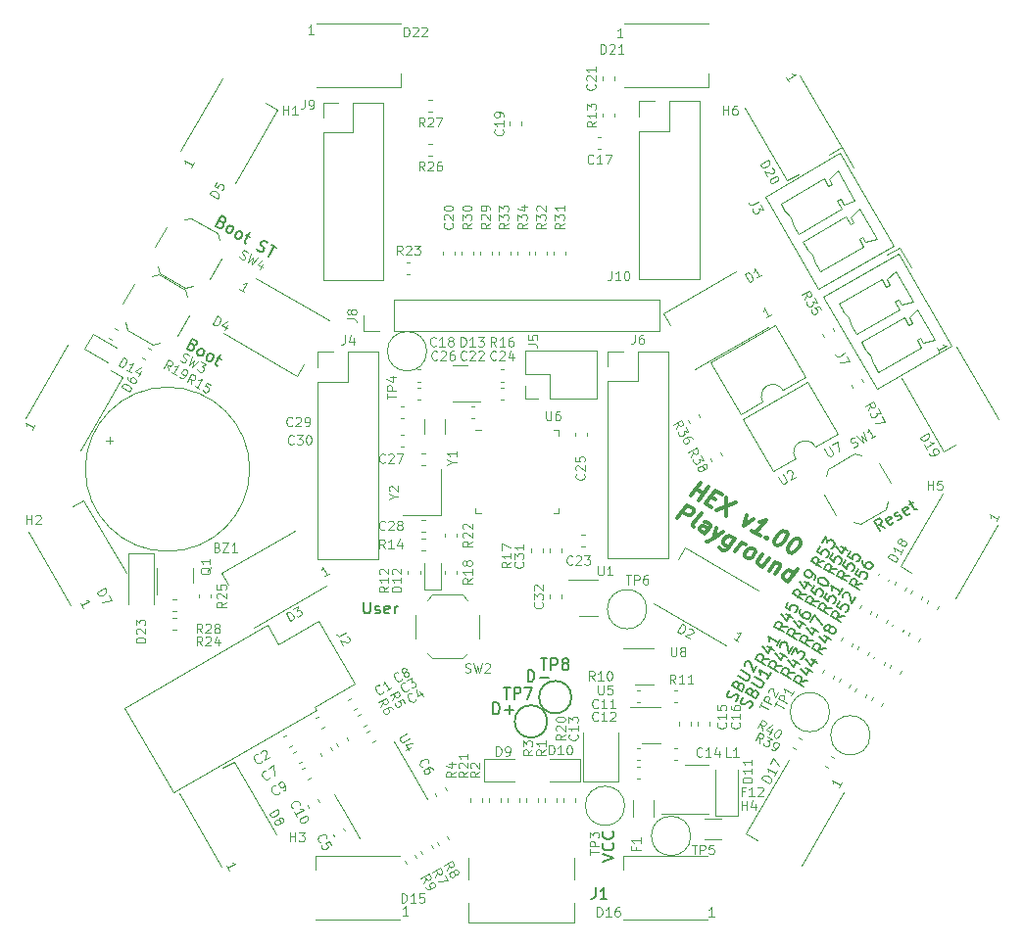
<source format=gbr>
%TF.GenerationSoftware,KiCad,Pcbnew,7.0.9*%
%TF.CreationDate,2024-05-28T15:48:04+02:00*%
%TF.ProjectId,ESP_DB_v1.0,4553505f-4442-45f7-9631-2e302e6b6963,rev?*%
%TF.SameCoordinates,Original*%
%TF.FileFunction,Legend,Top*%
%TF.FilePolarity,Positive*%
%FSLAX46Y46*%
G04 Gerber Fmt 4.6, Leading zero omitted, Abs format (unit mm)*
G04 Created by KiCad (PCBNEW 7.0.9) date 2024-05-28 15:48:04*
%MOMM*%
%LPD*%
G01*
G04 APERTURE LIST*
%ADD10C,0.150000*%
%ADD11C,0.320000*%
%ADD12C,0.120000*%
G04 APERTURE END LIST*
D10*
X127321440Y-99833156D02*
X126794670Y-99587429D01*
X126826568Y-100118870D02*
X126326568Y-99252844D01*
X126326568Y-99252844D02*
X126656483Y-99062368D01*
X126656483Y-99062368D02*
X126762771Y-99055989D01*
X126762771Y-99055989D02*
X126827820Y-99073418D01*
X126827820Y-99073418D02*
X126916678Y-99132087D01*
X126916678Y-99132087D02*
X126988107Y-99255805D01*
X126988107Y-99255805D02*
X126994486Y-99362093D01*
X126994486Y-99362093D02*
X126977057Y-99427142D01*
X126977057Y-99427142D02*
X126918388Y-99516001D01*
X126918388Y-99516001D02*
X126588473Y-99706477D01*
X127998699Y-99387154D02*
X127940030Y-99476013D01*
X127940030Y-99476013D02*
X127775072Y-99571251D01*
X127775072Y-99571251D02*
X127668784Y-99577631D01*
X127668784Y-99577631D02*
X127579926Y-99518961D01*
X127579926Y-99518961D02*
X127389450Y-99189047D01*
X127389450Y-99189047D02*
X127383070Y-99082759D01*
X127383070Y-99082759D02*
X127441739Y-98993901D01*
X127441739Y-98993901D02*
X127606696Y-98898662D01*
X127606696Y-98898662D02*
X127712984Y-98892283D01*
X127712984Y-98892283D02*
X127801843Y-98950952D01*
X127801843Y-98950952D02*
X127849462Y-99033430D01*
X127849462Y-99033430D02*
X127484688Y-99354004D01*
X128369853Y-99172869D02*
X128476141Y-99166489D01*
X128476141Y-99166489D02*
X128641098Y-99071251D01*
X128641098Y-99071251D02*
X128699767Y-98982392D01*
X128699767Y-98982392D02*
X128693387Y-98876104D01*
X128693387Y-98876104D02*
X128669578Y-98834865D01*
X128669578Y-98834865D02*
X128580719Y-98776196D01*
X128580719Y-98776196D02*
X128474431Y-98782576D01*
X128474431Y-98782576D02*
X128350713Y-98854004D01*
X128350713Y-98854004D02*
X128244425Y-98860384D01*
X128244425Y-98860384D02*
X128155567Y-98801715D01*
X128155567Y-98801715D02*
X128131757Y-98760476D01*
X128131757Y-98760476D02*
X128125378Y-98654187D01*
X128125378Y-98654187D02*
X128184047Y-98565329D01*
X128184047Y-98565329D02*
X128307765Y-98493900D01*
X128307765Y-98493900D02*
X128414053Y-98487521D01*
X129442075Y-98553821D02*
X129383406Y-98642679D01*
X129383406Y-98642679D02*
X129218448Y-98737917D01*
X129218448Y-98737917D02*
X129112160Y-98744297D01*
X129112160Y-98744297D02*
X129023302Y-98685628D01*
X129023302Y-98685628D02*
X128832826Y-98355714D01*
X128832826Y-98355714D02*
X128826446Y-98249425D01*
X128826446Y-98249425D02*
X128885115Y-98160567D01*
X128885115Y-98160567D02*
X129050072Y-98065329D01*
X129050072Y-98065329D02*
X129156360Y-98058949D01*
X129156360Y-98058949D02*
X129245219Y-98117618D01*
X129245219Y-98117618D02*
X129292838Y-98200097D01*
X129292838Y-98200097D02*
X128928064Y-98520671D01*
X129421226Y-97851043D02*
X129751141Y-97660567D01*
X129378277Y-97490939D02*
X129806849Y-98233247D01*
X129806849Y-98233247D02*
X129895707Y-98291916D01*
X129895707Y-98291916D02*
X130001995Y-98285536D01*
X130001995Y-98285536D02*
X130084474Y-98237917D01*
X115590600Y-115460679D02*
X115703268Y-115360771D01*
X115703268Y-115360771D02*
X115822316Y-115154575D01*
X115822316Y-115154575D02*
X115828696Y-115048286D01*
X115828696Y-115048286D02*
X115811266Y-114983238D01*
X115811266Y-114983238D02*
X115752597Y-114894379D01*
X115752597Y-114894379D02*
X115670118Y-114846760D01*
X115670118Y-114846760D02*
X115563830Y-114840380D01*
X115563830Y-114840380D02*
X115498781Y-114857810D01*
X115498781Y-114857810D02*
X115409923Y-114916479D01*
X115409923Y-114916479D02*
X115273445Y-115057627D01*
X115273445Y-115057627D02*
X115184587Y-115116296D01*
X115184587Y-115116296D02*
X115119538Y-115133726D01*
X115119538Y-115133726D02*
X115013250Y-115127346D01*
X115013250Y-115127346D02*
X114930771Y-115079727D01*
X114930771Y-115079727D02*
X114872102Y-114990869D01*
X114872102Y-114990869D02*
X114854673Y-114925820D01*
X114854673Y-114925820D02*
X114861052Y-114819532D01*
X114861052Y-114819532D02*
X114980100Y-114613335D01*
X114980100Y-114613335D02*
X115092768Y-114513427D01*
X115844874Y-114067884D02*
X115957542Y-113967975D01*
X115957542Y-113967975D02*
X116022591Y-113950545D01*
X116022591Y-113950545D02*
X116128879Y-113956925D01*
X116128879Y-113956925D02*
X116252597Y-114028354D01*
X116252597Y-114028354D02*
X116311266Y-114117212D01*
X116311266Y-114117212D02*
X116328696Y-114182261D01*
X116328696Y-114182261D02*
X116322316Y-114288549D01*
X116322316Y-114288549D02*
X116131840Y-114618464D01*
X116131840Y-114618464D02*
X115265814Y-114118464D01*
X115265814Y-114118464D02*
X115432481Y-113829788D01*
X115432481Y-113829788D02*
X115521339Y-113771119D01*
X115521339Y-113771119D02*
X115586388Y-113753690D01*
X115586388Y-113753690D02*
X115692676Y-113760069D01*
X115692676Y-113760069D02*
X115775155Y-113807688D01*
X115775155Y-113807688D02*
X115833824Y-113896547D01*
X115833824Y-113896547D02*
X115851254Y-113961595D01*
X115851254Y-113961595D02*
X115844874Y-114067884D01*
X115844874Y-114067884D02*
X115678207Y-114356559D01*
X115765814Y-113252438D02*
X116466882Y-113657200D01*
X116466882Y-113657200D02*
X116573171Y-113663580D01*
X116573171Y-113663580D02*
X116638219Y-113646150D01*
X116638219Y-113646150D02*
X116727078Y-113587481D01*
X116727078Y-113587481D02*
X116822316Y-113422524D01*
X116822316Y-113422524D02*
X116828696Y-113316236D01*
X116828696Y-113316236D02*
X116811266Y-113251187D01*
X116811266Y-113251187D02*
X116752597Y-113162328D01*
X116752597Y-113162328D02*
X116051528Y-112757566D01*
X117417554Y-112391541D02*
X117131840Y-112886413D01*
X117274697Y-112638977D02*
X116408671Y-112138977D01*
X116408671Y-112138977D02*
X116484770Y-112292884D01*
X116484770Y-112292884D02*
X116519630Y-112422982D01*
X116519630Y-112422982D02*
X116513250Y-112529270D01*
X93436779Y-115969819D02*
X93436779Y-114969819D01*
X93436779Y-114969819D02*
X93674874Y-114969819D01*
X93674874Y-114969819D02*
X93817731Y-115017438D01*
X93817731Y-115017438D02*
X93912969Y-115112676D01*
X93912969Y-115112676D02*
X93960588Y-115207914D01*
X93960588Y-115207914D02*
X94008207Y-115398390D01*
X94008207Y-115398390D02*
X94008207Y-115541247D01*
X94008207Y-115541247D02*
X93960588Y-115731723D01*
X93960588Y-115731723D02*
X93912969Y-115826961D01*
X93912969Y-115826961D02*
X93817731Y-115922200D01*
X93817731Y-115922200D02*
X93674874Y-115969819D01*
X93674874Y-115969819D02*
X93436779Y-115969819D01*
X94436779Y-115588866D02*
X95198684Y-115588866D01*
X94817731Y-115969819D02*
X94817731Y-115207914D01*
X96436779Y-113169819D02*
X96436779Y-112169819D01*
X96436779Y-112169819D02*
X96674874Y-112169819D01*
X96674874Y-112169819D02*
X96817731Y-112217438D01*
X96817731Y-112217438D02*
X96912969Y-112312676D01*
X96912969Y-112312676D02*
X96960588Y-112407914D01*
X96960588Y-112407914D02*
X97008207Y-112598390D01*
X97008207Y-112598390D02*
X97008207Y-112741247D01*
X97008207Y-112741247D02*
X96960588Y-112931723D01*
X96960588Y-112931723D02*
X96912969Y-113026961D01*
X96912969Y-113026961D02*
X96817731Y-113122200D01*
X96817731Y-113122200D02*
X96674874Y-113169819D01*
X96674874Y-113169819D02*
X96436779Y-113169819D01*
X97436779Y-112788866D02*
X98198684Y-112788866D01*
D11*
X110484765Y-97052952D02*
X111336320Y-95928016D01*
X110930818Y-96463700D02*
X111623638Y-96863700D01*
X111177586Y-97452952D02*
X112029140Y-96328016D01*
X112200988Y-97197033D02*
X112605134Y-97430367D01*
X112332286Y-98119619D02*
X111754936Y-97786285D01*
X111754936Y-97786285D02*
X112606491Y-96661350D01*
X112606491Y-96661350D02*
X113183841Y-96994683D01*
X113587986Y-97228017D02*
X113544722Y-98819619D01*
X114396277Y-97694683D02*
X112736432Y-98352952D01*
X115382596Y-98802995D02*
X115103568Y-99719619D01*
X115103568Y-99719619D02*
X115959946Y-99136328D01*
X116489209Y-100519619D02*
X115796389Y-100119619D01*
X116142799Y-100319619D02*
X116994353Y-99194683D01*
X116994353Y-99194683D02*
X116757233Y-99288722D01*
X116757233Y-99288722D02*
X116560662Y-99329192D01*
X116560662Y-99329192D02*
X116404642Y-99316094D01*
X117089924Y-100712482D02*
X117107109Y-100799384D01*
X117107109Y-100799384D02*
X117008824Y-100819619D01*
X117008824Y-100819619D02*
X116991639Y-100732717D01*
X116991639Y-100732717D02*
X117089924Y-100712482D01*
X117089924Y-100712482D02*
X117008824Y-100819619D01*
X118668669Y-100161350D02*
X118784139Y-100228017D01*
X118784139Y-100228017D02*
X118859059Y-100348252D01*
X118859059Y-100348252D02*
X118876244Y-100435153D01*
X118876244Y-100435153D02*
X118852878Y-100575624D01*
X118852878Y-100575624D02*
X118748413Y-100823230D01*
X118748413Y-100823230D02*
X118545661Y-101091072D01*
X118545661Y-101091072D02*
X118325726Y-101272012D01*
X118325726Y-101272012D02*
X118186890Y-101345816D01*
X118186890Y-101345816D02*
X118088605Y-101366051D01*
X118088605Y-101366051D02*
X117932585Y-101352952D01*
X117932585Y-101352952D02*
X117817115Y-101286286D01*
X117817115Y-101286286D02*
X117742195Y-101166051D01*
X117742195Y-101166051D02*
X117725010Y-101079149D01*
X117725010Y-101079149D02*
X117748375Y-100938679D01*
X117748375Y-100938679D02*
X117852841Y-100691072D01*
X117852841Y-100691072D02*
X118055592Y-100423230D01*
X118055592Y-100423230D02*
X118275528Y-100242290D01*
X118275528Y-100242290D02*
X118414364Y-100168487D01*
X118414364Y-100168487D02*
X118512649Y-100148252D01*
X118512649Y-100148252D02*
X118668669Y-100161350D01*
X119823369Y-100828017D02*
X119938839Y-100894683D01*
X119938839Y-100894683D02*
X120013759Y-101014918D01*
X120013759Y-101014918D02*
X120030944Y-101101820D01*
X120030944Y-101101820D02*
X120007579Y-101242290D01*
X120007579Y-101242290D02*
X119903113Y-101489897D01*
X119903113Y-101489897D02*
X119700362Y-101757739D01*
X119700362Y-101757739D02*
X119480426Y-101938679D01*
X119480426Y-101938679D02*
X119341590Y-102012482D01*
X119341590Y-102012482D02*
X119243305Y-102032717D01*
X119243305Y-102032717D02*
X119087285Y-102019619D01*
X119087285Y-102019619D02*
X118971815Y-101952952D01*
X118971815Y-101952952D02*
X118896895Y-101832717D01*
X118896895Y-101832717D02*
X118879710Y-101745815D01*
X118879710Y-101745815D02*
X118903076Y-101605345D01*
X118903076Y-101605345D02*
X119007541Y-101357739D01*
X119007541Y-101357739D02*
X119210292Y-101089897D01*
X119210292Y-101089897D02*
X119430228Y-100908957D01*
X119430228Y-100908957D02*
X119569064Y-100835153D01*
X119569064Y-100835153D02*
X119667349Y-100814918D01*
X119667349Y-100814918D02*
X119823369Y-100828017D01*
X109357765Y-99004973D02*
X110209320Y-97880037D01*
X110209320Y-97880037D02*
X110671200Y-98146704D01*
X110671200Y-98146704D02*
X110746120Y-98266939D01*
X110746120Y-98266939D02*
X110763305Y-98353841D01*
X110763305Y-98353841D02*
X110739939Y-98494311D01*
X110739939Y-98494311D02*
X110618289Y-98655016D01*
X110618289Y-98655016D02*
X110479453Y-98728819D01*
X110479453Y-98728819D02*
X110381168Y-98749054D01*
X110381168Y-98749054D02*
X110225148Y-98735956D01*
X110225148Y-98735956D02*
X109763267Y-98469289D01*
X110743406Y-99804973D02*
X110668486Y-99684738D01*
X110668486Y-99684738D02*
X110691851Y-99544268D01*
X110691851Y-99544268D02*
X111421755Y-98580037D01*
X111724901Y-100371639D02*
X112170953Y-99782387D01*
X112170953Y-99782387D02*
X112194319Y-99641917D01*
X112194319Y-99641917D02*
X112119399Y-99521682D01*
X112119399Y-99521682D02*
X111888459Y-99388349D01*
X111888459Y-99388349D02*
X111732439Y-99375251D01*
X111765451Y-100318071D02*
X111609431Y-100304973D01*
X111609431Y-100304973D02*
X111320756Y-100138306D01*
X111320756Y-100138306D02*
X111245836Y-100018071D01*
X111245836Y-100018071D02*
X111269201Y-99877601D01*
X111269201Y-99877601D02*
X111350302Y-99770464D01*
X111350302Y-99770464D02*
X111489137Y-99696661D01*
X111489137Y-99696661D02*
X111645158Y-99709759D01*
X111645158Y-99709759D02*
X111933833Y-99876426D01*
X111933833Y-99876426D02*
X112089853Y-99889524D01*
X112754485Y-99888349D02*
X112475457Y-100804973D01*
X113331835Y-100221682D02*
X112475457Y-100804973D01*
X112475457Y-100804973D02*
X112157236Y-101006148D01*
X112157236Y-101006148D02*
X112058950Y-101026383D01*
X112058950Y-101026383D02*
X111902930Y-101013285D01*
X114313331Y-100788349D02*
X113623977Y-101699011D01*
X113623977Y-101699011D02*
X113485142Y-101772815D01*
X113485142Y-101772815D02*
X113386856Y-101793050D01*
X113386856Y-101793050D02*
X113230836Y-101779952D01*
X113230836Y-101779952D02*
X113057631Y-101679952D01*
X113057631Y-101679952D02*
X112982711Y-101559716D01*
X113786178Y-101484738D02*
X113630158Y-101471640D01*
X113630158Y-101471640D02*
X113399217Y-101338306D01*
X113399217Y-101338306D02*
X113324298Y-101218071D01*
X113324298Y-101218071D02*
X113307113Y-101131170D01*
X113307113Y-101131170D02*
X113330478Y-100990700D01*
X113330478Y-100990700D02*
X113573779Y-100669289D01*
X113573779Y-100669289D02*
X113712615Y-100595486D01*
X113712615Y-100595486D02*
X113810900Y-100575251D01*
X113810900Y-100575251D02*
X113966920Y-100588349D01*
X113966920Y-100588349D02*
X114197861Y-100721683D01*
X114197861Y-100721683D02*
X114272780Y-100841918D01*
X114322978Y-101871640D02*
X114890681Y-101121683D01*
X114728480Y-101335956D02*
X114867316Y-101262153D01*
X114867316Y-101262153D02*
X114965601Y-101241918D01*
X114965601Y-101241918D02*
X115121621Y-101255016D01*
X115121621Y-101255016D02*
X115237091Y-101321683D01*
X115246739Y-102404973D02*
X115171819Y-102284738D01*
X115171819Y-102284738D02*
X115154634Y-102197837D01*
X115154634Y-102197837D02*
X115178000Y-102057367D01*
X115178000Y-102057367D02*
X115421301Y-101735956D01*
X115421301Y-101735956D02*
X115560136Y-101662153D01*
X115560136Y-101662153D02*
X115658422Y-101641918D01*
X115658422Y-101641918D02*
X115814442Y-101655016D01*
X115814442Y-101655016D02*
X115987647Y-101755016D01*
X115987647Y-101755016D02*
X116062567Y-101875251D01*
X116062567Y-101875251D02*
X116079752Y-101962153D01*
X116079752Y-101962153D02*
X116056386Y-102102623D01*
X116056386Y-102102623D02*
X115813085Y-102424033D01*
X115813085Y-102424033D02*
X115674249Y-102497837D01*
X115674249Y-102497837D02*
X115575964Y-102518072D01*
X115575964Y-102518072D02*
X115419944Y-102504973D01*
X115419944Y-102504973D02*
X115246739Y-102404973D01*
X117257818Y-102488350D02*
X116690115Y-103238307D01*
X116738203Y-102188350D02*
X116292150Y-102777602D01*
X116292150Y-102777602D02*
X116268785Y-102918072D01*
X116268785Y-102918072D02*
X116343705Y-103038307D01*
X116343705Y-103038307D02*
X116516910Y-103138307D01*
X116516910Y-103138307D02*
X116672930Y-103151405D01*
X116672930Y-103151405D02*
X116771215Y-103131170D01*
X117835168Y-102821683D02*
X117267465Y-103571640D01*
X117754068Y-102928820D02*
X117852353Y-102908585D01*
X117852353Y-102908585D02*
X118008373Y-102921683D01*
X118008373Y-102921683D02*
X118181579Y-103021683D01*
X118181579Y-103021683D02*
X118256498Y-103141918D01*
X118256498Y-103141918D02*
X118233133Y-103282388D01*
X118233133Y-103282388D02*
X117787081Y-103871640D01*
X118884046Y-104504974D02*
X119735601Y-103380038D01*
X118924597Y-104451405D02*
X118768576Y-104438307D01*
X118768576Y-104438307D02*
X118537636Y-104304974D01*
X118537636Y-104304974D02*
X118462716Y-104184739D01*
X118462716Y-104184739D02*
X118445532Y-104097837D01*
X118445532Y-104097837D02*
X118468897Y-103957367D01*
X118468897Y-103957367D02*
X118712198Y-103635957D01*
X118712198Y-103635957D02*
X118851034Y-103562153D01*
X118851034Y-103562153D02*
X118949319Y-103541918D01*
X118949319Y-103541918D02*
X119105339Y-103555017D01*
X119105339Y-103555017D02*
X119336279Y-103688350D01*
X119336279Y-103688350D02*
X119411199Y-103808585D01*
D10*
X114390600Y-114860679D02*
X114503268Y-114760771D01*
X114503268Y-114760771D02*
X114622316Y-114554575D01*
X114622316Y-114554575D02*
X114628696Y-114448286D01*
X114628696Y-114448286D02*
X114611266Y-114383238D01*
X114611266Y-114383238D02*
X114552597Y-114294379D01*
X114552597Y-114294379D02*
X114470118Y-114246760D01*
X114470118Y-114246760D02*
X114363830Y-114240380D01*
X114363830Y-114240380D02*
X114298781Y-114257810D01*
X114298781Y-114257810D02*
X114209923Y-114316479D01*
X114209923Y-114316479D02*
X114073445Y-114457627D01*
X114073445Y-114457627D02*
X113984587Y-114516296D01*
X113984587Y-114516296D02*
X113919538Y-114533726D01*
X113919538Y-114533726D02*
X113813250Y-114527346D01*
X113813250Y-114527346D02*
X113730771Y-114479727D01*
X113730771Y-114479727D02*
X113672102Y-114390869D01*
X113672102Y-114390869D02*
X113654673Y-114325820D01*
X113654673Y-114325820D02*
X113661052Y-114219532D01*
X113661052Y-114219532D02*
X113780100Y-114013335D01*
X113780100Y-114013335D02*
X113892768Y-113913427D01*
X114644874Y-113467884D02*
X114757542Y-113367975D01*
X114757542Y-113367975D02*
X114822591Y-113350545D01*
X114822591Y-113350545D02*
X114928879Y-113356925D01*
X114928879Y-113356925D02*
X115052597Y-113428354D01*
X115052597Y-113428354D02*
X115111266Y-113517212D01*
X115111266Y-113517212D02*
X115128696Y-113582261D01*
X115128696Y-113582261D02*
X115122316Y-113688549D01*
X115122316Y-113688549D02*
X114931840Y-114018464D01*
X114931840Y-114018464D02*
X114065814Y-113518464D01*
X114065814Y-113518464D02*
X114232481Y-113229788D01*
X114232481Y-113229788D02*
X114321339Y-113171119D01*
X114321339Y-113171119D02*
X114386388Y-113153690D01*
X114386388Y-113153690D02*
X114492676Y-113160069D01*
X114492676Y-113160069D02*
X114575155Y-113207688D01*
X114575155Y-113207688D02*
X114633824Y-113296547D01*
X114633824Y-113296547D02*
X114651254Y-113361595D01*
X114651254Y-113361595D02*
X114644874Y-113467884D01*
X114644874Y-113467884D02*
X114478207Y-113756559D01*
X114565814Y-112652438D02*
X115266882Y-113057200D01*
X115266882Y-113057200D02*
X115373171Y-113063580D01*
X115373171Y-113063580D02*
X115438219Y-113046150D01*
X115438219Y-113046150D02*
X115527078Y-112987481D01*
X115527078Y-112987481D02*
X115622316Y-112822524D01*
X115622316Y-112822524D02*
X115628696Y-112716236D01*
X115628696Y-112716236D02*
X115611266Y-112651187D01*
X115611266Y-112651187D02*
X115552597Y-112562328D01*
X115552597Y-112562328D02*
X114851528Y-112157566D01*
X115148293Y-111834032D02*
X115130863Y-111768983D01*
X115130863Y-111768983D02*
X115137243Y-111662695D01*
X115137243Y-111662695D02*
X115256290Y-111456498D01*
X115256290Y-111456498D02*
X115345149Y-111397829D01*
X115345149Y-111397829D02*
X115410198Y-111380399D01*
X115410198Y-111380399D02*
X115516486Y-111386779D01*
X115516486Y-111386779D02*
X115598964Y-111434398D01*
X115598964Y-111434398D02*
X115698873Y-111547066D01*
X115698873Y-111547066D02*
X115908030Y-112327652D01*
X115908030Y-112327652D02*
X116217554Y-111791541D01*
X102869819Y-128706077D02*
X103869819Y-128372744D01*
X103869819Y-128372744D02*
X102869819Y-128039411D01*
X103774580Y-127134649D02*
X103822200Y-127182268D01*
X103822200Y-127182268D02*
X103869819Y-127325125D01*
X103869819Y-127325125D02*
X103869819Y-127420363D01*
X103869819Y-127420363D02*
X103822200Y-127563220D01*
X103822200Y-127563220D02*
X103726961Y-127658458D01*
X103726961Y-127658458D02*
X103631723Y-127706077D01*
X103631723Y-127706077D02*
X103441247Y-127753696D01*
X103441247Y-127753696D02*
X103298390Y-127753696D01*
X103298390Y-127753696D02*
X103107914Y-127706077D01*
X103107914Y-127706077D02*
X103012676Y-127658458D01*
X103012676Y-127658458D02*
X102917438Y-127563220D01*
X102917438Y-127563220D02*
X102869819Y-127420363D01*
X102869819Y-127420363D02*
X102869819Y-127325125D01*
X102869819Y-127325125D02*
X102917438Y-127182268D01*
X102917438Y-127182268D02*
X102965057Y-127134649D01*
X103774580Y-126134649D02*
X103822200Y-126182268D01*
X103822200Y-126182268D02*
X103869819Y-126325125D01*
X103869819Y-126325125D02*
X103869819Y-126420363D01*
X103869819Y-126420363D02*
X103822200Y-126563220D01*
X103822200Y-126563220D02*
X103726961Y-126658458D01*
X103726961Y-126658458D02*
X103631723Y-126706077D01*
X103631723Y-126706077D02*
X103441247Y-126753696D01*
X103441247Y-126753696D02*
X103298390Y-126753696D01*
X103298390Y-126753696D02*
X103107914Y-126706077D01*
X103107914Y-126706077D02*
X103012676Y-126658458D01*
X103012676Y-126658458D02*
X102917438Y-126563220D01*
X102917438Y-126563220D02*
X102869819Y-126420363D01*
X102869819Y-126420363D02*
X102869819Y-126325125D01*
X102869819Y-126325125D02*
X102917438Y-126182268D01*
X102917438Y-126182268D02*
X102965057Y-126134649D01*
X82236779Y-106269819D02*
X82236779Y-107079342D01*
X82236779Y-107079342D02*
X82284398Y-107174580D01*
X82284398Y-107174580D02*
X82332017Y-107222200D01*
X82332017Y-107222200D02*
X82427255Y-107269819D01*
X82427255Y-107269819D02*
X82617731Y-107269819D01*
X82617731Y-107269819D02*
X82712969Y-107222200D01*
X82712969Y-107222200D02*
X82760588Y-107174580D01*
X82760588Y-107174580D02*
X82808207Y-107079342D01*
X82808207Y-107079342D02*
X82808207Y-106269819D01*
X83236779Y-107222200D02*
X83332017Y-107269819D01*
X83332017Y-107269819D02*
X83522493Y-107269819D01*
X83522493Y-107269819D02*
X83617731Y-107222200D01*
X83617731Y-107222200D02*
X83665350Y-107126961D01*
X83665350Y-107126961D02*
X83665350Y-107079342D01*
X83665350Y-107079342D02*
X83617731Y-106984104D01*
X83617731Y-106984104D02*
X83522493Y-106936485D01*
X83522493Y-106936485D02*
X83379636Y-106936485D01*
X83379636Y-106936485D02*
X83284398Y-106888866D01*
X83284398Y-106888866D02*
X83236779Y-106793628D01*
X83236779Y-106793628D02*
X83236779Y-106746009D01*
X83236779Y-106746009D02*
X83284398Y-106650771D01*
X83284398Y-106650771D02*
X83379636Y-106603152D01*
X83379636Y-106603152D02*
X83522493Y-106603152D01*
X83522493Y-106603152D02*
X83617731Y-106650771D01*
X84474874Y-107222200D02*
X84379636Y-107269819D01*
X84379636Y-107269819D02*
X84189160Y-107269819D01*
X84189160Y-107269819D02*
X84093922Y-107222200D01*
X84093922Y-107222200D02*
X84046303Y-107126961D01*
X84046303Y-107126961D02*
X84046303Y-106746009D01*
X84046303Y-106746009D02*
X84093922Y-106650771D01*
X84093922Y-106650771D02*
X84189160Y-106603152D01*
X84189160Y-106603152D02*
X84379636Y-106603152D01*
X84379636Y-106603152D02*
X84474874Y-106650771D01*
X84474874Y-106650771D02*
X84522493Y-106746009D01*
X84522493Y-106746009D02*
X84522493Y-106841247D01*
X84522493Y-106841247D02*
X84046303Y-106936485D01*
X84951065Y-107269819D02*
X84951065Y-106603152D01*
X84951065Y-106793628D02*
X84998684Y-106698390D01*
X84998684Y-106698390D02*
X85046303Y-106650771D01*
X85046303Y-106650771D02*
X85141541Y-106603152D01*
X85141541Y-106603152D02*
X85236779Y-106603152D01*
X70007329Y-73468683D02*
X70107238Y-73581351D01*
X70107238Y-73581351D02*
X70124667Y-73646400D01*
X70124667Y-73646400D02*
X70118288Y-73752688D01*
X70118288Y-73752688D02*
X70046859Y-73876406D01*
X70046859Y-73876406D02*
X69958001Y-73935075D01*
X69958001Y-73935075D02*
X69892952Y-73952505D01*
X69892952Y-73952505D02*
X69786664Y-73946125D01*
X69786664Y-73946125D02*
X69456749Y-73755649D01*
X69456749Y-73755649D02*
X69956749Y-72889624D01*
X69956749Y-72889624D02*
X70245424Y-73056290D01*
X70245424Y-73056290D02*
X70304094Y-73145149D01*
X70304094Y-73145149D02*
X70321523Y-73210198D01*
X70321523Y-73210198D02*
X70315144Y-73316486D01*
X70315144Y-73316486D02*
X70267525Y-73398964D01*
X70267525Y-73398964D02*
X70178666Y-73457633D01*
X70178666Y-73457633D02*
X70113617Y-73475063D01*
X70113617Y-73475063D02*
X70007329Y-73468683D01*
X70007329Y-73468683D02*
X69718654Y-73302017D01*
X70446493Y-74327078D02*
X70387824Y-74238219D01*
X70387824Y-74238219D02*
X70370394Y-74173170D01*
X70370394Y-74173170D02*
X70376774Y-74066882D01*
X70376774Y-74066882D02*
X70519631Y-73819447D01*
X70519631Y-73819447D02*
X70608489Y-73760777D01*
X70608489Y-73760777D02*
X70673538Y-73743348D01*
X70673538Y-73743348D02*
X70779826Y-73749727D01*
X70779826Y-73749727D02*
X70903544Y-73821156D01*
X70903544Y-73821156D02*
X70962213Y-73910014D01*
X70962213Y-73910014D02*
X70979643Y-73975063D01*
X70979643Y-73975063D02*
X70973263Y-74081351D01*
X70973263Y-74081351D02*
X70830406Y-74328787D01*
X70830406Y-74328787D02*
X70741548Y-74387456D01*
X70741548Y-74387456D02*
X70676499Y-74404886D01*
X70676499Y-74404886D02*
X70570211Y-74398506D01*
X70570211Y-74398506D02*
X70446493Y-74327078D01*
X71230040Y-74779459D02*
X71171370Y-74690600D01*
X71171370Y-74690600D02*
X71153941Y-74625551D01*
X71153941Y-74625551D02*
X71160320Y-74519263D01*
X71160320Y-74519263D02*
X71303178Y-74271828D01*
X71303178Y-74271828D02*
X71392036Y-74213158D01*
X71392036Y-74213158D02*
X71457085Y-74195729D01*
X71457085Y-74195729D02*
X71563373Y-74202108D01*
X71563373Y-74202108D02*
X71687091Y-74273537D01*
X71687091Y-74273537D02*
X71745760Y-74362395D01*
X71745760Y-74362395D02*
X71763190Y-74427444D01*
X71763190Y-74427444D02*
X71756810Y-74533732D01*
X71756810Y-74533732D02*
X71613953Y-74781168D01*
X71613953Y-74781168D02*
X71525094Y-74839837D01*
X71525094Y-74839837D02*
X71460046Y-74857267D01*
X71460046Y-74857267D02*
X71353757Y-74850887D01*
X71353757Y-74850887D02*
X71230040Y-74779459D01*
X72099484Y-74511632D02*
X72429398Y-74702108D01*
X72389869Y-74294386D02*
X71961297Y-75036693D01*
X71961297Y-75036693D02*
X71954917Y-75142981D01*
X71954917Y-75142981D02*
X72013586Y-75231840D01*
X72013586Y-75231840D02*
X72096065Y-75279459D01*
X73027140Y-75762029D02*
X73127048Y-75874697D01*
X73127048Y-75874697D02*
X73333245Y-75993745D01*
X73333245Y-75993745D02*
X73439533Y-76000125D01*
X73439533Y-76000125D02*
X73504582Y-75982695D01*
X73504582Y-75982695D02*
X73593440Y-75924026D01*
X73593440Y-75924026D02*
X73641059Y-75841547D01*
X73641059Y-75841547D02*
X73647439Y-75735259D01*
X73647439Y-75735259D02*
X73630009Y-75670210D01*
X73630009Y-75670210D02*
X73571340Y-75581352D01*
X73571340Y-75581352D02*
X73430192Y-75444874D01*
X73430192Y-75444874D02*
X73371523Y-75356016D01*
X73371523Y-75356016D02*
X73354093Y-75290967D01*
X73354093Y-75290967D02*
X73360473Y-75184679D01*
X73360473Y-75184679D02*
X73408092Y-75102200D01*
X73408092Y-75102200D02*
X73496951Y-75043531D01*
X73496951Y-75043531D02*
X73561999Y-75026102D01*
X73561999Y-75026102D02*
X73668288Y-75032481D01*
X73668288Y-75032481D02*
X73874484Y-75151529D01*
X73874484Y-75151529D02*
X73974392Y-75264197D01*
X74245638Y-75365815D02*
X74740510Y-75651529D01*
X73993074Y-76374697D02*
X74493074Y-75508672D01*
X67507329Y-84068683D02*
X67607238Y-84181351D01*
X67607238Y-84181351D02*
X67624667Y-84246400D01*
X67624667Y-84246400D02*
X67618288Y-84352688D01*
X67618288Y-84352688D02*
X67546859Y-84476406D01*
X67546859Y-84476406D02*
X67458001Y-84535075D01*
X67458001Y-84535075D02*
X67392952Y-84552505D01*
X67392952Y-84552505D02*
X67286664Y-84546125D01*
X67286664Y-84546125D02*
X66956749Y-84355649D01*
X66956749Y-84355649D02*
X67456749Y-83489624D01*
X67456749Y-83489624D02*
X67745424Y-83656290D01*
X67745424Y-83656290D02*
X67804094Y-83745149D01*
X67804094Y-83745149D02*
X67821523Y-83810198D01*
X67821523Y-83810198D02*
X67815144Y-83916486D01*
X67815144Y-83916486D02*
X67767525Y-83998964D01*
X67767525Y-83998964D02*
X67678666Y-84057633D01*
X67678666Y-84057633D02*
X67613617Y-84075063D01*
X67613617Y-84075063D02*
X67507329Y-84068683D01*
X67507329Y-84068683D02*
X67218654Y-83902017D01*
X67946493Y-84927078D02*
X67887824Y-84838219D01*
X67887824Y-84838219D02*
X67870394Y-84773170D01*
X67870394Y-84773170D02*
X67876774Y-84666882D01*
X67876774Y-84666882D02*
X68019631Y-84419447D01*
X68019631Y-84419447D02*
X68108489Y-84360777D01*
X68108489Y-84360777D02*
X68173538Y-84343348D01*
X68173538Y-84343348D02*
X68279826Y-84349727D01*
X68279826Y-84349727D02*
X68403544Y-84421156D01*
X68403544Y-84421156D02*
X68462213Y-84510014D01*
X68462213Y-84510014D02*
X68479643Y-84575063D01*
X68479643Y-84575063D02*
X68473263Y-84681351D01*
X68473263Y-84681351D02*
X68330406Y-84928787D01*
X68330406Y-84928787D02*
X68241548Y-84987456D01*
X68241548Y-84987456D02*
X68176499Y-85004886D01*
X68176499Y-85004886D02*
X68070211Y-84998506D01*
X68070211Y-84998506D02*
X67946493Y-84927078D01*
X68730040Y-85379459D02*
X68671370Y-85290600D01*
X68671370Y-85290600D02*
X68653941Y-85225551D01*
X68653941Y-85225551D02*
X68660320Y-85119263D01*
X68660320Y-85119263D02*
X68803178Y-84871828D01*
X68803178Y-84871828D02*
X68892036Y-84813158D01*
X68892036Y-84813158D02*
X68957085Y-84795729D01*
X68957085Y-84795729D02*
X69063373Y-84802108D01*
X69063373Y-84802108D02*
X69187091Y-84873537D01*
X69187091Y-84873537D02*
X69245760Y-84962395D01*
X69245760Y-84962395D02*
X69263190Y-85027444D01*
X69263190Y-85027444D02*
X69256810Y-85133732D01*
X69256810Y-85133732D02*
X69113953Y-85381168D01*
X69113953Y-85381168D02*
X69025094Y-85439837D01*
X69025094Y-85439837D02*
X68960046Y-85457267D01*
X68960046Y-85457267D02*
X68853757Y-85450887D01*
X68853757Y-85450887D02*
X68730040Y-85379459D01*
X69599484Y-85111632D02*
X69929398Y-85302108D01*
X69889869Y-84894386D02*
X69461297Y-85636693D01*
X69461297Y-85636693D02*
X69454917Y-85742981D01*
X69454917Y-85742981D02*
X69513586Y-85831840D01*
X69513586Y-85831840D02*
X69596065Y-85879459D01*
D12*
X93685714Y-85287664D02*
X93647618Y-85325760D01*
X93647618Y-85325760D02*
X93533333Y-85363855D01*
X93533333Y-85363855D02*
X93457142Y-85363855D01*
X93457142Y-85363855D02*
X93342856Y-85325760D01*
X93342856Y-85325760D02*
X93266666Y-85249569D01*
X93266666Y-85249569D02*
X93228571Y-85173379D01*
X93228571Y-85173379D02*
X93190475Y-85020998D01*
X93190475Y-85020998D02*
X93190475Y-84906712D01*
X93190475Y-84906712D02*
X93228571Y-84754331D01*
X93228571Y-84754331D02*
X93266666Y-84678140D01*
X93266666Y-84678140D02*
X93342856Y-84601950D01*
X93342856Y-84601950D02*
X93457142Y-84563855D01*
X93457142Y-84563855D02*
X93533333Y-84563855D01*
X93533333Y-84563855D02*
X93647618Y-84601950D01*
X93647618Y-84601950D02*
X93685714Y-84640045D01*
X93990475Y-84640045D02*
X94028571Y-84601950D01*
X94028571Y-84601950D02*
X94104761Y-84563855D01*
X94104761Y-84563855D02*
X94295237Y-84563855D01*
X94295237Y-84563855D02*
X94371428Y-84601950D01*
X94371428Y-84601950D02*
X94409523Y-84640045D01*
X94409523Y-84640045D02*
X94447618Y-84716236D01*
X94447618Y-84716236D02*
X94447618Y-84792426D01*
X94447618Y-84792426D02*
X94409523Y-84906712D01*
X94409523Y-84906712D02*
X93952380Y-85363855D01*
X93952380Y-85363855D02*
X94447618Y-85363855D01*
X95133333Y-84830521D02*
X95133333Y-85363855D01*
X94942857Y-84525760D02*
X94752380Y-85097188D01*
X94752380Y-85097188D02*
X95247619Y-85097188D01*
X84718225Y-114766457D02*
X84914806Y-114345041D01*
X84489654Y-114370560D02*
X85182474Y-113970560D01*
X85182474Y-113970560D02*
X85334855Y-114234492D01*
X85334855Y-114234492D02*
X85339959Y-114319522D01*
X85339959Y-114319522D02*
X85326015Y-114371561D01*
X85326015Y-114371561D02*
X85279080Y-114442648D01*
X85279080Y-114442648D02*
X85180105Y-114499791D01*
X85180105Y-114499791D02*
X85095075Y-114504895D01*
X85095075Y-114504895D02*
X85043036Y-114490951D01*
X85043036Y-114490951D02*
X84971949Y-114444015D01*
X84971949Y-114444015D02*
X84819568Y-114180084D01*
X85772950Y-114993295D02*
X85582474Y-114663380D01*
X85582474Y-114663380D02*
X85233512Y-114820865D01*
X85233512Y-114820865D02*
X85285551Y-114834809D01*
X85285551Y-114834809D02*
X85356638Y-114881744D01*
X85356638Y-114881744D02*
X85451876Y-115046701D01*
X85451876Y-115046701D02*
X85456980Y-115131732D01*
X85456980Y-115131732D02*
X85443036Y-115183771D01*
X85443036Y-115183771D02*
X85396101Y-115254858D01*
X85396101Y-115254858D02*
X85231143Y-115350096D01*
X85231143Y-115350096D02*
X85146113Y-115355200D01*
X85146113Y-115355200D02*
X85094074Y-115341256D01*
X85094074Y-115341256D02*
X85022987Y-115294320D01*
X85022987Y-115294320D02*
X84927749Y-115129363D01*
X84927749Y-115129363D02*
X84922645Y-115044333D01*
X84922645Y-115044333D02*
X84936589Y-114992294D01*
X113290476Y-64163855D02*
X113290476Y-63363855D01*
X113290476Y-63744807D02*
X113747619Y-63744807D01*
X113747619Y-64163855D02*
X113747619Y-63363855D01*
X114471428Y-63363855D02*
X114319047Y-63363855D01*
X114319047Y-63363855D02*
X114242856Y-63401950D01*
X114242856Y-63401950D02*
X114204761Y-63440045D01*
X114204761Y-63440045D02*
X114128571Y-63554331D01*
X114128571Y-63554331D02*
X114090475Y-63706712D01*
X114090475Y-63706712D02*
X114090475Y-64011474D01*
X114090475Y-64011474D02*
X114128571Y-64087664D01*
X114128571Y-64087664D02*
X114166666Y-64125760D01*
X114166666Y-64125760D02*
X114242856Y-64163855D01*
X114242856Y-64163855D02*
X114395237Y-64163855D01*
X114395237Y-64163855D02*
X114471428Y-64125760D01*
X114471428Y-64125760D02*
X114509523Y-64087664D01*
X114509523Y-64087664D02*
X114547618Y-64011474D01*
X114547618Y-64011474D02*
X114547618Y-63820998D01*
X114547618Y-63820998D02*
X114509523Y-63744807D01*
X114509523Y-63744807D02*
X114471428Y-63706712D01*
X114471428Y-63706712D02*
X114395237Y-63668617D01*
X114395237Y-63668617D02*
X114242856Y-63668617D01*
X114242856Y-63668617D02*
X114166666Y-63706712D01*
X114166666Y-63706712D02*
X114128571Y-63744807D01*
X114128571Y-63744807D02*
X114090475Y-63820998D01*
X67372687Y-87457964D02*
X67332223Y-86994717D01*
X66976790Y-87229393D02*
X67376790Y-86536573D01*
X67376790Y-86536573D02*
X67640721Y-86688954D01*
X67640721Y-86688954D02*
X67687657Y-86760040D01*
X67687657Y-86760040D02*
X67701600Y-86812079D01*
X67701600Y-86812079D02*
X67696497Y-86897110D01*
X67696497Y-86897110D02*
X67639354Y-86996084D01*
X67639354Y-86996084D02*
X67568267Y-87043019D01*
X67568267Y-87043019D02*
X67516228Y-87056963D01*
X67516228Y-87056963D02*
X67431198Y-87051859D01*
X67431198Y-87051859D02*
X67167266Y-86899479D01*
X68032516Y-87838917D02*
X67636619Y-87610345D01*
X67834567Y-87724631D02*
X68234567Y-87031811D01*
X68234567Y-87031811D02*
X68111442Y-87092690D01*
X68111442Y-87092690D02*
X68007364Y-87120577D01*
X68007364Y-87120577D02*
X67922333Y-87115474D01*
X69059354Y-87508001D02*
X68729439Y-87317525D01*
X68729439Y-87317525D02*
X68505972Y-87628392D01*
X68505972Y-87628392D02*
X68558011Y-87614448D01*
X68558011Y-87614448D02*
X68643041Y-87619552D01*
X68643041Y-87619552D02*
X68807998Y-87714790D01*
X68807998Y-87714790D02*
X68854934Y-87785877D01*
X68854934Y-87785877D02*
X68868878Y-87837916D01*
X68868878Y-87837916D02*
X68863774Y-87922946D01*
X68863774Y-87922946D02*
X68768536Y-88087904D01*
X68768536Y-88087904D02*
X68697449Y-88134839D01*
X68697449Y-88134839D02*
X68645410Y-88148783D01*
X68645410Y-88148783D02*
X68560379Y-88143679D01*
X68560379Y-88143679D02*
X68395422Y-88048441D01*
X68395422Y-88048441D02*
X68348487Y-87977354D01*
X68348487Y-87977354D02*
X68334543Y-87925315D01*
X95987664Y-102814285D02*
X96025760Y-102852381D01*
X96025760Y-102852381D02*
X96063855Y-102966666D01*
X96063855Y-102966666D02*
X96063855Y-103042857D01*
X96063855Y-103042857D02*
X96025760Y-103157143D01*
X96025760Y-103157143D02*
X95949569Y-103233333D01*
X95949569Y-103233333D02*
X95873379Y-103271428D01*
X95873379Y-103271428D02*
X95720998Y-103309524D01*
X95720998Y-103309524D02*
X95606712Y-103309524D01*
X95606712Y-103309524D02*
X95454331Y-103271428D01*
X95454331Y-103271428D02*
X95378140Y-103233333D01*
X95378140Y-103233333D02*
X95301950Y-103157143D01*
X95301950Y-103157143D02*
X95263855Y-103042857D01*
X95263855Y-103042857D02*
X95263855Y-102966666D01*
X95263855Y-102966666D02*
X95301950Y-102852381D01*
X95301950Y-102852381D02*
X95340045Y-102814285D01*
X95263855Y-102547619D02*
X95263855Y-102052381D01*
X95263855Y-102052381D02*
X95568617Y-102319047D01*
X95568617Y-102319047D02*
X95568617Y-102204762D01*
X95568617Y-102204762D02*
X95606712Y-102128571D01*
X95606712Y-102128571D02*
X95644807Y-102090476D01*
X95644807Y-102090476D02*
X95720998Y-102052381D01*
X95720998Y-102052381D02*
X95911474Y-102052381D01*
X95911474Y-102052381D02*
X95987664Y-102090476D01*
X95987664Y-102090476D02*
X96025760Y-102128571D01*
X96025760Y-102128571D02*
X96063855Y-102204762D01*
X96063855Y-102204762D02*
X96063855Y-102433333D01*
X96063855Y-102433333D02*
X96025760Y-102509524D01*
X96025760Y-102509524D02*
X95987664Y-102547619D01*
X96063855Y-101290476D02*
X96063855Y-101747619D01*
X96063855Y-101519047D02*
X95263855Y-101519047D01*
X95263855Y-101519047D02*
X95378140Y-101595238D01*
X95378140Y-101595238D02*
X95454331Y-101671428D01*
X95454331Y-101671428D02*
X95492426Y-101747619D01*
X93709524Y-119563855D02*
X93709524Y-118763855D01*
X93709524Y-118763855D02*
X93900000Y-118763855D01*
X93900000Y-118763855D02*
X94014286Y-118801950D01*
X94014286Y-118801950D02*
X94090476Y-118878140D01*
X94090476Y-118878140D02*
X94128571Y-118954331D01*
X94128571Y-118954331D02*
X94166667Y-119106712D01*
X94166667Y-119106712D02*
X94166667Y-119220998D01*
X94166667Y-119220998D02*
X94128571Y-119373379D01*
X94128571Y-119373379D02*
X94090476Y-119449569D01*
X94090476Y-119449569D02*
X94014286Y-119525760D01*
X94014286Y-119525760D02*
X93900000Y-119563855D01*
X93900000Y-119563855D02*
X93709524Y-119563855D01*
X94547619Y-119563855D02*
X94700000Y-119563855D01*
X94700000Y-119563855D02*
X94776190Y-119525760D01*
X94776190Y-119525760D02*
X94814286Y-119487664D01*
X94814286Y-119487664D02*
X94890476Y-119373379D01*
X94890476Y-119373379D02*
X94928571Y-119220998D01*
X94928571Y-119220998D02*
X94928571Y-118916236D01*
X94928571Y-118916236D02*
X94890476Y-118840045D01*
X94890476Y-118840045D02*
X94852381Y-118801950D01*
X94852381Y-118801950D02*
X94776190Y-118763855D01*
X94776190Y-118763855D02*
X94623809Y-118763855D01*
X94623809Y-118763855D02*
X94547619Y-118801950D01*
X94547619Y-118801950D02*
X94509524Y-118840045D01*
X94509524Y-118840045D02*
X94471428Y-118916236D01*
X94471428Y-118916236D02*
X94471428Y-119106712D01*
X94471428Y-119106712D02*
X94509524Y-119182902D01*
X94509524Y-119182902D02*
X94547619Y-119220998D01*
X94547619Y-119220998D02*
X94623809Y-119259093D01*
X94623809Y-119259093D02*
X94776190Y-119259093D01*
X94776190Y-119259093D02*
X94852381Y-119220998D01*
X94852381Y-119220998D02*
X94890476Y-119182902D01*
X94890476Y-119182902D02*
X94928571Y-119106712D01*
D10*
X121072457Y-109584140D02*
X120493397Y-109634720D01*
X120786742Y-110079011D02*
X119920717Y-109579011D01*
X119920717Y-109579011D02*
X120111193Y-109249097D01*
X120111193Y-109249097D02*
X120200052Y-109190428D01*
X120200052Y-109190428D02*
X120265100Y-109172998D01*
X120265100Y-109172998D02*
X120371389Y-109179378D01*
X120371389Y-109179378D02*
X120495106Y-109250806D01*
X120495106Y-109250806D02*
X120553776Y-109339665D01*
X120553776Y-109339665D02*
X120571205Y-109404714D01*
X120571205Y-109404714D02*
X120564826Y-109511002D01*
X120564826Y-109511002D02*
X120374349Y-109840916D01*
X120923678Y-108508499D02*
X121501028Y-108841832D01*
X120474716Y-108524219D02*
X120974258Y-109087559D01*
X120974258Y-109087559D02*
X121283782Y-108551448D01*
X120849289Y-107970678D02*
X121182622Y-107393328D01*
X121182622Y-107393328D02*
X121834362Y-108264482D01*
D12*
X104890476Y-103963855D02*
X105347619Y-103963855D01*
X105119047Y-104763855D02*
X105119047Y-103963855D01*
X105614286Y-104763855D02*
X105614286Y-103963855D01*
X105614286Y-103963855D02*
X105919048Y-103963855D01*
X105919048Y-103963855D02*
X105995238Y-104001950D01*
X105995238Y-104001950D02*
X106033333Y-104040045D01*
X106033333Y-104040045D02*
X106071429Y-104116236D01*
X106071429Y-104116236D02*
X106071429Y-104230521D01*
X106071429Y-104230521D02*
X106033333Y-104306712D01*
X106033333Y-104306712D02*
X105995238Y-104344807D01*
X105995238Y-104344807D02*
X105919048Y-104382902D01*
X105919048Y-104382902D02*
X105614286Y-104382902D01*
X106757143Y-103963855D02*
X106604762Y-103963855D01*
X106604762Y-103963855D02*
X106528571Y-104001950D01*
X106528571Y-104001950D02*
X106490476Y-104040045D01*
X106490476Y-104040045D02*
X106414286Y-104154331D01*
X106414286Y-104154331D02*
X106376190Y-104306712D01*
X106376190Y-104306712D02*
X106376190Y-104611474D01*
X106376190Y-104611474D02*
X106414286Y-104687664D01*
X106414286Y-104687664D02*
X106452381Y-104725760D01*
X106452381Y-104725760D02*
X106528571Y-104763855D01*
X106528571Y-104763855D02*
X106680952Y-104763855D01*
X106680952Y-104763855D02*
X106757143Y-104725760D01*
X106757143Y-104725760D02*
X106795238Y-104687664D01*
X106795238Y-104687664D02*
X106833333Y-104611474D01*
X106833333Y-104611474D02*
X106833333Y-104420998D01*
X106833333Y-104420998D02*
X106795238Y-104344807D01*
X106795238Y-104344807D02*
X106757143Y-104306712D01*
X106757143Y-104306712D02*
X106680952Y-104268617D01*
X106680952Y-104268617D02*
X106528571Y-104268617D01*
X106528571Y-104268617D02*
X106452381Y-104306712D01*
X106452381Y-104306712D02*
X106414286Y-104344807D01*
X106414286Y-104344807D02*
X106376190Y-104420998D01*
X97657664Y-106314285D02*
X97695760Y-106352381D01*
X97695760Y-106352381D02*
X97733855Y-106466666D01*
X97733855Y-106466666D02*
X97733855Y-106542857D01*
X97733855Y-106542857D02*
X97695760Y-106657143D01*
X97695760Y-106657143D02*
X97619569Y-106733333D01*
X97619569Y-106733333D02*
X97543379Y-106771428D01*
X97543379Y-106771428D02*
X97390998Y-106809524D01*
X97390998Y-106809524D02*
X97276712Y-106809524D01*
X97276712Y-106809524D02*
X97124331Y-106771428D01*
X97124331Y-106771428D02*
X97048140Y-106733333D01*
X97048140Y-106733333D02*
X96971950Y-106657143D01*
X96971950Y-106657143D02*
X96933855Y-106542857D01*
X96933855Y-106542857D02*
X96933855Y-106466666D01*
X96933855Y-106466666D02*
X96971950Y-106352381D01*
X96971950Y-106352381D02*
X97010045Y-106314285D01*
X96933855Y-106047619D02*
X96933855Y-105552381D01*
X96933855Y-105552381D02*
X97238617Y-105819047D01*
X97238617Y-105819047D02*
X97238617Y-105704762D01*
X97238617Y-105704762D02*
X97276712Y-105628571D01*
X97276712Y-105628571D02*
X97314807Y-105590476D01*
X97314807Y-105590476D02*
X97390998Y-105552381D01*
X97390998Y-105552381D02*
X97581474Y-105552381D01*
X97581474Y-105552381D02*
X97657664Y-105590476D01*
X97657664Y-105590476D02*
X97695760Y-105628571D01*
X97695760Y-105628571D02*
X97733855Y-105704762D01*
X97733855Y-105704762D02*
X97733855Y-105933333D01*
X97733855Y-105933333D02*
X97695760Y-106009524D01*
X97695760Y-106009524D02*
X97657664Y-106047619D01*
X97010045Y-105247619D02*
X96971950Y-105209523D01*
X96971950Y-105209523D02*
X96933855Y-105133333D01*
X96933855Y-105133333D02*
X96933855Y-104942857D01*
X96933855Y-104942857D02*
X96971950Y-104866666D01*
X96971950Y-104866666D02*
X97010045Y-104828571D01*
X97010045Y-104828571D02*
X97086236Y-104790476D01*
X97086236Y-104790476D02*
X97162426Y-104790476D01*
X97162426Y-104790476D02*
X97276712Y-104828571D01*
X97276712Y-104828571D02*
X97733855Y-105285714D01*
X97733855Y-105285714D02*
X97733855Y-104790476D01*
X85972950Y-117654064D02*
X85412095Y-117977874D01*
X85412095Y-117977874D02*
X85365160Y-118048960D01*
X85365160Y-118048960D02*
X85351216Y-118100999D01*
X85351216Y-118100999D02*
X85356320Y-118186030D01*
X85356320Y-118186030D02*
X85432511Y-118317996D01*
X85432511Y-118317996D02*
X85503597Y-118364931D01*
X85503597Y-118364931D02*
X85555636Y-118378875D01*
X85555636Y-118378875D02*
X85640667Y-118373771D01*
X85640667Y-118373771D02*
X86201521Y-118049961D01*
X86332486Y-118810132D02*
X85870606Y-119076799D01*
X86501179Y-118492794D02*
X85911070Y-118613551D01*
X85911070Y-118613551D02*
X86158689Y-119042440D01*
X128229393Y-102823209D02*
X127536573Y-102423209D01*
X127536573Y-102423209D02*
X127631811Y-102258252D01*
X127631811Y-102258252D02*
X127721945Y-102178325D01*
X127721945Y-102178325D02*
X127826023Y-102150438D01*
X127826023Y-102150438D02*
X127911054Y-102155541D01*
X127911054Y-102155541D02*
X128062067Y-102198740D01*
X128062067Y-102198740D02*
X128161041Y-102255883D01*
X128161041Y-102255883D02*
X128273960Y-102365065D01*
X128273960Y-102365065D02*
X128320895Y-102436152D01*
X128320895Y-102436152D02*
X128348782Y-102540230D01*
X128348782Y-102540230D02*
X128324631Y-102658252D01*
X128324631Y-102658252D02*
X128229393Y-102823209D01*
X128838917Y-101767483D02*
X128610345Y-102163380D01*
X128724631Y-101965432D02*
X128031811Y-101565432D01*
X128031811Y-101565432D02*
X128092690Y-101688557D01*
X128092690Y-101688557D02*
X128120577Y-101792635D01*
X128120577Y-101792635D02*
X128115474Y-101877666D01*
X128671591Y-101143014D02*
X128600504Y-101189949D01*
X128600504Y-101189949D02*
X128548465Y-101203893D01*
X128548465Y-101203893D02*
X128463435Y-101198789D01*
X128463435Y-101198789D02*
X128430443Y-101179742D01*
X128430443Y-101179742D02*
X128383508Y-101108655D01*
X128383508Y-101108655D02*
X128369564Y-101056616D01*
X128369564Y-101056616D02*
X128374668Y-100971585D01*
X128374668Y-100971585D02*
X128450858Y-100839620D01*
X128450858Y-100839620D02*
X128521945Y-100792684D01*
X128521945Y-100792684D02*
X128573984Y-100778741D01*
X128573984Y-100778741D02*
X128659015Y-100783844D01*
X128659015Y-100783844D02*
X128692006Y-100802892D01*
X128692006Y-100802892D02*
X128738941Y-100873979D01*
X128738941Y-100873979D02*
X128752885Y-100926018D01*
X128752885Y-100926018D02*
X128747781Y-101011048D01*
X128747781Y-101011048D02*
X128671591Y-101143014D01*
X128671591Y-101143014D02*
X128666487Y-101228044D01*
X128666487Y-101228044D02*
X128680431Y-101280084D01*
X128680431Y-101280084D02*
X128727366Y-101351170D01*
X128727366Y-101351170D02*
X128859332Y-101427361D01*
X128859332Y-101427361D02*
X128944363Y-101432464D01*
X128944363Y-101432464D02*
X128996402Y-101418521D01*
X128996402Y-101418521D02*
X129067488Y-101371585D01*
X129067488Y-101371585D02*
X129143679Y-101239620D01*
X129143679Y-101239620D02*
X129148783Y-101154589D01*
X129148783Y-101154589D02*
X129134839Y-101102550D01*
X129134839Y-101102550D02*
X129087904Y-101031463D01*
X129087904Y-101031463D02*
X128955938Y-100955273D01*
X128955938Y-100955273D02*
X128870907Y-100950169D01*
X128870907Y-100950169D02*
X128818868Y-100964113D01*
X128818868Y-100964113D02*
X128747781Y-101011048D01*
X137129393Y-98883978D02*
X136900822Y-99279875D01*
X137015108Y-99081927D02*
X136322287Y-98681927D01*
X136322287Y-98681927D02*
X136383166Y-98805053D01*
X136383166Y-98805053D02*
X136411054Y-98909131D01*
X136411054Y-98909131D02*
X136405950Y-98994161D01*
X53090476Y-99563855D02*
X53090476Y-98763855D01*
X53090476Y-99144807D02*
X53547619Y-99144807D01*
X53547619Y-99563855D02*
X53547619Y-98763855D01*
X53890475Y-98840045D02*
X53928571Y-98801950D01*
X53928571Y-98801950D02*
X54004761Y-98763855D01*
X54004761Y-98763855D02*
X54195237Y-98763855D01*
X54195237Y-98763855D02*
X54271428Y-98801950D01*
X54271428Y-98801950D02*
X54309523Y-98840045D01*
X54309523Y-98840045D02*
X54347618Y-98916236D01*
X54347618Y-98916236D02*
X54347618Y-98992426D01*
X54347618Y-98992426D02*
X54309523Y-99106712D01*
X54309523Y-99106712D02*
X53852380Y-99563855D01*
X53852380Y-99563855D02*
X54347618Y-99563855D01*
X86728362Y-114715791D02*
X86714418Y-114767830D01*
X86714418Y-114767830D02*
X86634492Y-114857964D01*
X86634492Y-114857964D02*
X86568509Y-114896060D01*
X86568509Y-114896060D02*
X86450487Y-114920211D01*
X86450487Y-114920211D02*
X86346409Y-114892323D01*
X86346409Y-114892323D02*
X86275322Y-114845388D01*
X86275322Y-114845388D02*
X86166140Y-114732470D01*
X86166140Y-114732470D02*
X86108997Y-114633496D01*
X86108997Y-114633496D02*
X86065798Y-114482482D01*
X86065798Y-114482482D02*
X86060694Y-114397452D01*
X86060694Y-114397452D02*
X86088582Y-114293374D01*
X86088582Y-114293374D02*
X86168509Y-114203239D01*
X86168509Y-114203239D02*
X86234492Y-114165144D01*
X86234492Y-114165144D02*
X86352514Y-114140993D01*
X86352514Y-114140993D02*
X86404553Y-114154936D01*
X87093637Y-113977036D02*
X87360303Y-114438917D01*
X86776299Y-113808343D02*
X86897056Y-114398453D01*
X86897056Y-114398453D02*
X87325944Y-114150834D01*
X71513359Y-76448782D02*
X71593285Y-76538917D01*
X71593285Y-76538917D02*
X71758243Y-76634155D01*
X71758243Y-76634155D02*
X71843273Y-76639259D01*
X71843273Y-76639259D02*
X71895312Y-76625315D01*
X71895312Y-76625315D02*
X71966399Y-76578380D01*
X71966399Y-76578380D02*
X72004494Y-76512397D01*
X72004494Y-76512397D02*
X72009598Y-76427366D01*
X72009598Y-76427366D02*
X71995654Y-76375327D01*
X71995654Y-76375327D02*
X71948719Y-76304240D01*
X71948719Y-76304240D02*
X71835801Y-76195058D01*
X71835801Y-76195058D02*
X71788865Y-76123972D01*
X71788865Y-76123972D02*
X71774922Y-76071933D01*
X71774922Y-76071933D02*
X71780025Y-75986902D01*
X71780025Y-75986902D02*
X71818121Y-75920919D01*
X71818121Y-75920919D02*
X71889207Y-75873984D01*
X71889207Y-75873984D02*
X71941246Y-75860040D01*
X71941246Y-75860040D02*
X72026277Y-75865144D01*
X72026277Y-75865144D02*
X72191234Y-75960382D01*
X72191234Y-75960382D02*
X72271161Y-76050516D01*
X72521149Y-76150858D02*
X72286106Y-76938917D01*
X72286106Y-76938917D02*
X72703786Y-76520236D01*
X72703786Y-76520236D02*
X72550038Y-77091298D01*
X72550038Y-77091298D02*
X73114995Y-76493716D01*
X73542516Y-77048465D02*
X73275850Y-77510346D01*
X73529940Y-76689296D02*
X73079268Y-77088929D01*
X73079268Y-77088929D02*
X73508157Y-77336548D01*
X100687664Y-117714285D02*
X100725760Y-117752381D01*
X100725760Y-117752381D02*
X100763855Y-117866666D01*
X100763855Y-117866666D02*
X100763855Y-117942857D01*
X100763855Y-117942857D02*
X100725760Y-118057143D01*
X100725760Y-118057143D02*
X100649569Y-118133333D01*
X100649569Y-118133333D02*
X100573379Y-118171428D01*
X100573379Y-118171428D02*
X100420998Y-118209524D01*
X100420998Y-118209524D02*
X100306712Y-118209524D01*
X100306712Y-118209524D02*
X100154331Y-118171428D01*
X100154331Y-118171428D02*
X100078140Y-118133333D01*
X100078140Y-118133333D02*
X100001950Y-118057143D01*
X100001950Y-118057143D02*
X99963855Y-117942857D01*
X99963855Y-117942857D02*
X99963855Y-117866666D01*
X99963855Y-117866666D02*
X100001950Y-117752381D01*
X100001950Y-117752381D02*
X100040045Y-117714285D01*
X100763855Y-116952381D02*
X100763855Y-117409524D01*
X100763855Y-117180952D02*
X99963855Y-117180952D01*
X99963855Y-117180952D02*
X100078140Y-117257143D01*
X100078140Y-117257143D02*
X100154331Y-117333333D01*
X100154331Y-117333333D02*
X100192426Y-117409524D01*
X99963855Y-116685714D02*
X99963855Y-116190476D01*
X99963855Y-116190476D02*
X100268617Y-116457142D01*
X100268617Y-116457142D02*
X100268617Y-116342857D01*
X100268617Y-116342857D02*
X100306712Y-116266666D01*
X100306712Y-116266666D02*
X100344807Y-116228571D01*
X100344807Y-116228571D02*
X100420998Y-116190476D01*
X100420998Y-116190476D02*
X100611474Y-116190476D01*
X100611474Y-116190476D02*
X100687664Y-116228571D01*
X100687664Y-116228571D02*
X100725760Y-116266666D01*
X100725760Y-116266666D02*
X100763855Y-116342857D01*
X100763855Y-116342857D02*
X100763855Y-116571428D01*
X100763855Y-116571428D02*
X100725760Y-116647619D01*
X100725760Y-116647619D02*
X100687664Y-116685714D01*
D10*
X102266666Y-130954819D02*
X102266666Y-131669104D01*
X102266666Y-131669104D02*
X102219047Y-131811961D01*
X102219047Y-131811961D02*
X102123809Y-131907200D01*
X102123809Y-131907200D02*
X101980952Y-131954819D01*
X101980952Y-131954819D02*
X101885714Y-131954819D01*
X103266666Y-131954819D02*
X102695238Y-131954819D01*
X102980952Y-131954819D02*
X102980952Y-130954819D01*
X102980952Y-130954819D02*
X102885714Y-131097676D01*
X102885714Y-131097676D02*
X102790476Y-131192914D01*
X102790476Y-131192914D02*
X102695238Y-131240533D01*
D12*
X96823855Y-119033332D02*
X96442902Y-119299999D01*
X96823855Y-119490475D02*
X96023855Y-119490475D01*
X96023855Y-119490475D02*
X96023855Y-119185713D01*
X96023855Y-119185713D02*
X96061950Y-119109523D01*
X96061950Y-119109523D02*
X96100045Y-119071428D01*
X96100045Y-119071428D02*
X96176236Y-119033332D01*
X96176236Y-119033332D02*
X96290521Y-119033332D01*
X96290521Y-119033332D02*
X96366712Y-119071428D01*
X96366712Y-119071428D02*
X96404807Y-119109523D01*
X96404807Y-119109523D02*
X96442902Y-119185713D01*
X96442902Y-119185713D02*
X96442902Y-119490475D01*
X96023855Y-118766666D02*
X96023855Y-118271428D01*
X96023855Y-118271428D02*
X96328617Y-118538094D01*
X96328617Y-118538094D02*
X96328617Y-118423809D01*
X96328617Y-118423809D02*
X96366712Y-118347618D01*
X96366712Y-118347618D02*
X96404807Y-118309523D01*
X96404807Y-118309523D02*
X96480998Y-118271428D01*
X96480998Y-118271428D02*
X96671474Y-118271428D01*
X96671474Y-118271428D02*
X96747664Y-118309523D01*
X96747664Y-118309523D02*
X96785760Y-118347618D01*
X96785760Y-118347618D02*
X96823855Y-118423809D01*
X96823855Y-118423809D02*
X96823855Y-118652380D01*
X96823855Y-118652380D02*
X96785760Y-118728571D01*
X96785760Y-118728571D02*
X96747664Y-118766666D01*
D10*
X119472457Y-112384140D02*
X118893397Y-112434720D01*
X119186742Y-112879011D02*
X118320717Y-112379011D01*
X118320717Y-112379011D02*
X118511193Y-112049097D01*
X118511193Y-112049097D02*
X118600052Y-111990428D01*
X118600052Y-111990428D02*
X118665100Y-111972998D01*
X118665100Y-111972998D02*
X118771389Y-111979378D01*
X118771389Y-111979378D02*
X118895106Y-112050806D01*
X118895106Y-112050806D02*
X118953776Y-112139665D01*
X118953776Y-112139665D02*
X118971205Y-112204714D01*
X118971205Y-112204714D02*
X118964826Y-112311002D01*
X118964826Y-112311002D02*
X118774349Y-112640916D01*
X119323678Y-111308499D02*
X119901028Y-111641832D01*
X118874716Y-111324219D02*
X119374258Y-111887559D01*
X119374258Y-111887559D02*
X119683782Y-111351448D01*
X119249289Y-110770678D02*
X119558812Y-110234567D01*
X119558812Y-110234567D02*
X119722060Y-110713719D01*
X119722060Y-110713719D02*
X119793489Y-110590001D01*
X119793489Y-110590001D02*
X119882347Y-110531332D01*
X119882347Y-110531332D02*
X119947396Y-110513902D01*
X119947396Y-110513902D02*
X120053684Y-110520282D01*
X120053684Y-110520282D02*
X120259881Y-110639329D01*
X120259881Y-110639329D02*
X120318550Y-110728188D01*
X120318550Y-110728188D02*
X120335979Y-110793237D01*
X120335979Y-110793237D02*
X120329600Y-110899525D01*
X120329600Y-110899525D02*
X120186742Y-111146960D01*
X120186742Y-111146960D02*
X120097884Y-111205630D01*
X120097884Y-111205630D02*
X120032835Y-111223059D01*
D12*
X69595237Y-101544807D02*
X69709523Y-101582902D01*
X69709523Y-101582902D02*
X69747618Y-101620998D01*
X69747618Y-101620998D02*
X69785714Y-101697188D01*
X69785714Y-101697188D02*
X69785714Y-101811474D01*
X69785714Y-101811474D02*
X69747618Y-101887664D01*
X69747618Y-101887664D02*
X69709523Y-101925760D01*
X69709523Y-101925760D02*
X69633333Y-101963855D01*
X69633333Y-101963855D02*
X69328571Y-101963855D01*
X69328571Y-101963855D02*
X69328571Y-101163855D01*
X69328571Y-101163855D02*
X69595237Y-101163855D01*
X69595237Y-101163855D02*
X69671428Y-101201950D01*
X69671428Y-101201950D02*
X69709523Y-101240045D01*
X69709523Y-101240045D02*
X69747618Y-101316236D01*
X69747618Y-101316236D02*
X69747618Y-101392426D01*
X69747618Y-101392426D02*
X69709523Y-101468617D01*
X69709523Y-101468617D02*
X69671428Y-101506712D01*
X69671428Y-101506712D02*
X69595237Y-101544807D01*
X69595237Y-101544807D02*
X69328571Y-101544807D01*
X70052380Y-101163855D02*
X70585714Y-101163855D01*
X70585714Y-101163855D02*
X70052380Y-101963855D01*
X70052380Y-101963855D02*
X70585714Y-101963855D01*
X71309523Y-101963855D02*
X70852380Y-101963855D01*
X71080952Y-101963855D02*
X71080952Y-101163855D01*
X71080952Y-101163855D02*
X71004761Y-101278140D01*
X71004761Y-101278140D02*
X70928571Y-101354331D01*
X70928571Y-101354331D02*
X70852380Y-101392426D01*
X59985238Y-92319093D02*
X60594762Y-92319093D01*
X60290000Y-92623855D02*
X60290000Y-92014331D01*
D10*
X119972456Y-108984140D02*
X119393396Y-109034720D01*
X119686741Y-109479011D02*
X118820716Y-108979011D01*
X118820716Y-108979011D02*
X119011192Y-108649097D01*
X119011192Y-108649097D02*
X119100051Y-108590428D01*
X119100051Y-108590428D02*
X119165099Y-108572998D01*
X119165099Y-108572998D02*
X119271388Y-108579378D01*
X119271388Y-108579378D02*
X119395105Y-108650806D01*
X119395105Y-108650806D02*
X119453775Y-108739665D01*
X119453775Y-108739665D02*
X119471204Y-108804714D01*
X119471204Y-108804714D02*
X119464825Y-108911002D01*
X119464825Y-108911002D02*
X119274348Y-109240916D01*
X119823677Y-107908499D02*
X120401027Y-108241832D01*
X119374715Y-107924219D02*
X119874257Y-108487559D01*
X119874257Y-108487559D02*
X120183781Y-107951448D01*
X120011192Y-106917046D02*
X119915954Y-107082003D01*
X119915954Y-107082003D02*
X119909574Y-107188291D01*
X119909574Y-107188291D02*
X119927004Y-107253340D01*
X119927004Y-107253340D02*
X120003103Y-107407247D01*
X120003103Y-107407247D02*
X120144251Y-107543725D01*
X120144251Y-107543725D02*
X120474165Y-107734201D01*
X120474165Y-107734201D02*
X120580453Y-107740581D01*
X120580453Y-107740581D02*
X120645502Y-107723151D01*
X120645502Y-107723151D02*
X120734361Y-107664482D01*
X120734361Y-107664482D02*
X120829599Y-107499525D01*
X120829599Y-107499525D02*
X120835978Y-107393237D01*
X120835978Y-107393237D02*
X120818549Y-107328188D01*
X120818549Y-107328188D02*
X120759880Y-107239329D01*
X120759880Y-107239329D02*
X120553683Y-107120282D01*
X120553683Y-107120282D02*
X120447395Y-107113902D01*
X120447395Y-107113902D02*
X120382346Y-107131332D01*
X120382346Y-107131332D02*
X120293488Y-107190001D01*
X120293488Y-107190001D02*
X120198250Y-107354958D01*
X120198250Y-107354958D02*
X120191870Y-107461246D01*
X120191870Y-107461246D02*
X120209300Y-107526295D01*
X120209300Y-107526295D02*
X120267969Y-107615153D01*
D12*
X76185714Y-92587664D02*
X76147618Y-92625760D01*
X76147618Y-92625760D02*
X76033333Y-92663855D01*
X76033333Y-92663855D02*
X75957142Y-92663855D01*
X75957142Y-92663855D02*
X75842856Y-92625760D01*
X75842856Y-92625760D02*
X75766666Y-92549569D01*
X75766666Y-92549569D02*
X75728571Y-92473379D01*
X75728571Y-92473379D02*
X75690475Y-92320998D01*
X75690475Y-92320998D02*
X75690475Y-92206712D01*
X75690475Y-92206712D02*
X75728571Y-92054331D01*
X75728571Y-92054331D02*
X75766666Y-91978140D01*
X75766666Y-91978140D02*
X75842856Y-91901950D01*
X75842856Y-91901950D02*
X75957142Y-91863855D01*
X75957142Y-91863855D02*
X76033333Y-91863855D01*
X76033333Y-91863855D02*
X76147618Y-91901950D01*
X76147618Y-91901950D02*
X76185714Y-91940045D01*
X76452380Y-91863855D02*
X76947618Y-91863855D01*
X76947618Y-91863855D02*
X76680952Y-92168617D01*
X76680952Y-92168617D02*
X76795237Y-92168617D01*
X76795237Y-92168617D02*
X76871428Y-92206712D01*
X76871428Y-92206712D02*
X76909523Y-92244807D01*
X76909523Y-92244807D02*
X76947618Y-92320998D01*
X76947618Y-92320998D02*
X76947618Y-92511474D01*
X76947618Y-92511474D02*
X76909523Y-92587664D01*
X76909523Y-92587664D02*
X76871428Y-92625760D01*
X76871428Y-92625760D02*
X76795237Y-92663855D01*
X76795237Y-92663855D02*
X76566666Y-92663855D01*
X76566666Y-92663855D02*
X76490475Y-92625760D01*
X76490475Y-92625760D02*
X76452380Y-92587664D01*
X77442857Y-91863855D02*
X77519047Y-91863855D01*
X77519047Y-91863855D02*
X77595238Y-91901950D01*
X77595238Y-91901950D02*
X77633333Y-91940045D01*
X77633333Y-91940045D02*
X77671428Y-92016236D01*
X77671428Y-92016236D02*
X77709523Y-92168617D01*
X77709523Y-92168617D02*
X77709523Y-92359093D01*
X77709523Y-92359093D02*
X77671428Y-92511474D01*
X77671428Y-92511474D02*
X77633333Y-92587664D01*
X77633333Y-92587664D02*
X77595238Y-92625760D01*
X77595238Y-92625760D02*
X77519047Y-92663855D01*
X77519047Y-92663855D02*
X77442857Y-92663855D01*
X77442857Y-92663855D02*
X77366666Y-92625760D01*
X77366666Y-92625760D02*
X77328571Y-92587664D01*
X77328571Y-92587664D02*
X77290476Y-92511474D01*
X77290476Y-92511474D02*
X77252380Y-92359093D01*
X77252380Y-92359093D02*
X77252380Y-92168617D01*
X77252380Y-92168617D02*
X77290476Y-92016236D01*
X77290476Y-92016236D02*
X77328571Y-91940045D01*
X77328571Y-91940045D02*
X77366666Y-91901950D01*
X77366666Y-91901950D02*
X77442857Y-91863855D01*
X61076790Y-85829393D02*
X61476790Y-85136573D01*
X61476790Y-85136573D02*
X61641747Y-85231811D01*
X61641747Y-85231811D02*
X61721674Y-85321945D01*
X61721674Y-85321945D02*
X61749561Y-85426023D01*
X61749561Y-85426023D02*
X61744458Y-85511054D01*
X61744458Y-85511054D02*
X61701259Y-85662067D01*
X61701259Y-85662067D02*
X61644116Y-85761041D01*
X61644116Y-85761041D02*
X61534934Y-85873960D01*
X61534934Y-85873960D02*
X61463847Y-85920895D01*
X61463847Y-85920895D02*
X61359769Y-85948782D01*
X61359769Y-85948782D02*
X61241747Y-85924631D01*
X61241747Y-85924631D02*
X61076790Y-85829393D01*
X62132516Y-86438917D02*
X61736619Y-86210345D01*
X61934567Y-86324631D02*
X62334567Y-85631811D01*
X62334567Y-85631811D02*
X62211442Y-85692690D01*
X62211442Y-85692690D02*
X62107364Y-85720577D01*
X62107364Y-85720577D02*
X62022333Y-85715474D01*
X62993029Y-86319894D02*
X62726362Y-86781774D01*
X62980453Y-85960724D02*
X62529781Y-86360358D01*
X62529781Y-86360358D02*
X62958670Y-86607977D01*
D10*
X125372456Y-104684140D02*
X124793396Y-104734720D01*
X125086741Y-105179011D02*
X124220716Y-104679011D01*
X124220716Y-104679011D02*
X124411192Y-104349097D01*
X124411192Y-104349097D02*
X124500051Y-104290428D01*
X124500051Y-104290428D02*
X124565099Y-104272998D01*
X124565099Y-104272998D02*
X124671388Y-104279378D01*
X124671388Y-104279378D02*
X124795105Y-104350806D01*
X124795105Y-104350806D02*
X124853775Y-104439665D01*
X124853775Y-104439665D02*
X124871204Y-104504714D01*
X124871204Y-104504714D02*
X124864825Y-104611002D01*
X124864825Y-104611002D02*
X124674348Y-104940916D01*
X124958811Y-103400593D02*
X124720716Y-103812986D01*
X124720716Y-103812986D02*
X125109300Y-104092320D01*
X125109300Y-104092320D02*
X125091870Y-104027272D01*
X125091870Y-104027272D02*
X125098250Y-103920984D01*
X125098250Y-103920984D02*
X125217297Y-103714787D01*
X125217297Y-103714787D02*
X125306156Y-103656118D01*
X125306156Y-103656118D02*
X125371204Y-103638688D01*
X125371204Y-103638688D02*
X125477492Y-103645068D01*
X125477492Y-103645068D02*
X125683689Y-103764115D01*
X125683689Y-103764115D02*
X125742358Y-103852974D01*
X125742358Y-103852974D02*
X125759788Y-103918023D01*
X125759788Y-103918023D02*
X125753408Y-104024311D01*
X125753408Y-104024311D02*
X125634361Y-104230507D01*
X125634361Y-104230507D02*
X125545502Y-104289176D01*
X125545502Y-104289176D02*
X125480453Y-104306606D01*
X125411192Y-102617046D02*
X125315954Y-102782003D01*
X125315954Y-102782003D02*
X125309574Y-102888291D01*
X125309574Y-102888291D02*
X125327004Y-102953340D01*
X125327004Y-102953340D02*
X125403103Y-103107247D01*
X125403103Y-103107247D02*
X125544251Y-103243725D01*
X125544251Y-103243725D02*
X125874165Y-103434201D01*
X125874165Y-103434201D02*
X125980453Y-103440581D01*
X125980453Y-103440581D02*
X126045502Y-103423151D01*
X126045502Y-103423151D02*
X126134361Y-103364482D01*
X126134361Y-103364482D02*
X126229599Y-103199525D01*
X126229599Y-103199525D02*
X126235978Y-103093237D01*
X126235978Y-103093237D02*
X126218549Y-103028188D01*
X126218549Y-103028188D02*
X126159880Y-102939329D01*
X126159880Y-102939329D02*
X125953683Y-102820282D01*
X125953683Y-102820282D02*
X125847395Y-102813902D01*
X125847395Y-102813902D02*
X125782346Y-102831332D01*
X125782346Y-102831332D02*
X125693488Y-102890001D01*
X125693488Y-102890001D02*
X125598250Y-103054958D01*
X125598250Y-103054958D02*
X125591870Y-103161246D01*
X125591870Y-103161246D02*
X125609300Y-103226295D01*
X125609300Y-103226295D02*
X125667969Y-103315153D01*
D12*
X87284208Y-120528362D02*
X87232169Y-120514418D01*
X87232169Y-120514418D02*
X87142035Y-120434492D01*
X87142035Y-120434492D02*
X87103939Y-120368509D01*
X87103939Y-120368509D02*
X87079788Y-120250487D01*
X87079788Y-120250487D02*
X87107676Y-120146409D01*
X87107676Y-120146409D02*
X87154611Y-120075322D01*
X87154611Y-120075322D02*
X87267529Y-119966140D01*
X87267529Y-119966140D02*
X87366503Y-119908997D01*
X87366503Y-119908997D02*
X87517517Y-119865798D01*
X87517517Y-119865798D02*
X87602547Y-119860694D01*
X87602547Y-119860694D02*
X87706625Y-119888582D01*
X87706625Y-119888582D02*
X87796760Y-119968509D01*
X87796760Y-119968509D02*
X87834855Y-120034492D01*
X87834855Y-120034492D02*
X87859006Y-120152514D01*
X87859006Y-120152514D02*
X87845063Y-120204553D01*
X88253903Y-120760303D02*
X88177712Y-120628338D01*
X88177712Y-120628338D02*
X88106625Y-120581402D01*
X88106625Y-120581402D02*
X88054586Y-120567459D01*
X88054586Y-120567459D02*
X87917517Y-120558618D01*
X87917517Y-120558618D02*
X87766503Y-120601818D01*
X87766503Y-120601818D02*
X87502572Y-120754198D01*
X87502572Y-120754198D02*
X87455637Y-120825285D01*
X87455637Y-120825285D02*
X87441693Y-120877324D01*
X87441693Y-120877324D02*
X87446797Y-120962355D01*
X87446797Y-120962355D02*
X87522987Y-121094320D01*
X87522987Y-121094320D02*
X87594074Y-121141256D01*
X87594074Y-121141256D02*
X87646113Y-121155200D01*
X87646113Y-121155200D02*
X87731143Y-121150096D01*
X87731143Y-121150096D02*
X87896101Y-121054858D01*
X87896101Y-121054858D02*
X87943036Y-120983771D01*
X87943036Y-120983771D02*
X87956980Y-120931732D01*
X87956980Y-120931732D02*
X87951876Y-120846701D01*
X87951876Y-120846701D02*
X87875685Y-120714736D01*
X87875685Y-120714736D02*
X87804599Y-120667800D01*
X87804599Y-120667800D02*
X87752560Y-120653857D01*
X87752560Y-120653857D02*
X87667529Y-120658960D01*
X94763855Y-73514285D02*
X94382902Y-73780952D01*
X94763855Y-73971428D02*
X93963855Y-73971428D01*
X93963855Y-73971428D02*
X93963855Y-73666666D01*
X93963855Y-73666666D02*
X94001950Y-73590476D01*
X94001950Y-73590476D02*
X94040045Y-73552381D01*
X94040045Y-73552381D02*
X94116236Y-73514285D01*
X94116236Y-73514285D02*
X94230521Y-73514285D01*
X94230521Y-73514285D02*
X94306712Y-73552381D01*
X94306712Y-73552381D02*
X94344807Y-73590476D01*
X94344807Y-73590476D02*
X94382902Y-73666666D01*
X94382902Y-73666666D02*
X94382902Y-73971428D01*
X93963855Y-73247619D02*
X93963855Y-72752381D01*
X93963855Y-72752381D02*
X94268617Y-73019047D01*
X94268617Y-73019047D02*
X94268617Y-72904762D01*
X94268617Y-72904762D02*
X94306712Y-72828571D01*
X94306712Y-72828571D02*
X94344807Y-72790476D01*
X94344807Y-72790476D02*
X94420998Y-72752381D01*
X94420998Y-72752381D02*
X94611474Y-72752381D01*
X94611474Y-72752381D02*
X94687664Y-72790476D01*
X94687664Y-72790476D02*
X94725760Y-72828571D01*
X94725760Y-72828571D02*
X94763855Y-72904762D01*
X94763855Y-72904762D02*
X94763855Y-73133333D01*
X94763855Y-73133333D02*
X94725760Y-73209524D01*
X94725760Y-73209524D02*
X94687664Y-73247619D01*
X93963855Y-72485714D02*
X93963855Y-71990476D01*
X93963855Y-71990476D02*
X94268617Y-72257142D01*
X94268617Y-72257142D02*
X94268617Y-72142857D01*
X94268617Y-72142857D02*
X94306712Y-72066666D01*
X94306712Y-72066666D02*
X94344807Y-72028571D01*
X94344807Y-72028571D02*
X94420998Y-71990476D01*
X94420998Y-71990476D02*
X94611474Y-71990476D01*
X94611474Y-71990476D02*
X94687664Y-72028571D01*
X94687664Y-72028571D02*
X94725760Y-72066666D01*
X94725760Y-72066666D02*
X94763855Y-72142857D01*
X94763855Y-72142857D02*
X94763855Y-72371428D01*
X94763855Y-72371428D02*
X94725760Y-72447619D01*
X94725760Y-72447619D02*
X94687664Y-72485714D01*
D10*
X120472456Y-105584140D02*
X119893396Y-105634720D01*
X120186741Y-106079011D02*
X119320716Y-105579011D01*
X119320716Y-105579011D02*
X119511192Y-105249097D01*
X119511192Y-105249097D02*
X119600051Y-105190428D01*
X119600051Y-105190428D02*
X119665099Y-105172998D01*
X119665099Y-105172998D02*
X119771388Y-105179378D01*
X119771388Y-105179378D02*
X119895105Y-105250806D01*
X119895105Y-105250806D02*
X119953775Y-105339665D01*
X119953775Y-105339665D02*
X119971204Y-105404714D01*
X119971204Y-105404714D02*
X119964825Y-105511002D01*
X119964825Y-105511002D02*
X119774348Y-105840916D01*
X120323677Y-104508499D02*
X120901027Y-104841832D01*
X119874715Y-104524219D02*
X120374257Y-105087559D01*
X120374257Y-105087559D02*
X120683781Y-104551448D01*
X121186741Y-104346960D02*
X121281980Y-104182003D01*
X121281980Y-104182003D02*
X121288359Y-104075715D01*
X121288359Y-104075715D02*
X121270930Y-104010666D01*
X121270930Y-104010666D02*
X121194831Y-103856759D01*
X121194831Y-103856759D02*
X121053683Y-103720282D01*
X121053683Y-103720282D02*
X120723769Y-103529806D01*
X120723769Y-103529806D02*
X120617480Y-103523426D01*
X120617480Y-103523426D02*
X120552432Y-103540856D01*
X120552432Y-103540856D02*
X120463573Y-103599525D01*
X120463573Y-103599525D02*
X120368335Y-103764482D01*
X120368335Y-103764482D02*
X120361955Y-103870770D01*
X120361955Y-103870770D02*
X120379385Y-103935819D01*
X120379385Y-103935819D02*
X120438054Y-104024677D01*
X120438054Y-104024677D02*
X120644251Y-104143725D01*
X120644251Y-104143725D02*
X120750539Y-104150105D01*
X120750539Y-104150105D02*
X120815588Y-104132675D01*
X120815588Y-104132675D02*
X120904446Y-104074006D01*
X120904446Y-104074006D02*
X120999684Y-103909048D01*
X120999684Y-103909048D02*
X121006064Y-103802760D01*
X121006064Y-103802760D02*
X120988634Y-103737712D01*
X120988634Y-103737712D02*
X120929965Y-103648853D01*
D12*
X102490476Y-103163855D02*
X102490476Y-103811474D01*
X102490476Y-103811474D02*
X102528571Y-103887664D01*
X102528571Y-103887664D02*
X102566666Y-103925760D01*
X102566666Y-103925760D02*
X102642857Y-103963855D01*
X102642857Y-103963855D02*
X102795238Y-103963855D01*
X102795238Y-103963855D02*
X102871428Y-103925760D01*
X102871428Y-103925760D02*
X102909523Y-103887664D01*
X102909523Y-103887664D02*
X102947619Y-103811474D01*
X102947619Y-103811474D02*
X102947619Y-103163855D01*
X103747618Y-103963855D02*
X103290475Y-103963855D01*
X103519047Y-103963855D02*
X103519047Y-103163855D01*
X103519047Y-103163855D02*
X103442856Y-103278140D01*
X103442856Y-103278140D02*
X103366666Y-103354331D01*
X103366666Y-103354331D02*
X103290475Y-103392426D01*
D10*
X117272456Y-111184140D02*
X116693396Y-111234720D01*
X116986741Y-111679011D02*
X116120716Y-111179011D01*
X116120716Y-111179011D02*
X116311192Y-110849097D01*
X116311192Y-110849097D02*
X116400051Y-110790428D01*
X116400051Y-110790428D02*
X116465099Y-110772998D01*
X116465099Y-110772998D02*
X116571388Y-110779378D01*
X116571388Y-110779378D02*
X116695105Y-110850806D01*
X116695105Y-110850806D02*
X116753775Y-110939665D01*
X116753775Y-110939665D02*
X116771204Y-111004714D01*
X116771204Y-111004714D02*
X116764825Y-111111002D01*
X116764825Y-111111002D02*
X116574348Y-111440916D01*
X117123677Y-110108499D02*
X117701027Y-110441832D01*
X116674715Y-110124219D02*
X117174257Y-110687559D01*
X117174257Y-110687559D02*
X117483781Y-110151448D01*
X118224837Y-109534567D02*
X117939122Y-110029439D01*
X118081980Y-109782003D02*
X117215954Y-109282003D01*
X117215954Y-109282003D02*
X117292053Y-109435910D01*
X117292053Y-109435910D02*
X117326913Y-109566008D01*
X117326913Y-109566008D02*
X117320533Y-109672296D01*
D12*
X65372687Y-86257964D02*
X65332223Y-85794717D01*
X64976790Y-86029393D02*
X65376790Y-85336573D01*
X65376790Y-85336573D02*
X65640721Y-85488954D01*
X65640721Y-85488954D02*
X65687657Y-85560040D01*
X65687657Y-85560040D02*
X65701600Y-85612079D01*
X65701600Y-85612079D02*
X65696497Y-85697110D01*
X65696497Y-85697110D02*
X65639354Y-85796084D01*
X65639354Y-85796084D02*
X65568267Y-85843019D01*
X65568267Y-85843019D02*
X65516228Y-85856963D01*
X65516228Y-85856963D02*
X65431198Y-85851859D01*
X65431198Y-85851859D02*
X65167266Y-85699479D01*
X66032516Y-86638917D02*
X65636619Y-86410345D01*
X65834567Y-86524631D02*
X66234567Y-85831811D01*
X66234567Y-85831811D02*
X66111442Y-85892690D01*
X66111442Y-85892690D02*
X66007364Y-85920577D01*
X66007364Y-85920577D02*
X65922333Y-85915474D01*
X66362431Y-86829393D02*
X66494396Y-86905584D01*
X66494396Y-86905584D02*
X66579427Y-86910687D01*
X66579427Y-86910687D02*
X66631466Y-86896744D01*
X66631466Y-86896744D02*
X66754592Y-86835864D01*
X66754592Y-86835864D02*
X66863774Y-86722946D01*
X66863774Y-86722946D02*
X67016155Y-86459015D01*
X67016155Y-86459015D02*
X67021258Y-86373984D01*
X67021258Y-86373984D02*
X67007315Y-86321945D01*
X67007315Y-86321945D02*
X66960379Y-86250858D01*
X66960379Y-86250858D02*
X66828414Y-86174668D01*
X66828414Y-86174668D02*
X66743383Y-86169564D01*
X66743383Y-86169564D02*
X66691344Y-86183508D01*
X66691344Y-86183508D02*
X66620257Y-86230443D01*
X66620257Y-86230443D02*
X66525019Y-86395401D01*
X66525019Y-86395401D02*
X66519915Y-86480431D01*
X66519915Y-86480431D02*
X66533859Y-86532470D01*
X66533859Y-86532470D02*
X66580795Y-86603557D01*
X66580795Y-86603557D02*
X66712760Y-86679747D01*
X66712760Y-86679747D02*
X66797791Y-86684851D01*
X66797791Y-86684851D02*
X66849830Y-86670907D01*
X66849830Y-86670907D02*
X66920917Y-86623972D01*
X94257664Y-65414285D02*
X94295760Y-65452381D01*
X94295760Y-65452381D02*
X94333855Y-65566666D01*
X94333855Y-65566666D02*
X94333855Y-65642857D01*
X94333855Y-65642857D02*
X94295760Y-65757143D01*
X94295760Y-65757143D02*
X94219569Y-65833333D01*
X94219569Y-65833333D02*
X94143379Y-65871428D01*
X94143379Y-65871428D02*
X93990998Y-65909524D01*
X93990998Y-65909524D02*
X93876712Y-65909524D01*
X93876712Y-65909524D02*
X93724331Y-65871428D01*
X93724331Y-65871428D02*
X93648140Y-65833333D01*
X93648140Y-65833333D02*
X93571950Y-65757143D01*
X93571950Y-65757143D02*
X93533855Y-65642857D01*
X93533855Y-65642857D02*
X93533855Y-65566666D01*
X93533855Y-65566666D02*
X93571950Y-65452381D01*
X93571950Y-65452381D02*
X93610045Y-65414285D01*
X94333855Y-64652381D02*
X94333855Y-65109524D01*
X94333855Y-64880952D02*
X93533855Y-64880952D01*
X93533855Y-64880952D02*
X93648140Y-64957143D01*
X93648140Y-64957143D02*
X93724331Y-65033333D01*
X93724331Y-65033333D02*
X93762426Y-65109524D01*
X94333855Y-64271428D02*
X94333855Y-64119047D01*
X94333855Y-64119047D02*
X94295760Y-64042857D01*
X94295760Y-64042857D02*
X94257664Y-64004761D01*
X94257664Y-64004761D02*
X94143379Y-63928571D01*
X94143379Y-63928571D02*
X93990998Y-63890476D01*
X93990998Y-63890476D02*
X93686236Y-63890476D01*
X93686236Y-63890476D02*
X93610045Y-63928571D01*
X93610045Y-63928571D02*
X93571950Y-63966666D01*
X93571950Y-63966666D02*
X93533855Y-64042857D01*
X93533855Y-64042857D02*
X93533855Y-64195238D01*
X93533855Y-64195238D02*
X93571950Y-64271428D01*
X93571950Y-64271428D02*
X93610045Y-64309523D01*
X93610045Y-64309523D02*
X93686236Y-64347619D01*
X93686236Y-64347619D02*
X93876712Y-64347619D01*
X93876712Y-64347619D02*
X93952902Y-64309523D01*
X93952902Y-64309523D02*
X93990998Y-64271428D01*
X93990998Y-64271428D02*
X94029093Y-64195238D01*
X94029093Y-64195238D02*
X94029093Y-64042857D01*
X94029093Y-64042857D02*
X93990998Y-63966666D01*
X93990998Y-63966666D02*
X93952902Y-63928571D01*
X93952902Y-63928571D02*
X93876712Y-63890476D01*
X84085714Y-101663855D02*
X83819047Y-101282902D01*
X83628571Y-101663855D02*
X83628571Y-100863855D01*
X83628571Y-100863855D02*
X83933333Y-100863855D01*
X83933333Y-100863855D02*
X84009523Y-100901950D01*
X84009523Y-100901950D02*
X84047618Y-100940045D01*
X84047618Y-100940045D02*
X84085714Y-101016236D01*
X84085714Y-101016236D02*
X84085714Y-101130521D01*
X84085714Y-101130521D02*
X84047618Y-101206712D01*
X84047618Y-101206712D02*
X84009523Y-101244807D01*
X84009523Y-101244807D02*
X83933333Y-101282902D01*
X83933333Y-101282902D02*
X83628571Y-101282902D01*
X84847618Y-101663855D02*
X84390475Y-101663855D01*
X84619047Y-101663855D02*
X84619047Y-100863855D01*
X84619047Y-100863855D02*
X84542856Y-100978140D01*
X84542856Y-100978140D02*
X84466666Y-101054331D01*
X84466666Y-101054331D02*
X84390475Y-101092426D01*
X85533333Y-101130521D02*
X85533333Y-101663855D01*
X85342857Y-100825760D02*
X85152380Y-101397188D01*
X85152380Y-101397188D02*
X85647619Y-101397188D01*
X69040045Y-103276190D02*
X69001950Y-103352380D01*
X69001950Y-103352380D02*
X68925760Y-103428571D01*
X68925760Y-103428571D02*
X68811474Y-103542857D01*
X68811474Y-103542857D02*
X68773379Y-103619047D01*
X68773379Y-103619047D02*
X68773379Y-103695238D01*
X68963855Y-103657142D02*
X68925760Y-103733333D01*
X68925760Y-103733333D02*
X68849569Y-103809523D01*
X68849569Y-103809523D02*
X68697188Y-103847619D01*
X68697188Y-103847619D02*
X68430521Y-103847619D01*
X68430521Y-103847619D02*
X68278140Y-103809523D01*
X68278140Y-103809523D02*
X68201950Y-103733333D01*
X68201950Y-103733333D02*
X68163855Y-103657142D01*
X68163855Y-103657142D02*
X68163855Y-103504761D01*
X68163855Y-103504761D02*
X68201950Y-103428571D01*
X68201950Y-103428571D02*
X68278140Y-103352380D01*
X68278140Y-103352380D02*
X68430521Y-103314285D01*
X68430521Y-103314285D02*
X68697188Y-103314285D01*
X68697188Y-103314285D02*
X68849569Y-103352380D01*
X68849569Y-103352380D02*
X68925760Y-103428571D01*
X68925760Y-103428571D02*
X68963855Y-103504761D01*
X68963855Y-103504761D02*
X68963855Y-103657142D01*
X68963855Y-102552381D02*
X68963855Y-103009524D01*
X68963855Y-102780952D02*
X68163855Y-102780952D01*
X68163855Y-102780952D02*
X68278140Y-102857143D01*
X68278140Y-102857143D02*
X68354331Y-102933333D01*
X68354331Y-102933333D02*
X68392426Y-103009524D01*
X113966666Y-119663855D02*
X113585714Y-119663855D01*
X113585714Y-119663855D02*
X113585714Y-118863855D01*
X114652380Y-119663855D02*
X114195237Y-119663855D01*
X114423809Y-119663855D02*
X114423809Y-118863855D01*
X114423809Y-118863855D02*
X114347618Y-118978140D01*
X114347618Y-118978140D02*
X114271428Y-119054331D01*
X114271428Y-119054331D02*
X114195237Y-119092426D01*
X88585714Y-85287664D02*
X88547618Y-85325760D01*
X88547618Y-85325760D02*
X88433333Y-85363855D01*
X88433333Y-85363855D02*
X88357142Y-85363855D01*
X88357142Y-85363855D02*
X88242856Y-85325760D01*
X88242856Y-85325760D02*
X88166666Y-85249569D01*
X88166666Y-85249569D02*
X88128571Y-85173379D01*
X88128571Y-85173379D02*
X88090475Y-85020998D01*
X88090475Y-85020998D02*
X88090475Y-84906712D01*
X88090475Y-84906712D02*
X88128571Y-84754331D01*
X88128571Y-84754331D02*
X88166666Y-84678140D01*
X88166666Y-84678140D02*
X88242856Y-84601950D01*
X88242856Y-84601950D02*
X88357142Y-84563855D01*
X88357142Y-84563855D02*
X88433333Y-84563855D01*
X88433333Y-84563855D02*
X88547618Y-84601950D01*
X88547618Y-84601950D02*
X88585714Y-84640045D01*
X88890475Y-84640045D02*
X88928571Y-84601950D01*
X88928571Y-84601950D02*
X89004761Y-84563855D01*
X89004761Y-84563855D02*
X89195237Y-84563855D01*
X89195237Y-84563855D02*
X89271428Y-84601950D01*
X89271428Y-84601950D02*
X89309523Y-84640045D01*
X89309523Y-84640045D02*
X89347618Y-84716236D01*
X89347618Y-84716236D02*
X89347618Y-84792426D01*
X89347618Y-84792426D02*
X89309523Y-84906712D01*
X89309523Y-84906712D02*
X88852380Y-85363855D01*
X88852380Y-85363855D02*
X89347618Y-85363855D01*
X90033333Y-84563855D02*
X89880952Y-84563855D01*
X89880952Y-84563855D02*
X89804761Y-84601950D01*
X89804761Y-84601950D02*
X89766666Y-84640045D01*
X89766666Y-84640045D02*
X89690476Y-84754331D01*
X89690476Y-84754331D02*
X89652380Y-84906712D01*
X89652380Y-84906712D02*
X89652380Y-85211474D01*
X89652380Y-85211474D02*
X89690476Y-85287664D01*
X89690476Y-85287664D02*
X89728571Y-85325760D01*
X89728571Y-85325760D02*
X89804761Y-85363855D01*
X89804761Y-85363855D02*
X89957142Y-85363855D01*
X89957142Y-85363855D02*
X90033333Y-85325760D01*
X90033333Y-85325760D02*
X90071428Y-85287664D01*
X90071428Y-85287664D02*
X90109523Y-85211474D01*
X90109523Y-85211474D02*
X90109523Y-85020998D01*
X90109523Y-85020998D02*
X90071428Y-84944807D01*
X90071428Y-84944807D02*
X90033333Y-84906712D01*
X90033333Y-84906712D02*
X89957142Y-84868617D01*
X89957142Y-84868617D02*
X89804761Y-84868617D01*
X89804761Y-84868617D02*
X89728571Y-84906712D01*
X89728571Y-84906712D02*
X89690476Y-84944807D01*
X89690476Y-84944807D02*
X89652380Y-85020998D01*
X103652380Y-77663855D02*
X103652380Y-78235283D01*
X103652380Y-78235283D02*
X103614285Y-78349569D01*
X103614285Y-78349569D02*
X103538094Y-78425760D01*
X103538094Y-78425760D02*
X103423809Y-78463855D01*
X103423809Y-78463855D02*
X103347618Y-78463855D01*
X104452380Y-78463855D02*
X103995237Y-78463855D01*
X104223809Y-78463855D02*
X104223809Y-77663855D01*
X104223809Y-77663855D02*
X104147618Y-77778140D01*
X104147618Y-77778140D02*
X104071428Y-77854331D01*
X104071428Y-77854331D02*
X103995237Y-77892426D01*
X104947619Y-77663855D02*
X105023809Y-77663855D01*
X105023809Y-77663855D02*
X105100000Y-77701950D01*
X105100000Y-77701950D02*
X105138095Y-77740045D01*
X105138095Y-77740045D02*
X105176190Y-77816236D01*
X105176190Y-77816236D02*
X105214285Y-77968617D01*
X105214285Y-77968617D02*
X105214285Y-78159093D01*
X105214285Y-78159093D02*
X105176190Y-78311474D01*
X105176190Y-78311474D02*
X105138095Y-78387664D01*
X105138095Y-78387664D02*
X105100000Y-78425760D01*
X105100000Y-78425760D02*
X105023809Y-78463855D01*
X105023809Y-78463855D02*
X104947619Y-78463855D01*
X104947619Y-78463855D02*
X104871428Y-78425760D01*
X104871428Y-78425760D02*
X104833333Y-78387664D01*
X104833333Y-78387664D02*
X104795238Y-78311474D01*
X104795238Y-78311474D02*
X104757142Y-78159093D01*
X104757142Y-78159093D02*
X104757142Y-77968617D01*
X104757142Y-77968617D02*
X104795238Y-77816236D01*
X104795238Y-77816236D02*
X104833333Y-77740045D01*
X104833333Y-77740045D02*
X104871428Y-77701950D01*
X104871428Y-77701950D02*
X104947619Y-77663855D01*
X101287664Y-95214285D02*
X101325760Y-95252381D01*
X101325760Y-95252381D02*
X101363855Y-95366666D01*
X101363855Y-95366666D02*
X101363855Y-95442857D01*
X101363855Y-95442857D02*
X101325760Y-95557143D01*
X101325760Y-95557143D02*
X101249569Y-95633333D01*
X101249569Y-95633333D02*
X101173379Y-95671428D01*
X101173379Y-95671428D02*
X101020998Y-95709524D01*
X101020998Y-95709524D02*
X100906712Y-95709524D01*
X100906712Y-95709524D02*
X100754331Y-95671428D01*
X100754331Y-95671428D02*
X100678140Y-95633333D01*
X100678140Y-95633333D02*
X100601950Y-95557143D01*
X100601950Y-95557143D02*
X100563855Y-95442857D01*
X100563855Y-95442857D02*
X100563855Y-95366666D01*
X100563855Y-95366666D02*
X100601950Y-95252381D01*
X100601950Y-95252381D02*
X100640045Y-95214285D01*
X100640045Y-94909524D02*
X100601950Y-94871428D01*
X100601950Y-94871428D02*
X100563855Y-94795238D01*
X100563855Y-94795238D02*
X100563855Y-94604762D01*
X100563855Y-94604762D02*
X100601950Y-94528571D01*
X100601950Y-94528571D02*
X100640045Y-94490476D01*
X100640045Y-94490476D02*
X100716236Y-94452381D01*
X100716236Y-94452381D02*
X100792426Y-94452381D01*
X100792426Y-94452381D02*
X100906712Y-94490476D01*
X100906712Y-94490476D02*
X101363855Y-94947619D01*
X101363855Y-94947619D02*
X101363855Y-94452381D01*
X100563855Y-93728571D02*
X100563855Y-94109523D01*
X100563855Y-94109523D02*
X100944807Y-94147619D01*
X100944807Y-94147619D02*
X100906712Y-94109523D01*
X100906712Y-94109523D02*
X100868617Y-94033333D01*
X100868617Y-94033333D02*
X100868617Y-93842857D01*
X100868617Y-93842857D02*
X100906712Y-93766666D01*
X100906712Y-93766666D02*
X100944807Y-93728571D01*
X100944807Y-93728571D02*
X101020998Y-93690476D01*
X101020998Y-93690476D02*
X101211474Y-93690476D01*
X101211474Y-93690476D02*
X101287664Y-93728571D01*
X101287664Y-93728571D02*
X101325760Y-93766666D01*
X101325760Y-93766666D02*
X101363855Y-93842857D01*
X101363855Y-93842857D02*
X101363855Y-94033333D01*
X101363855Y-94033333D02*
X101325760Y-94109523D01*
X101325760Y-94109523D02*
X101287664Y-94147619D01*
X84263855Y-88709523D02*
X84263855Y-88252380D01*
X85063855Y-88480952D02*
X84263855Y-88480952D01*
X85063855Y-87985713D02*
X84263855Y-87985713D01*
X84263855Y-87985713D02*
X84263855Y-87680951D01*
X84263855Y-87680951D02*
X84301950Y-87604761D01*
X84301950Y-87604761D02*
X84340045Y-87566666D01*
X84340045Y-87566666D02*
X84416236Y-87528570D01*
X84416236Y-87528570D02*
X84530521Y-87528570D01*
X84530521Y-87528570D02*
X84606712Y-87566666D01*
X84606712Y-87566666D02*
X84644807Y-87604761D01*
X84644807Y-87604761D02*
X84682902Y-87680951D01*
X84682902Y-87680951D02*
X84682902Y-87985713D01*
X84530521Y-86842856D02*
X85063855Y-86842856D01*
X84225760Y-87033332D02*
X84797188Y-87223809D01*
X84797188Y-87223809D02*
X84797188Y-86728570D01*
X102428571Y-133463855D02*
X102428571Y-132663855D01*
X102428571Y-132663855D02*
X102619047Y-132663855D01*
X102619047Y-132663855D02*
X102733333Y-132701950D01*
X102733333Y-132701950D02*
X102809523Y-132778140D01*
X102809523Y-132778140D02*
X102847618Y-132854331D01*
X102847618Y-132854331D02*
X102885714Y-133006712D01*
X102885714Y-133006712D02*
X102885714Y-133120998D01*
X102885714Y-133120998D02*
X102847618Y-133273379D01*
X102847618Y-133273379D02*
X102809523Y-133349569D01*
X102809523Y-133349569D02*
X102733333Y-133425760D01*
X102733333Y-133425760D02*
X102619047Y-133463855D01*
X102619047Y-133463855D02*
X102428571Y-133463855D01*
X103647618Y-133463855D02*
X103190475Y-133463855D01*
X103419047Y-133463855D02*
X103419047Y-132663855D01*
X103419047Y-132663855D02*
X103342856Y-132778140D01*
X103342856Y-132778140D02*
X103266666Y-132854331D01*
X103266666Y-132854331D02*
X103190475Y-132892426D01*
X104333333Y-132663855D02*
X104180952Y-132663855D01*
X104180952Y-132663855D02*
X104104761Y-132701950D01*
X104104761Y-132701950D02*
X104066666Y-132740045D01*
X104066666Y-132740045D02*
X103990476Y-132854331D01*
X103990476Y-132854331D02*
X103952380Y-133006712D01*
X103952380Y-133006712D02*
X103952380Y-133311474D01*
X103952380Y-133311474D02*
X103990476Y-133387664D01*
X103990476Y-133387664D02*
X104028571Y-133425760D01*
X104028571Y-133425760D02*
X104104761Y-133463855D01*
X104104761Y-133463855D02*
X104257142Y-133463855D01*
X104257142Y-133463855D02*
X104333333Y-133425760D01*
X104333333Y-133425760D02*
X104371428Y-133387664D01*
X104371428Y-133387664D02*
X104409523Y-133311474D01*
X104409523Y-133311474D02*
X104409523Y-133120998D01*
X104409523Y-133120998D02*
X104371428Y-133044807D01*
X104371428Y-133044807D02*
X104333333Y-133006712D01*
X104333333Y-133006712D02*
X104257142Y-132968617D01*
X104257142Y-132968617D02*
X104104761Y-132968617D01*
X104104761Y-132968617D02*
X104028571Y-133006712D01*
X104028571Y-133006712D02*
X103990476Y-133044807D01*
X103990476Y-133044807D02*
X103952380Y-133120998D01*
X112528571Y-133463855D02*
X112071428Y-133463855D01*
X112300000Y-133463855D02*
X112300000Y-132663855D01*
X112300000Y-132663855D02*
X112223809Y-132778140D01*
X112223809Y-132778140D02*
X112147619Y-132854331D01*
X112147619Y-132854331D02*
X112071428Y-132892426D01*
X93685714Y-84163855D02*
X93419047Y-83782902D01*
X93228571Y-84163855D02*
X93228571Y-83363855D01*
X93228571Y-83363855D02*
X93533333Y-83363855D01*
X93533333Y-83363855D02*
X93609523Y-83401950D01*
X93609523Y-83401950D02*
X93647618Y-83440045D01*
X93647618Y-83440045D02*
X93685714Y-83516236D01*
X93685714Y-83516236D02*
X93685714Y-83630521D01*
X93685714Y-83630521D02*
X93647618Y-83706712D01*
X93647618Y-83706712D02*
X93609523Y-83744807D01*
X93609523Y-83744807D02*
X93533333Y-83782902D01*
X93533333Y-83782902D02*
X93228571Y-83782902D01*
X94447618Y-84163855D02*
X93990475Y-84163855D01*
X94219047Y-84163855D02*
X94219047Y-83363855D01*
X94219047Y-83363855D02*
X94142856Y-83478140D01*
X94142856Y-83478140D02*
X94066666Y-83554331D01*
X94066666Y-83554331D02*
X93990475Y-83592426D01*
X95133333Y-83363855D02*
X94980952Y-83363855D01*
X94980952Y-83363855D02*
X94904761Y-83401950D01*
X94904761Y-83401950D02*
X94866666Y-83440045D01*
X94866666Y-83440045D02*
X94790476Y-83554331D01*
X94790476Y-83554331D02*
X94752380Y-83706712D01*
X94752380Y-83706712D02*
X94752380Y-84011474D01*
X94752380Y-84011474D02*
X94790476Y-84087664D01*
X94790476Y-84087664D02*
X94828571Y-84125760D01*
X94828571Y-84125760D02*
X94904761Y-84163855D01*
X94904761Y-84163855D02*
X95057142Y-84163855D01*
X95057142Y-84163855D02*
X95133333Y-84125760D01*
X95133333Y-84125760D02*
X95171428Y-84087664D01*
X95171428Y-84087664D02*
X95209523Y-84011474D01*
X95209523Y-84011474D02*
X95209523Y-83820998D01*
X95209523Y-83820998D02*
X95171428Y-83744807D01*
X95171428Y-83744807D02*
X95133333Y-83706712D01*
X95133333Y-83706712D02*
X95057142Y-83668617D01*
X95057142Y-83668617D02*
X94904761Y-83668617D01*
X94904761Y-83668617D02*
X94828571Y-83706712D01*
X94828571Y-83706712D02*
X94790476Y-83744807D01*
X94790476Y-83744807D02*
X94752380Y-83820998D01*
X117329393Y-121923209D02*
X116636573Y-121523209D01*
X116636573Y-121523209D02*
X116731811Y-121358252D01*
X116731811Y-121358252D02*
X116821945Y-121278325D01*
X116821945Y-121278325D02*
X116926023Y-121250438D01*
X116926023Y-121250438D02*
X117011054Y-121255541D01*
X117011054Y-121255541D02*
X117162067Y-121298740D01*
X117162067Y-121298740D02*
X117261041Y-121355883D01*
X117261041Y-121355883D02*
X117373960Y-121465065D01*
X117373960Y-121465065D02*
X117420895Y-121536152D01*
X117420895Y-121536152D02*
X117448782Y-121640230D01*
X117448782Y-121640230D02*
X117424631Y-121758252D01*
X117424631Y-121758252D02*
X117329393Y-121923209D01*
X117938917Y-120867483D02*
X117710345Y-121263380D01*
X117824631Y-121065432D02*
X117131811Y-120665432D01*
X117131811Y-120665432D02*
X117192690Y-120788557D01*
X117192690Y-120788557D02*
X117220577Y-120892635D01*
X117220577Y-120892635D02*
X117215474Y-120977666D01*
X117379430Y-120236543D02*
X117646097Y-119774662D01*
X117646097Y-119774662D02*
X118167488Y-120471585D01*
X123529393Y-121883978D02*
X123300822Y-122279875D01*
X123415108Y-122081927D02*
X122722287Y-121681927D01*
X122722287Y-121681927D02*
X122783166Y-121805053D01*
X122783166Y-121805053D02*
X122811054Y-121909131D01*
X122811054Y-121909131D02*
X122805950Y-121994161D01*
X117717525Y-115256200D02*
X117946097Y-114860303D01*
X118524631Y-115458251D02*
X117831811Y-115058251D01*
X118772250Y-115029363D02*
X118079430Y-114629363D01*
X118079430Y-114629363D02*
X118231811Y-114365431D01*
X118231811Y-114365431D02*
X118302898Y-114318496D01*
X118302898Y-114318496D02*
X118354937Y-114304552D01*
X118354937Y-114304552D02*
X118439967Y-114309656D01*
X118439967Y-114309656D02*
X118538942Y-114366799D01*
X118538942Y-114366799D02*
X118585877Y-114437885D01*
X118585877Y-114437885D02*
X118599821Y-114489924D01*
X118599821Y-114489924D02*
X118594717Y-114574955D01*
X118594717Y-114574955D02*
X118442336Y-114838886D01*
X119381774Y-113973636D02*
X119153203Y-114369534D01*
X119267489Y-114171585D02*
X118574668Y-113771585D01*
X118574668Y-113771585D02*
X118635547Y-113894711D01*
X118635547Y-113894711D02*
X118663435Y-113998789D01*
X118663435Y-113998789D02*
X118658331Y-114083819D01*
X69619869Y-71393294D02*
X68927049Y-70993294D01*
X68927049Y-70993294D02*
X69022287Y-70828337D01*
X69022287Y-70828337D02*
X69112422Y-70748410D01*
X69112422Y-70748410D02*
X69216500Y-70720523D01*
X69216500Y-70720523D02*
X69301530Y-70725626D01*
X69301530Y-70725626D02*
X69452544Y-70768825D01*
X69452544Y-70768825D02*
X69551518Y-70825968D01*
X69551518Y-70825968D02*
X69664436Y-70935150D01*
X69664436Y-70935150D02*
X69711371Y-71006237D01*
X69711371Y-71006237D02*
X69739259Y-71110315D01*
X69739259Y-71110315D02*
X69715108Y-71228337D01*
X69715108Y-71228337D02*
X69619869Y-71393294D01*
X69517525Y-69970559D02*
X69327049Y-70300474D01*
X69327049Y-70300474D02*
X69637916Y-70523941D01*
X69637916Y-70523941D02*
X69623972Y-70471902D01*
X69623972Y-70471902D02*
X69629076Y-70386872D01*
X69629076Y-70386872D02*
X69724314Y-70221915D01*
X69724314Y-70221915D02*
X69795401Y-70174979D01*
X69795401Y-70174979D02*
X69847440Y-70161036D01*
X69847440Y-70161036D02*
X69932470Y-70166139D01*
X69932470Y-70166139D02*
X70097428Y-70261377D01*
X70097428Y-70261377D02*
X70144363Y-70332464D01*
X70144363Y-70332464D02*
X70158307Y-70384503D01*
X70158307Y-70384503D02*
X70153203Y-70469534D01*
X70153203Y-70469534D02*
X70057965Y-70634491D01*
X70057965Y-70634491D02*
X69986878Y-70681426D01*
X69986878Y-70681426D02*
X69934839Y-70695370D01*
X67568751Y-68277983D02*
X67340180Y-68673880D01*
X67454466Y-68475932D02*
X66761645Y-68075932D01*
X66761645Y-68075932D02*
X66822524Y-68199058D01*
X66822524Y-68199058D02*
X66850412Y-68303136D01*
X66850412Y-68303136D02*
X66845308Y-68388166D01*
X116499178Y-68440645D02*
X117191999Y-68040645D01*
X117191999Y-68040645D02*
X117287237Y-68205602D01*
X117287237Y-68205602D02*
X117311388Y-68323624D01*
X117311388Y-68323624D02*
X117283500Y-68427702D01*
X117283500Y-68427702D02*
X117236565Y-68498789D01*
X117236565Y-68498789D02*
X117123647Y-68607971D01*
X117123647Y-68607971D02*
X117024673Y-68665114D01*
X117024673Y-68665114D02*
X116873659Y-68708313D01*
X116873659Y-68708313D02*
X116788629Y-68713417D01*
X116788629Y-68713417D02*
X116684551Y-68685529D01*
X116684551Y-68685529D02*
X116594416Y-68605602D01*
X116594416Y-68605602D02*
X116499178Y-68440645D01*
X117506968Y-68738569D02*
X117559007Y-68752513D01*
X117559007Y-68752513D02*
X117630094Y-68799448D01*
X117630094Y-68799448D02*
X117725332Y-68964406D01*
X117725332Y-68964406D02*
X117730436Y-69049436D01*
X117730436Y-69049436D02*
X117716492Y-69101475D01*
X117716492Y-69101475D02*
X117669557Y-69172562D01*
X117669557Y-69172562D02*
X117603574Y-69210657D01*
X117603574Y-69210657D02*
X117485552Y-69234808D01*
X117485552Y-69234808D02*
X116861083Y-69067483D01*
X116861083Y-69067483D02*
X117108702Y-69496371D01*
X118049142Y-69525260D02*
X118087237Y-69591243D01*
X118087237Y-69591243D02*
X118092341Y-69676274D01*
X118092341Y-69676274D02*
X118078397Y-69728313D01*
X118078397Y-69728313D02*
X118031461Y-69799399D01*
X118031461Y-69799399D02*
X117918543Y-69908581D01*
X117918543Y-69908581D02*
X117753586Y-70003819D01*
X117753586Y-70003819D02*
X117602573Y-70047018D01*
X117602573Y-70047018D02*
X117517542Y-70052122D01*
X117517542Y-70052122D02*
X117465503Y-70038178D01*
X117465503Y-70038178D02*
X117394416Y-69991243D01*
X117394416Y-69991243D02*
X117356321Y-69925260D01*
X117356321Y-69925260D02*
X117351217Y-69840230D01*
X117351217Y-69840230D02*
X117365161Y-69788191D01*
X117365161Y-69788191D02*
X117412096Y-69717104D01*
X117412096Y-69717104D02*
X117525015Y-69607922D01*
X117525015Y-69607922D02*
X117689972Y-69512684D01*
X117689972Y-69512684D02*
X117840985Y-69469485D01*
X117840985Y-69469485D02*
X117926016Y-69464381D01*
X117926016Y-69464381D02*
X117978055Y-69478325D01*
X117978055Y-69478325D02*
X118049142Y-69525260D01*
X118999178Y-61279876D02*
X118770606Y-60883979D01*
X118884892Y-61081927D02*
X119577712Y-60681927D01*
X119577712Y-60681927D02*
X119440643Y-60673087D01*
X119440643Y-60673087D02*
X119336564Y-60645200D01*
X119336564Y-60645200D02*
X119265478Y-60598264D01*
X115763855Y-121871428D02*
X114963855Y-121871428D01*
X114963855Y-121871428D02*
X114963855Y-121680952D01*
X114963855Y-121680952D02*
X115001950Y-121566666D01*
X115001950Y-121566666D02*
X115078140Y-121490476D01*
X115078140Y-121490476D02*
X115154331Y-121452381D01*
X115154331Y-121452381D02*
X115306712Y-121414285D01*
X115306712Y-121414285D02*
X115420998Y-121414285D01*
X115420998Y-121414285D02*
X115573379Y-121452381D01*
X115573379Y-121452381D02*
X115649569Y-121490476D01*
X115649569Y-121490476D02*
X115725760Y-121566666D01*
X115725760Y-121566666D02*
X115763855Y-121680952D01*
X115763855Y-121680952D02*
X115763855Y-121871428D01*
X115763855Y-120652381D02*
X115763855Y-121109524D01*
X115763855Y-120880952D02*
X114963855Y-120880952D01*
X114963855Y-120880952D02*
X115078140Y-120957143D01*
X115078140Y-120957143D02*
X115154331Y-121033333D01*
X115154331Y-121033333D02*
X115192426Y-121109524D01*
X115763855Y-119890476D02*
X115763855Y-120347619D01*
X115763855Y-120119047D02*
X114963855Y-120119047D01*
X114963855Y-120119047D02*
X115078140Y-120195238D01*
X115078140Y-120195238D02*
X115154331Y-120271428D01*
X115154331Y-120271428D02*
X115192426Y-120347619D01*
X108790476Y-110163855D02*
X108790476Y-110811474D01*
X108790476Y-110811474D02*
X108828571Y-110887664D01*
X108828571Y-110887664D02*
X108866666Y-110925760D01*
X108866666Y-110925760D02*
X108942857Y-110963855D01*
X108942857Y-110963855D02*
X109095238Y-110963855D01*
X109095238Y-110963855D02*
X109171428Y-110925760D01*
X109171428Y-110925760D02*
X109209523Y-110887664D01*
X109209523Y-110887664D02*
X109247619Y-110811474D01*
X109247619Y-110811474D02*
X109247619Y-110163855D01*
X109742856Y-110506712D02*
X109666666Y-110468617D01*
X109666666Y-110468617D02*
X109628571Y-110430521D01*
X109628571Y-110430521D02*
X109590475Y-110354331D01*
X109590475Y-110354331D02*
X109590475Y-110316236D01*
X109590475Y-110316236D02*
X109628571Y-110240045D01*
X109628571Y-110240045D02*
X109666666Y-110201950D01*
X109666666Y-110201950D02*
X109742856Y-110163855D01*
X109742856Y-110163855D02*
X109895237Y-110163855D01*
X109895237Y-110163855D02*
X109971428Y-110201950D01*
X109971428Y-110201950D02*
X110009523Y-110240045D01*
X110009523Y-110240045D02*
X110047618Y-110316236D01*
X110047618Y-110316236D02*
X110047618Y-110354331D01*
X110047618Y-110354331D02*
X110009523Y-110430521D01*
X110009523Y-110430521D02*
X109971428Y-110468617D01*
X109971428Y-110468617D02*
X109895237Y-110506712D01*
X109895237Y-110506712D02*
X109742856Y-110506712D01*
X109742856Y-110506712D02*
X109666666Y-110544807D01*
X109666666Y-110544807D02*
X109628571Y-110582902D01*
X109628571Y-110582902D02*
X109590475Y-110659093D01*
X109590475Y-110659093D02*
X109590475Y-110811474D01*
X109590475Y-110811474D02*
X109628571Y-110887664D01*
X109628571Y-110887664D02*
X109666666Y-110925760D01*
X109666666Y-110925760D02*
X109742856Y-110963855D01*
X109742856Y-110963855D02*
X109895237Y-110963855D01*
X109895237Y-110963855D02*
X109971428Y-110925760D01*
X109971428Y-110925760D02*
X110009523Y-110887664D01*
X110009523Y-110887664D02*
X110047618Y-110811474D01*
X110047618Y-110811474D02*
X110047618Y-110659093D01*
X110047618Y-110659093D02*
X110009523Y-110582902D01*
X110009523Y-110582902D02*
X109971428Y-110544807D01*
X109971428Y-110544807D02*
X109895237Y-110506712D01*
X69206705Y-82219869D02*
X69606705Y-81527049D01*
X69606705Y-81527049D02*
X69771662Y-81622287D01*
X69771662Y-81622287D02*
X69851589Y-81712422D01*
X69851589Y-81712422D02*
X69879476Y-81816500D01*
X69879476Y-81816500D02*
X69874373Y-81901530D01*
X69874373Y-81901530D02*
X69831174Y-82052544D01*
X69831174Y-82052544D02*
X69774031Y-82151518D01*
X69774031Y-82151518D02*
X69664849Y-82264436D01*
X69664849Y-82264436D02*
X69593762Y-82311371D01*
X69593762Y-82311371D02*
X69489684Y-82339259D01*
X69489684Y-82339259D02*
X69371662Y-82315108D01*
X69371662Y-82315108D02*
X69206705Y-82219869D01*
X70463115Y-82329418D02*
X70196448Y-82791298D01*
X70450539Y-81970248D02*
X69999867Y-82369882D01*
X69999867Y-82369882D02*
X70428756Y-82617501D01*
X71922016Y-79468751D02*
X71526119Y-79240180D01*
X71724067Y-79354466D02*
X72124067Y-78661645D01*
X72124067Y-78661645D02*
X72000941Y-78722524D01*
X72000941Y-78722524D02*
X71896863Y-78750412D01*
X71896863Y-78750412D02*
X71811833Y-78745308D01*
X125827749Y-89736542D02*
X126024330Y-89315126D01*
X125599177Y-89340645D02*
X126291998Y-88940645D01*
X126291998Y-88940645D02*
X126444378Y-89204577D01*
X126444378Y-89204577D02*
X126449482Y-89289607D01*
X126449482Y-89289607D02*
X126435538Y-89341646D01*
X126435538Y-89341646D02*
X126388603Y-89412733D01*
X126388603Y-89412733D02*
X126289629Y-89469876D01*
X126289629Y-89469876D02*
X126204598Y-89474980D01*
X126204598Y-89474980D02*
X126152559Y-89461036D01*
X126152559Y-89461036D02*
X126081473Y-89414100D01*
X126081473Y-89414100D02*
X125929092Y-89150169D01*
X126653902Y-89567483D02*
X126901521Y-89996371D01*
X126901521Y-89996371D02*
X126504256Y-89917812D01*
X126504256Y-89917812D02*
X126561399Y-90016786D01*
X126561399Y-90016786D02*
X126566503Y-90101817D01*
X126566503Y-90101817D02*
X126552559Y-90153856D01*
X126552559Y-90153856D02*
X126505624Y-90224943D01*
X126505624Y-90224943D02*
X126340667Y-90320181D01*
X126340667Y-90320181D02*
X126255636Y-90325285D01*
X126255636Y-90325285D02*
X126203597Y-90311341D01*
X126203597Y-90311341D02*
X126132511Y-90264406D01*
X126132511Y-90264406D02*
X126018225Y-90066457D01*
X126018225Y-90066457D02*
X126013121Y-89981426D01*
X126013121Y-89981426D02*
X126027065Y-89929387D01*
X127034855Y-90227312D02*
X127301521Y-90689192D01*
X127301521Y-90689192D02*
X126437273Y-90792269D01*
X84363855Y-104914285D02*
X83982902Y-105180952D01*
X84363855Y-105371428D02*
X83563855Y-105371428D01*
X83563855Y-105371428D02*
X83563855Y-105066666D01*
X83563855Y-105066666D02*
X83601950Y-104990476D01*
X83601950Y-104990476D02*
X83640045Y-104952381D01*
X83640045Y-104952381D02*
X83716236Y-104914285D01*
X83716236Y-104914285D02*
X83830521Y-104914285D01*
X83830521Y-104914285D02*
X83906712Y-104952381D01*
X83906712Y-104952381D02*
X83944807Y-104990476D01*
X83944807Y-104990476D02*
X83982902Y-105066666D01*
X83982902Y-105066666D02*
X83982902Y-105371428D01*
X84363855Y-104152381D02*
X84363855Y-104609524D01*
X84363855Y-104380952D02*
X83563855Y-104380952D01*
X83563855Y-104380952D02*
X83678140Y-104457143D01*
X83678140Y-104457143D02*
X83754331Y-104533333D01*
X83754331Y-104533333D02*
X83792426Y-104609524D01*
X83640045Y-103847619D02*
X83601950Y-103809523D01*
X83601950Y-103809523D02*
X83563855Y-103733333D01*
X83563855Y-103733333D02*
X83563855Y-103542857D01*
X83563855Y-103542857D02*
X83601950Y-103466666D01*
X83601950Y-103466666D02*
X83640045Y-103428571D01*
X83640045Y-103428571D02*
X83716236Y-103390476D01*
X83716236Y-103390476D02*
X83792426Y-103390476D01*
X83792426Y-103390476D02*
X83906712Y-103428571D01*
X83906712Y-103428571D02*
X84363855Y-103885714D01*
X84363855Y-103885714D02*
X84363855Y-103390476D01*
X88418225Y-130066457D02*
X88614806Y-129645041D01*
X88189654Y-129670560D02*
X88882474Y-129270560D01*
X88882474Y-129270560D02*
X89034855Y-129534492D01*
X89034855Y-129534492D02*
X89039959Y-129619522D01*
X89039959Y-129619522D02*
X89026015Y-129671561D01*
X89026015Y-129671561D02*
X88979080Y-129742648D01*
X88979080Y-129742648D02*
X88880105Y-129799791D01*
X88880105Y-129799791D02*
X88795075Y-129804895D01*
X88795075Y-129804895D02*
X88743036Y-129790951D01*
X88743036Y-129790951D02*
X88671949Y-129744015D01*
X88671949Y-129744015D02*
X88519568Y-129480084D01*
X89244379Y-129897398D02*
X89511045Y-130359278D01*
X89511045Y-130359278D02*
X88646797Y-130462355D01*
X102187664Y-61514285D02*
X102225760Y-61552381D01*
X102225760Y-61552381D02*
X102263855Y-61666666D01*
X102263855Y-61666666D02*
X102263855Y-61742857D01*
X102263855Y-61742857D02*
X102225760Y-61857143D01*
X102225760Y-61857143D02*
X102149569Y-61933333D01*
X102149569Y-61933333D02*
X102073379Y-61971428D01*
X102073379Y-61971428D02*
X101920998Y-62009524D01*
X101920998Y-62009524D02*
X101806712Y-62009524D01*
X101806712Y-62009524D02*
X101654331Y-61971428D01*
X101654331Y-61971428D02*
X101578140Y-61933333D01*
X101578140Y-61933333D02*
X101501950Y-61857143D01*
X101501950Y-61857143D02*
X101463855Y-61742857D01*
X101463855Y-61742857D02*
X101463855Y-61666666D01*
X101463855Y-61666666D02*
X101501950Y-61552381D01*
X101501950Y-61552381D02*
X101540045Y-61514285D01*
X101540045Y-61209524D02*
X101501950Y-61171428D01*
X101501950Y-61171428D02*
X101463855Y-61095238D01*
X101463855Y-61095238D02*
X101463855Y-60904762D01*
X101463855Y-60904762D02*
X101501950Y-60828571D01*
X101501950Y-60828571D02*
X101540045Y-60790476D01*
X101540045Y-60790476D02*
X101616236Y-60752381D01*
X101616236Y-60752381D02*
X101692426Y-60752381D01*
X101692426Y-60752381D02*
X101806712Y-60790476D01*
X101806712Y-60790476D02*
X102263855Y-61247619D01*
X102263855Y-61247619D02*
X102263855Y-60752381D01*
X102263855Y-59990476D02*
X102263855Y-60447619D01*
X102263855Y-60219047D02*
X101463855Y-60219047D01*
X101463855Y-60219047D02*
X101578140Y-60295238D01*
X101578140Y-60295238D02*
X101654331Y-60371428D01*
X101654331Y-60371428D02*
X101692426Y-60447619D01*
X90163855Y-120933332D02*
X89782902Y-121199999D01*
X90163855Y-121390475D02*
X89363855Y-121390475D01*
X89363855Y-121390475D02*
X89363855Y-121085713D01*
X89363855Y-121085713D02*
X89401950Y-121009523D01*
X89401950Y-121009523D02*
X89440045Y-120971428D01*
X89440045Y-120971428D02*
X89516236Y-120933332D01*
X89516236Y-120933332D02*
X89630521Y-120933332D01*
X89630521Y-120933332D02*
X89706712Y-120971428D01*
X89706712Y-120971428D02*
X89744807Y-121009523D01*
X89744807Y-121009523D02*
X89782902Y-121085713D01*
X89782902Y-121085713D02*
X89782902Y-121390475D01*
X89630521Y-120247618D02*
X90163855Y-120247618D01*
X89325760Y-120438094D02*
X89897188Y-120628571D01*
X89897188Y-120628571D02*
X89897188Y-120133332D01*
X130990476Y-96563855D02*
X130990476Y-95763855D01*
X130990476Y-96144807D02*
X131447619Y-96144807D01*
X131447619Y-96563855D02*
X131447619Y-95763855D01*
X132209523Y-95763855D02*
X131828571Y-95763855D01*
X131828571Y-95763855D02*
X131790475Y-96144807D01*
X131790475Y-96144807D02*
X131828571Y-96106712D01*
X131828571Y-96106712D02*
X131904761Y-96068617D01*
X131904761Y-96068617D02*
X132095237Y-96068617D01*
X132095237Y-96068617D02*
X132171428Y-96106712D01*
X132171428Y-96106712D02*
X132209523Y-96144807D01*
X132209523Y-96144807D02*
X132247618Y-96220998D01*
X132247618Y-96220998D02*
X132247618Y-96411474D01*
X132247618Y-96411474D02*
X132209523Y-96487664D01*
X132209523Y-96487664D02*
X132171428Y-96525760D01*
X132171428Y-96525760D02*
X132095237Y-96563855D01*
X132095237Y-96563855D02*
X131904761Y-96563855D01*
X131904761Y-96563855D02*
X131828571Y-96525760D01*
X131828571Y-96525760D02*
X131790475Y-96487664D01*
D10*
X120572456Y-113084140D02*
X119993396Y-113134720D01*
X120286741Y-113579011D02*
X119420716Y-113079011D01*
X119420716Y-113079011D02*
X119611192Y-112749097D01*
X119611192Y-112749097D02*
X119700051Y-112690428D01*
X119700051Y-112690428D02*
X119765099Y-112672998D01*
X119765099Y-112672998D02*
X119871388Y-112679378D01*
X119871388Y-112679378D02*
X119995105Y-112750806D01*
X119995105Y-112750806D02*
X120053775Y-112839665D01*
X120053775Y-112839665D02*
X120071204Y-112904714D01*
X120071204Y-112904714D02*
X120064825Y-113011002D01*
X120064825Y-113011002D02*
X119874348Y-113340916D01*
X120423677Y-112008499D02*
X121001027Y-112341832D01*
X119974715Y-112024219D02*
X120474257Y-112587559D01*
X120474257Y-112587559D02*
X120783781Y-112051448D01*
X120899867Y-111183713D02*
X121477218Y-111517046D01*
X120450905Y-111199433D02*
X120950447Y-111762772D01*
X120950447Y-111762772D02*
X121259971Y-111226661D01*
D12*
X85528362Y-112915790D02*
X85514418Y-112967829D01*
X85514418Y-112967829D02*
X85434492Y-113057963D01*
X85434492Y-113057963D02*
X85368509Y-113096059D01*
X85368509Y-113096059D02*
X85250487Y-113120210D01*
X85250487Y-113120210D02*
X85146409Y-113092322D01*
X85146409Y-113092322D02*
X85075322Y-113045387D01*
X85075322Y-113045387D02*
X84966140Y-112932469D01*
X84966140Y-112932469D02*
X84908997Y-112833495D01*
X84908997Y-112833495D02*
X84865798Y-112682481D01*
X84865798Y-112682481D02*
X84860694Y-112597451D01*
X84860694Y-112597451D02*
X84888582Y-112493373D01*
X84888582Y-112493373D02*
X84968509Y-112403238D01*
X84968509Y-112403238D02*
X85034492Y-112365143D01*
X85034492Y-112365143D02*
X85152514Y-112340992D01*
X85152514Y-112340992D02*
X85204553Y-112354935D01*
X85733783Y-112357304D02*
X85648753Y-112362408D01*
X85648753Y-112362408D02*
X85596714Y-112348464D01*
X85596714Y-112348464D02*
X85525627Y-112301529D01*
X85525627Y-112301529D02*
X85506579Y-112268537D01*
X85506579Y-112268537D02*
X85501476Y-112183507D01*
X85501476Y-112183507D02*
X85515419Y-112131468D01*
X85515419Y-112131468D02*
X85562355Y-112060381D01*
X85562355Y-112060381D02*
X85694320Y-111984191D01*
X85694320Y-111984191D02*
X85779351Y-111979087D01*
X85779351Y-111979087D02*
X85831390Y-111993031D01*
X85831390Y-111993031D02*
X85902477Y-112039966D01*
X85902477Y-112039966D02*
X85921524Y-112072957D01*
X85921524Y-112072957D02*
X85926628Y-112157988D01*
X85926628Y-112157988D02*
X85912684Y-112210027D01*
X85912684Y-112210027D02*
X85865749Y-112281114D01*
X85865749Y-112281114D02*
X85733783Y-112357304D01*
X85733783Y-112357304D02*
X85686848Y-112428391D01*
X85686848Y-112428391D02*
X85672904Y-112480430D01*
X85672904Y-112480430D02*
X85678008Y-112565460D01*
X85678008Y-112565460D02*
X85754198Y-112697426D01*
X85754198Y-112697426D02*
X85825285Y-112744361D01*
X85825285Y-112744361D02*
X85877324Y-112758305D01*
X85877324Y-112758305D02*
X85962355Y-112753201D01*
X85962355Y-112753201D02*
X86094320Y-112677011D01*
X86094320Y-112677011D02*
X86141256Y-112605924D01*
X86141256Y-112605924D02*
X86155200Y-112553885D01*
X86155200Y-112553885D02*
X86150096Y-112468855D01*
X86150096Y-112468855D02*
X86073905Y-112336889D01*
X86073905Y-112336889D02*
X86002819Y-112289954D01*
X86002819Y-112289954D02*
X85950780Y-112276010D01*
X85950780Y-112276010D02*
X85865749Y-112281114D01*
D10*
X118872456Y-108384140D02*
X118293396Y-108434720D01*
X118586741Y-108879011D02*
X117720716Y-108379011D01*
X117720716Y-108379011D02*
X117911192Y-108049097D01*
X117911192Y-108049097D02*
X118000051Y-107990428D01*
X118000051Y-107990428D02*
X118065099Y-107972998D01*
X118065099Y-107972998D02*
X118171388Y-107979378D01*
X118171388Y-107979378D02*
X118295105Y-108050806D01*
X118295105Y-108050806D02*
X118353775Y-108139665D01*
X118353775Y-108139665D02*
X118371204Y-108204714D01*
X118371204Y-108204714D02*
X118364825Y-108311002D01*
X118364825Y-108311002D02*
X118174348Y-108640916D01*
X118723677Y-107308499D02*
X119301027Y-107641832D01*
X118274715Y-107324219D02*
X118774257Y-107887559D01*
X118774257Y-107887559D02*
X119083781Y-107351448D01*
X118935002Y-106275807D02*
X118696907Y-106688200D01*
X118696907Y-106688200D02*
X119085490Y-106967534D01*
X119085490Y-106967534D02*
X119068060Y-106902486D01*
X119068060Y-106902486D02*
X119074440Y-106796197D01*
X119074440Y-106796197D02*
X119193488Y-106590001D01*
X119193488Y-106590001D02*
X119282346Y-106531332D01*
X119282346Y-106531332D02*
X119347395Y-106513902D01*
X119347395Y-106513902D02*
X119453683Y-106520282D01*
X119453683Y-106520282D02*
X119659880Y-106639329D01*
X119659880Y-106639329D02*
X119718549Y-106728188D01*
X119718549Y-106728188D02*
X119735978Y-106793237D01*
X119735978Y-106793237D02*
X119729599Y-106899525D01*
X119729599Y-106899525D02*
X119610551Y-107105721D01*
X119610551Y-107105721D02*
X119521693Y-107164390D01*
X119521693Y-107164390D02*
X119456644Y-107181820D01*
D12*
X97963855Y-73514285D02*
X97582902Y-73780952D01*
X97963855Y-73971428D02*
X97163855Y-73971428D01*
X97163855Y-73971428D02*
X97163855Y-73666666D01*
X97163855Y-73666666D02*
X97201950Y-73590476D01*
X97201950Y-73590476D02*
X97240045Y-73552381D01*
X97240045Y-73552381D02*
X97316236Y-73514285D01*
X97316236Y-73514285D02*
X97430521Y-73514285D01*
X97430521Y-73514285D02*
X97506712Y-73552381D01*
X97506712Y-73552381D02*
X97544807Y-73590476D01*
X97544807Y-73590476D02*
X97582902Y-73666666D01*
X97582902Y-73666666D02*
X97582902Y-73971428D01*
X97163855Y-73247619D02*
X97163855Y-72752381D01*
X97163855Y-72752381D02*
X97468617Y-73019047D01*
X97468617Y-73019047D02*
X97468617Y-72904762D01*
X97468617Y-72904762D02*
X97506712Y-72828571D01*
X97506712Y-72828571D02*
X97544807Y-72790476D01*
X97544807Y-72790476D02*
X97620998Y-72752381D01*
X97620998Y-72752381D02*
X97811474Y-72752381D01*
X97811474Y-72752381D02*
X97887664Y-72790476D01*
X97887664Y-72790476D02*
X97925760Y-72828571D01*
X97925760Y-72828571D02*
X97963855Y-72904762D01*
X97963855Y-72904762D02*
X97963855Y-73133333D01*
X97963855Y-73133333D02*
X97925760Y-73209524D01*
X97925760Y-73209524D02*
X97887664Y-73247619D01*
X97240045Y-72447619D02*
X97201950Y-72409523D01*
X97201950Y-72409523D02*
X97163855Y-72333333D01*
X97163855Y-72333333D02*
X97163855Y-72142857D01*
X97163855Y-72142857D02*
X97201950Y-72066666D01*
X97201950Y-72066666D02*
X97240045Y-72028571D01*
X97240045Y-72028571D02*
X97316236Y-71990476D01*
X97316236Y-71990476D02*
X97392426Y-71990476D01*
X97392426Y-71990476D02*
X97506712Y-72028571D01*
X97506712Y-72028571D02*
X97963855Y-72485714D01*
X97963855Y-72485714D02*
X97963855Y-71990476D01*
X84832902Y-97180951D02*
X85213855Y-97180951D01*
X84413855Y-97447618D02*
X84832902Y-97180951D01*
X84832902Y-97180951D02*
X84413855Y-96914285D01*
X84490045Y-96685714D02*
X84451950Y-96647618D01*
X84451950Y-96647618D02*
X84413855Y-96571428D01*
X84413855Y-96571428D02*
X84413855Y-96380952D01*
X84413855Y-96380952D02*
X84451950Y-96304761D01*
X84451950Y-96304761D02*
X84490045Y-96266666D01*
X84490045Y-96266666D02*
X84566236Y-96228571D01*
X84566236Y-96228571D02*
X84642426Y-96228571D01*
X84642426Y-96228571D02*
X84756712Y-96266666D01*
X84756712Y-96266666D02*
X85213855Y-96723809D01*
X85213855Y-96723809D02*
X85213855Y-96228571D01*
X89418225Y-129466457D02*
X89614806Y-129045041D01*
X89189654Y-129070560D02*
X89882474Y-128670560D01*
X89882474Y-128670560D02*
X90034855Y-128934492D01*
X90034855Y-128934492D02*
X90039959Y-129019522D01*
X90039959Y-129019522D02*
X90026015Y-129071561D01*
X90026015Y-129071561D02*
X89979080Y-129142648D01*
X89979080Y-129142648D02*
X89880105Y-129199791D01*
X89880105Y-129199791D02*
X89795075Y-129204895D01*
X89795075Y-129204895D02*
X89743036Y-129190951D01*
X89743036Y-129190951D02*
X89671949Y-129144015D01*
X89671949Y-129144015D02*
X89519568Y-128880084D01*
X90042694Y-129633783D02*
X90037590Y-129548753D01*
X90037590Y-129548753D02*
X90051534Y-129496714D01*
X90051534Y-129496714D02*
X90098469Y-129425627D01*
X90098469Y-129425627D02*
X90131461Y-129406579D01*
X90131461Y-129406579D02*
X90216491Y-129401476D01*
X90216491Y-129401476D02*
X90268530Y-129415419D01*
X90268530Y-129415419D02*
X90339617Y-129462355D01*
X90339617Y-129462355D02*
X90415807Y-129594320D01*
X90415807Y-129594320D02*
X90420911Y-129679351D01*
X90420911Y-129679351D02*
X90406967Y-129731390D01*
X90406967Y-129731390D02*
X90360032Y-129802477D01*
X90360032Y-129802477D02*
X90327041Y-129821524D01*
X90327041Y-129821524D02*
X90242010Y-129826628D01*
X90242010Y-129826628D02*
X90189971Y-129812684D01*
X90189971Y-129812684D02*
X90118884Y-129765749D01*
X90118884Y-129765749D02*
X90042694Y-129633783D01*
X90042694Y-129633783D02*
X89971607Y-129586848D01*
X89971607Y-129586848D02*
X89919568Y-129572904D01*
X89919568Y-129572904D02*
X89834538Y-129578008D01*
X89834538Y-129578008D02*
X89702572Y-129654198D01*
X89702572Y-129654198D02*
X89655637Y-129725285D01*
X89655637Y-129725285D02*
X89641693Y-129777324D01*
X89641693Y-129777324D02*
X89646797Y-129862355D01*
X89646797Y-129862355D02*
X89722987Y-129994320D01*
X89722987Y-129994320D02*
X89794074Y-130041256D01*
X89794074Y-130041256D02*
X89846113Y-130055200D01*
X89846113Y-130055200D02*
X89931143Y-130050096D01*
X89931143Y-130050096D02*
X90063109Y-129973905D01*
X90063109Y-129973905D02*
X90110044Y-129902819D01*
X90110044Y-129902819D02*
X90123988Y-129850780D01*
X90123988Y-129850780D02*
X90118884Y-129765749D01*
X91223855Y-120914285D02*
X90842902Y-121180952D01*
X91223855Y-121371428D02*
X90423855Y-121371428D01*
X90423855Y-121371428D02*
X90423855Y-121066666D01*
X90423855Y-121066666D02*
X90461950Y-120990476D01*
X90461950Y-120990476D02*
X90500045Y-120952381D01*
X90500045Y-120952381D02*
X90576236Y-120914285D01*
X90576236Y-120914285D02*
X90690521Y-120914285D01*
X90690521Y-120914285D02*
X90766712Y-120952381D01*
X90766712Y-120952381D02*
X90804807Y-120990476D01*
X90804807Y-120990476D02*
X90842902Y-121066666D01*
X90842902Y-121066666D02*
X90842902Y-121371428D01*
X90500045Y-120609524D02*
X90461950Y-120571428D01*
X90461950Y-120571428D02*
X90423855Y-120495238D01*
X90423855Y-120495238D02*
X90423855Y-120304762D01*
X90423855Y-120304762D02*
X90461950Y-120228571D01*
X90461950Y-120228571D02*
X90500045Y-120190476D01*
X90500045Y-120190476D02*
X90576236Y-120152381D01*
X90576236Y-120152381D02*
X90652426Y-120152381D01*
X90652426Y-120152381D02*
X90766712Y-120190476D01*
X90766712Y-120190476D02*
X91223855Y-120647619D01*
X91223855Y-120647619D02*
X91223855Y-120152381D01*
X91223855Y-119390476D02*
X91223855Y-119847619D01*
X91223855Y-119619047D02*
X90423855Y-119619047D01*
X90423855Y-119619047D02*
X90538140Y-119695238D01*
X90538140Y-119695238D02*
X90614331Y-119771428D01*
X90614331Y-119771428D02*
X90652426Y-119847619D01*
X105744807Y-127466666D02*
X105744807Y-127733332D01*
X106163855Y-127733332D02*
X105363855Y-127733332D01*
X105363855Y-127733332D02*
X105363855Y-127352380D01*
X106163855Y-126628571D02*
X106163855Y-127085714D01*
X106163855Y-126857142D02*
X105363855Y-126857142D01*
X105363855Y-126857142D02*
X105478140Y-126933333D01*
X105478140Y-126933333D02*
X105554331Y-127009523D01*
X105554331Y-127009523D02*
X105592426Y-127085714D01*
X84085714Y-94187664D02*
X84047618Y-94225760D01*
X84047618Y-94225760D02*
X83933333Y-94263855D01*
X83933333Y-94263855D02*
X83857142Y-94263855D01*
X83857142Y-94263855D02*
X83742856Y-94225760D01*
X83742856Y-94225760D02*
X83666666Y-94149569D01*
X83666666Y-94149569D02*
X83628571Y-94073379D01*
X83628571Y-94073379D02*
X83590475Y-93920998D01*
X83590475Y-93920998D02*
X83590475Y-93806712D01*
X83590475Y-93806712D02*
X83628571Y-93654331D01*
X83628571Y-93654331D02*
X83666666Y-93578140D01*
X83666666Y-93578140D02*
X83742856Y-93501950D01*
X83742856Y-93501950D02*
X83857142Y-93463855D01*
X83857142Y-93463855D02*
X83933333Y-93463855D01*
X83933333Y-93463855D02*
X84047618Y-93501950D01*
X84047618Y-93501950D02*
X84085714Y-93540045D01*
X84390475Y-93540045D02*
X84428571Y-93501950D01*
X84428571Y-93501950D02*
X84504761Y-93463855D01*
X84504761Y-93463855D02*
X84695237Y-93463855D01*
X84695237Y-93463855D02*
X84771428Y-93501950D01*
X84771428Y-93501950D02*
X84809523Y-93540045D01*
X84809523Y-93540045D02*
X84847618Y-93616236D01*
X84847618Y-93616236D02*
X84847618Y-93692426D01*
X84847618Y-93692426D02*
X84809523Y-93806712D01*
X84809523Y-93806712D02*
X84352380Y-94263855D01*
X84352380Y-94263855D02*
X84847618Y-94263855D01*
X85114285Y-93463855D02*
X85647619Y-93463855D01*
X85647619Y-93463855D02*
X85304761Y-94263855D01*
X76155316Y-124113447D02*
X76103276Y-124099503D01*
X76103276Y-124099503D02*
X76013142Y-124019577D01*
X76013142Y-124019577D02*
X75975047Y-123953594D01*
X75975047Y-123953594D02*
X75950896Y-123835572D01*
X75950896Y-123835572D02*
X75978783Y-123731494D01*
X75978783Y-123731494D02*
X76025718Y-123660407D01*
X76025718Y-123660407D02*
X76138637Y-123551225D01*
X76138637Y-123551225D02*
X76237611Y-123494082D01*
X76237611Y-123494082D02*
X76388624Y-123450883D01*
X76388624Y-123450883D02*
X76473655Y-123445779D01*
X76473655Y-123445779D02*
X76577733Y-123473667D01*
X76577733Y-123473667D02*
X76667867Y-123553594D01*
X76667867Y-123553594D02*
X76705962Y-123619577D01*
X76705962Y-123619577D02*
X76730114Y-123737599D01*
X76730114Y-123737599D02*
X76716170Y-123789638D01*
X76470285Y-124811371D02*
X76241714Y-124415474D01*
X76355999Y-124613423D02*
X77048820Y-124213423D01*
X77048820Y-124213423D02*
X76911750Y-124204583D01*
X76911750Y-124204583D02*
X76807672Y-124176695D01*
X76807672Y-124176695D02*
X76736585Y-124129760D01*
X77410725Y-124840260D02*
X77448820Y-124906243D01*
X77448820Y-124906243D02*
X77453924Y-124991274D01*
X77453924Y-124991274D02*
X77439980Y-125043313D01*
X77439980Y-125043313D02*
X77393044Y-125114399D01*
X77393044Y-125114399D02*
X77280126Y-125223581D01*
X77280126Y-125223581D02*
X77115169Y-125318819D01*
X77115169Y-125318819D02*
X76964156Y-125362018D01*
X76964156Y-125362018D02*
X76879125Y-125367122D01*
X76879125Y-125367122D02*
X76827086Y-125353178D01*
X76827086Y-125353178D02*
X76755999Y-125306243D01*
X76755999Y-125306243D02*
X76717904Y-125240260D01*
X76717904Y-125240260D02*
X76712800Y-125155230D01*
X76712800Y-125155230D02*
X76726744Y-125103191D01*
X76726744Y-125103191D02*
X76773679Y-125032104D01*
X76773679Y-125032104D02*
X76886598Y-124922922D01*
X76886598Y-124922922D02*
X77051555Y-124827684D01*
X77051555Y-124827684D02*
X77202568Y-124784485D01*
X77202568Y-124784485D02*
X77287599Y-124779381D01*
X77287599Y-124779381D02*
X77339638Y-124793325D01*
X77339638Y-124793325D02*
X77410725Y-124840260D01*
X85728571Y-57363855D02*
X85728571Y-56563855D01*
X85728571Y-56563855D02*
X85919047Y-56563855D01*
X85919047Y-56563855D02*
X86033333Y-56601950D01*
X86033333Y-56601950D02*
X86109523Y-56678140D01*
X86109523Y-56678140D02*
X86147618Y-56754331D01*
X86147618Y-56754331D02*
X86185714Y-56906712D01*
X86185714Y-56906712D02*
X86185714Y-57020998D01*
X86185714Y-57020998D02*
X86147618Y-57173379D01*
X86147618Y-57173379D02*
X86109523Y-57249569D01*
X86109523Y-57249569D02*
X86033333Y-57325760D01*
X86033333Y-57325760D02*
X85919047Y-57363855D01*
X85919047Y-57363855D02*
X85728571Y-57363855D01*
X86490475Y-56640045D02*
X86528571Y-56601950D01*
X86528571Y-56601950D02*
X86604761Y-56563855D01*
X86604761Y-56563855D02*
X86795237Y-56563855D01*
X86795237Y-56563855D02*
X86871428Y-56601950D01*
X86871428Y-56601950D02*
X86909523Y-56640045D01*
X86909523Y-56640045D02*
X86947618Y-56716236D01*
X86947618Y-56716236D02*
X86947618Y-56792426D01*
X86947618Y-56792426D02*
X86909523Y-56906712D01*
X86909523Y-56906712D02*
X86452380Y-57363855D01*
X86452380Y-57363855D02*
X86947618Y-57363855D01*
X87252380Y-56640045D02*
X87290476Y-56601950D01*
X87290476Y-56601950D02*
X87366666Y-56563855D01*
X87366666Y-56563855D02*
X87557142Y-56563855D01*
X87557142Y-56563855D02*
X87633333Y-56601950D01*
X87633333Y-56601950D02*
X87671428Y-56640045D01*
X87671428Y-56640045D02*
X87709523Y-56716236D01*
X87709523Y-56716236D02*
X87709523Y-56792426D01*
X87709523Y-56792426D02*
X87671428Y-56906712D01*
X87671428Y-56906712D02*
X87214285Y-57363855D01*
X87214285Y-57363855D02*
X87709523Y-57363855D01*
X77928571Y-57163855D02*
X77471428Y-57163855D01*
X77700000Y-57163855D02*
X77700000Y-56363855D01*
X77700000Y-56363855D02*
X77623809Y-56478140D01*
X77623809Y-56478140D02*
X77547619Y-56554331D01*
X77547619Y-56554331D02*
X77471428Y-56592426D01*
X91593855Y-101014285D02*
X91212902Y-101280952D01*
X91593855Y-101471428D02*
X90793855Y-101471428D01*
X90793855Y-101471428D02*
X90793855Y-101166666D01*
X90793855Y-101166666D02*
X90831950Y-101090476D01*
X90831950Y-101090476D02*
X90870045Y-101052381D01*
X90870045Y-101052381D02*
X90946236Y-101014285D01*
X90946236Y-101014285D02*
X91060521Y-101014285D01*
X91060521Y-101014285D02*
X91136712Y-101052381D01*
X91136712Y-101052381D02*
X91174807Y-101090476D01*
X91174807Y-101090476D02*
X91212902Y-101166666D01*
X91212902Y-101166666D02*
X91212902Y-101471428D01*
X90870045Y-100709524D02*
X90831950Y-100671428D01*
X90831950Y-100671428D02*
X90793855Y-100595238D01*
X90793855Y-100595238D02*
X90793855Y-100404762D01*
X90793855Y-100404762D02*
X90831950Y-100328571D01*
X90831950Y-100328571D02*
X90870045Y-100290476D01*
X90870045Y-100290476D02*
X90946236Y-100252381D01*
X90946236Y-100252381D02*
X91022426Y-100252381D01*
X91022426Y-100252381D02*
X91136712Y-100290476D01*
X91136712Y-100290476D02*
X91593855Y-100747619D01*
X91593855Y-100747619D02*
X91593855Y-100252381D01*
X90870045Y-99947619D02*
X90831950Y-99909523D01*
X90831950Y-99909523D02*
X90793855Y-99833333D01*
X90793855Y-99833333D02*
X90793855Y-99642857D01*
X90793855Y-99642857D02*
X90831950Y-99566666D01*
X90831950Y-99566666D02*
X90870045Y-99528571D01*
X90870045Y-99528571D02*
X90946236Y-99490476D01*
X90946236Y-99490476D02*
X91022426Y-99490476D01*
X91022426Y-99490476D02*
X91136712Y-99528571D01*
X91136712Y-99528571D02*
X91593855Y-99985714D01*
X91593855Y-99985714D02*
X91593855Y-99490476D01*
X124590785Y-92897758D02*
X124708807Y-92873607D01*
X124708807Y-92873607D02*
X124873764Y-92778369D01*
X124873764Y-92778369D02*
X124920699Y-92707282D01*
X124920699Y-92707282D02*
X124934643Y-92655243D01*
X124934643Y-92655243D02*
X124929539Y-92570213D01*
X124929539Y-92570213D02*
X124891444Y-92504230D01*
X124891444Y-92504230D02*
X124820357Y-92457295D01*
X124820357Y-92457295D02*
X124768318Y-92443351D01*
X124768318Y-92443351D02*
X124683288Y-92448455D01*
X124683288Y-92448455D02*
X124532274Y-92491654D01*
X124532274Y-92491654D02*
X124447244Y-92496757D01*
X124447244Y-92496757D02*
X124395205Y-92482814D01*
X124395205Y-92482814D02*
X124324118Y-92435878D01*
X124324118Y-92435878D02*
X124286023Y-92369895D01*
X124286023Y-92369895D02*
X124280919Y-92284865D01*
X124280919Y-92284865D02*
X124294863Y-92232826D01*
X124294863Y-92232826D02*
X124341798Y-92161739D01*
X124341798Y-92161739D02*
X124506755Y-92066501D01*
X124506755Y-92066501D02*
X124624777Y-92042350D01*
X124836670Y-91876025D02*
X125401627Y-92473607D01*
X125401627Y-92473607D02*
X125247879Y-91902545D01*
X125247879Y-91902545D02*
X125665559Y-92321226D01*
X125665559Y-92321226D02*
X125430516Y-91533168D01*
X126457354Y-91864083D02*
X126061456Y-92092654D01*
X126259405Y-91978369D02*
X125859405Y-91285548D01*
X125859405Y-91285548D02*
X125850565Y-91422618D01*
X125850565Y-91422618D02*
X125822677Y-91526696D01*
X125822677Y-91526696D02*
X125775742Y-91597783D01*
X63363855Y-109771428D02*
X62563855Y-109771428D01*
X62563855Y-109771428D02*
X62563855Y-109580952D01*
X62563855Y-109580952D02*
X62601950Y-109466666D01*
X62601950Y-109466666D02*
X62678140Y-109390476D01*
X62678140Y-109390476D02*
X62754331Y-109352381D01*
X62754331Y-109352381D02*
X62906712Y-109314285D01*
X62906712Y-109314285D02*
X63020998Y-109314285D01*
X63020998Y-109314285D02*
X63173379Y-109352381D01*
X63173379Y-109352381D02*
X63249569Y-109390476D01*
X63249569Y-109390476D02*
X63325760Y-109466666D01*
X63325760Y-109466666D02*
X63363855Y-109580952D01*
X63363855Y-109580952D02*
X63363855Y-109771428D01*
X62640045Y-109009524D02*
X62601950Y-108971428D01*
X62601950Y-108971428D02*
X62563855Y-108895238D01*
X62563855Y-108895238D02*
X62563855Y-108704762D01*
X62563855Y-108704762D02*
X62601950Y-108628571D01*
X62601950Y-108628571D02*
X62640045Y-108590476D01*
X62640045Y-108590476D02*
X62716236Y-108552381D01*
X62716236Y-108552381D02*
X62792426Y-108552381D01*
X62792426Y-108552381D02*
X62906712Y-108590476D01*
X62906712Y-108590476D02*
X63363855Y-109047619D01*
X63363855Y-109047619D02*
X63363855Y-108552381D01*
X62563855Y-108285714D02*
X62563855Y-107790476D01*
X62563855Y-107790476D02*
X62868617Y-108057142D01*
X62868617Y-108057142D02*
X62868617Y-107942857D01*
X62868617Y-107942857D02*
X62906712Y-107866666D01*
X62906712Y-107866666D02*
X62944807Y-107828571D01*
X62944807Y-107828571D02*
X63020998Y-107790476D01*
X63020998Y-107790476D02*
X63211474Y-107790476D01*
X63211474Y-107790476D02*
X63287664Y-107828571D01*
X63287664Y-107828571D02*
X63325760Y-107866666D01*
X63325760Y-107866666D02*
X63363855Y-107942857D01*
X63363855Y-107942857D02*
X63363855Y-108171428D01*
X63363855Y-108171428D02*
X63325760Y-108247619D01*
X63325760Y-108247619D02*
X63287664Y-108285714D01*
X98268571Y-119463855D02*
X98268571Y-118663855D01*
X98268571Y-118663855D02*
X98459047Y-118663855D01*
X98459047Y-118663855D02*
X98573333Y-118701950D01*
X98573333Y-118701950D02*
X98649523Y-118778140D01*
X98649523Y-118778140D02*
X98687618Y-118854331D01*
X98687618Y-118854331D02*
X98725714Y-119006712D01*
X98725714Y-119006712D02*
X98725714Y-119120998D01*
X98725714Y-119120998D02*
X98687618Y-119273379D01*
X98687618Y-119273379D02*
X98649523Y-119349569D01*
X98649523Y-119349569D02*
X98573333Y-119425760D01*
X98573333Y-119425760D02*
X98459047Y-119463855D01*
X98459047Y-119463855D02*
X98268571Y-119463855D01*
X99487618Y-119463855D02*
X99030475Y-119463855D01*
X99259047Y-119463855D02*
X99259047Y-118663855D01*
X99259047Y-118663855D02*
X99182856Y-118778140D01*
X99182856Y-118778140D02*
X99106666Y-118854331D01*
X99106666Y-118854331D02*
X99030475Y-118892426D01*
X99982857Y-118663855D02*
X100059047Y-118663855D01*
X100059047Y-118663855D02*
X100135238Y-118701950D01*
X100135238Y-118701950D02*
X100173333Y-118740045D01*
X100173333Y-118740045D02*
X100211428Y-118816236D01*
X100211428Y-118816236D02*
X100249523Y-118968617D01*
X100249523Y-118968617D02*
X100249523Y-119159093D01*
X100249523Y-119159093D02*
X100211428Y-119311474D01*
X100211428Y-119311474D02*
X100173333Y-119387664D01*
X100173333Y-119387664D02*
X100135238Y-119425760D01*
X100135238Y-119425760D02*
X100059047Y-119463855D01*
X100059047Y-119463855D02*
X99982857Y-119463855D01*
X99982857Y-119463855D02*
X99906666Y-119425760D01*
X99906666Y-119425760D02*
X99868571Y-119387664D01*
X99868571Y-119387664D02*
X99830476Y-119311474D01*
X99830476Y-119311474D02*
X99792380Y-119159093D01*
X99792380Y-119159093D02*
X99792380Y-118968617D01*
X99792380Y-118968617D02*
X99830476Y-118816236D01*
X99830476Y-118816236D02*
X99868571Y-118740045D01*
X99868571Y-118740045D02*
X99906666Y-118701950D01*
X99906666Y-118701950D02*
X99982857Y-118663855D01*
D10*
X118372456Y-111784140D02*
X117793396Y-111834720D01*
X118086741Y-112279011D02*
X117220716Y-111779011D01*
X117220716Y-111779011D02*
X117411192Y-111449097D01*
X117411192Y-111449097D02*
X117500051Y-111390428D01*
X117500051Y-111390428D02*
X117565099Y-111372998D01*
X117565099Y-111372998D02*
X117671388Y-111379378D01*
X117671388Y-111379378D02*
X117795105Y-111450806D01*
X117795105Y-111450806D02*
X117853775Y-111539665D01*
X117853775Y-111539665D02*
X117871204Y-111604714D01*
X117871204Y-111604714D02*
X117864825Y-111711002D01*
X117864825Y-111711002D02*
X117674348Y-112040916D01*
X118223677Y-110708499D02*
X118801027Y-111041832D01*
X117774715Y-110724219D02*
X118274257Y-111287559D01*
X118274257Y-111287559D02*
X118583781Y-110751448D01*
X118255576Y-110177058D02*
X118238146Y-110112009D01*
X118238146Y-110112009D02*
X118244526Y-110005721D01*
X118244526Y-110005721D02*
X118363573Y-109799525D01*
X118363573Y-109799525D02*
X118452432Y-109740856D01*
X118452432Y-109740856D02*
X118517480Y-109723426D01*
X118517480Y-109723426D02*
X118623769Y-109729806D01*
X118623769Y-109729806D02*
X118706247Y-109777425D01*
X118706247Y-109777425D02*
X118806156Y-109890092D01*
X118806156Y-109890092D02*
X119015313Y-110670678D01*
X119015313Y-110670678D02*
X119324837Y-110134567D01*
D12*
X75920560Y-107941434D02*
X75520560Y-107248614D01*
X75520560Y-107248614D02*
X75685517Y-107153376D01*
X75685517Y-107153376D02*
X75803539Y-107129224D01*
X75803539Y-107129224D02*
X75907617Y-107157112D01*
X75907617Y-107157112D02*
X75978704Y-107204047D01*
X75978704Y-107204047D02*
X76087886Y-107316966D01*
X76087886Y-107316966D02*
X76145029Y-107415940D01*
X76145029Y-107415940D02*
X76188228Y-107566953D01*
X76188228Y-107566953D02*
X76193332Y-107651984D01*
X76193332Y-107651984D02*
X76165444Y-107756062D01*
X76165444Y-107756062D02*
X76085517Y-107846196D01*
X76085517Y-107846196D02*
X75920560Y-107941434D01*
X76147398Y-106886709D02*
X76576286Y-106639090D01*
X76576286Y-106639090D02*
X76497727Y-107036355D01*
X76497727Y-107036355D02*
X76596701Y-106979212D01*
X76596701Y-106979212D02*
X76681732Y-106974108D01*
X76681732Y-106974108D02*
X76733771Y-106988052D01*
X76733771Y-106988052D02*
X76804858Y-107034987D01*
X76804858Y-107034987D02*
X76900096Y-107199945D01*
X76900096Y-107199945D02*
X76905200Y-107284975D01*
X76905200Y-107284975D02*
X76891256Y-107337014D01*
X76891256Y-107337014D02*
X76844320Y-107408101D01*
X76844320Y-107408101D02*
X76646372Y-107522387D01*
X76646372Y-107522387D02*
X76561341Y-107527490D01*
X76561341Y-107527490D02*
X76509302Y-107513547D01*
X79273881Y-103811462D02*
X78877984Y-104040034D01*
X79075932Y-103925748D02*
X78675932Y-103232928D01*
X78675932Y-103232928D02*
X78667092Y-103369997D01*
X78667092Y-103369997D02*
X78639205Y-103474076D01*
X78639205Y-103474076D02*
X78592269Y-103545162D01*
X80721140Y-108925988D02*
X80226268Y-109211703D01*
X80226268Y-109211703D02*
X80108246Y-109235854D01*
X80108246Y-109235854D02*
X80004168Y-109207966D01*
X80004168Y-109207966D02*
X79914034Y-109128040D01*
X79914034Y-109128040D02*
X79875938Y-109062057D01*
X80826586Y-109261007D02*
X80878625Y-109274950D01*
X80878625Y-109274950D02*
X80949711Y-109321886D01*
X80949711Y-109321886D02*
X81044949Y-109486843D01*
X81044949Y-109486843D02*
X81050053Y-109571873D01*
X81050053Y-109571873D02*
X81036109Y-109623913D01*
X81036109Y-109623913D02*
X80989174Y-109694999D01*
X80989174Y-109694999D02*
X80923191Y-109733094D01*
X80923191Y-109733094D02*
X80805169Y-109757246D01*
X80805169Y-109757246D02*
X80180700Y-109589920D01*
X80180700Y-109589920D02*
X80428320Y-110018809D01*
X116417525Y-115356200D02*
X116646097Y-114960303D01*
X117224631Y-115558251D02*
X116531811Y-115158251D01*
X117472250Y-115129363D02*
X116779430Y-114729363D01*
X116779430Y-114729363D02*
X116931811Y-114465431D01*
X116931811Y-114465431D02*
X117002898Y-114418496D01*
X117002898Y-114418496D02*
X117054937Y-114404552D01*
X117054937Y-114404552D02*
X117139967Y-114409656D01*
X117139967Y-114409656D02*
X117238942Y-114466799D01*
X117238942Y-114466799D02*
X117285877Y-114537885D01*
X117285877Y-114537885D02*
X117299821Y-114589924D01*
X117299821Y-114589924D02*
X117294717Y-114674955D01*
X117294717Y-114674955D02*
X117142336Y-114938886D01*
X117226365Y-114107629D02*
X117212422Y-114055590D01*
X117212422Y-114055590D02*
X117217525Y-113970559D01*
X117217525Y-113970559D02*
X117312763Y-113805602D01*
X117312763Y-113805602D02*
X117383850Y-113758667D01*
X117383850Y-113758667D02*
X117435889Y-113744723D01*
X117435889Y-113744723D02*
X117520920Y-113749827D01*
X117520920Y-113749827D02*
X117586903Y-113787922D01*
X117586903Y-113787922D02*
X117666829Y-113878056D01*
X117666829Y-113878056D02*
X117834155Y-114502525D01*
X117834155Y-114502525D02*
X118081774Y-114073636D01*
D10*
X97538095Y-111154819D02*
X98109523Y-111154819D01*
X97823809Y-112154819D02*
X97823809Y-111154819D01*
X98442857Y-112154819D02*
X98442857Y-111154819D01*
X98442857Y-111154819D02*
X98823809Y-111154819D01*
X98823809Y-111154819D02*
X98919047Y-111202438D01*
X98919047Y-111202438D02*
X98966666Y-111250057D01*
X98966666Y-111250057D02*
X99014285Y-111345295D01*
X99014285Y-111345295D02*
X99014285Y-111488152D01*
X99014285Y-111488152D02*
X98966666Y-111583390D01*
X98966666Y-111583390D02*
X98919047Y-111631009D01*
X98919047Y-111631009D02*
X98823809Y-111678628D01*
X98823809Y-111678628D02*
X98442857Y-111678628D01*
X99585714Y-111583390D02*
X99490476Y-111535771D01*
X99490476Y-111535771D02*
X99442857Y-111488152D01*
X99442857Y-111488152D02*
X99395238Y-111392914D01*
X99395238Y-111392914D02*
X99395238Y-111345295D01*
X99395238Y-111345295D02*
X99442857Y-111250057D01*
X99442857Y-111250057D02*
X99490476Y-111202438D01*
X99490476Y-111202438D02*
X99585714Y-111154819D01*
X99585714Y-111154819D02*
X99776190Y-111154819D01*
X99776190Y-111154819D02*
X99871428Y-111202438D01*
X99871428Y-111202438D02*
X99919047Y-111250057D01*
X99919047Y-111250057D02*
X99966666Y-111345295D01*
X99966666Y-111345295D02*
X99966666Y-111392914D01*
X99966666Y-111392914D02*
X99919047Y-111488152D01*
X99919047Y-111488152D02*
X99871428Y-111535771D01*
X99871428Y-111535771D02*
X99776190Y-111583390D01*
X99776190Y-111583390D02*
X99585714Y-111583390D01*
X99585714Y-111583390D02*
X99490476Y-111631009D01*
X99490476Y-111631009D02*
X99442857Y-111678628D01*
X99442857Y-111678628D02*
X99395238Y-111773866D01*
X99395238Y-111773866D02*
X99395238Y-111964342D01*
X99395238Y-111964342D02*
X99442857Y-112059580D01*
X99442857Y-112059580D02*
X99490476Y-112107200D01*
X99490476Y-112107200D02*
X99585714Y-112154819D01*
X99585714Y-112154819D02*
X99776190Y-112154819D01*
X99776190Y-112154819D02*
X99871428Y-112107200D01*
X99871428Y-112107200D02*
X99919047Y-112059580D01*
X99919047Y-112059580D02*
X99966666Y-111964342D01*
X99966666Y-111964342D02*
X99966666Y-111773866D01*
X99966666Y-111773866D02*
X99919047Y-111678628D01*
X99919047Y-111678628D02*
X99871428Y-111631009D01*
X99871428Y-111631009D02*
X99776190Y-111583390D01*
D12*
X110590476Y-127263855D02*
X111047619Y-127263855D01*
X110819047Y-128063855D02*
X110819047Y-127263855D01*
X111314286Y-128063855D02*
X111314286Y-127263855D01*
X111314286Y-127263855D02*
X111619048Y-127263855D01*
X111619048Y-127263855D02*
X111695238Y-127301950D01*
X111695238Y-127301950D02*
X111733333Y-127340045D01*
X111733333Y-127340045D02*
X111771429Y-127416236D01*
X111771429Y-127416236D02*
X111771429Y-127530521D01*
X111771429Y-127530521D02*
X111733333Y-127606712D01*
X111733333Y-127606712D02*
X111695238Y-127644807D01*
X111695238Y-127644807D02*
X111619048Y-127682902D01*
X111619048Y-127682902D02*
X111314286Y-127682902D01*
X112495238Y-127263855D02*
X112114286Y-127263855D01*
X112114286Y-127263855D02*
X112076190Y-127644807D01*
X112076190Y-127644807D02*
X112114286Y-127606712D01*
X112114286Y-127606712D02*
X112190476Y-127568617D01*
X112190476Y-127568617D02*
X112380952Y-127568617D01*
X112380952Y-127568617D02*
X112457143Y-127606712D01*
X112457143Y-127606712D02*
X112495238Y-127644807D01*
X112495238Y-127644807D02*
X112533333Y-127720998D01*
X112533333Y-127720998D02*
X112533333Y-127911474D01*
X112533333Y-127911474D02*
X112495238Y-127987664D01*
X112495238Y-127987664D02*
X112457143Y-128025760D01*
X112457143Y-128025760D02*
X112380952Y-128063855D01*
X112380952Y-128063855D02*
X112190476Y-128063855D01*
X112190476Y-128063855D02*
X112114286Y-128025760D01*
X112114286Y-128025760D02*
X112076190Y-127987664D01*
X116472686Y-118457964D02*
X116432222Y-117994717D01*
X116076789Y-118229393D02*
X116476789Y-117536573D01*
X116476789Y-117536573D02*
X116740720Y-117688954D01*
X116740720Y-117688954D02*
X116787656Y-117760040D01*
X116787656Y-117760040D02*
X116801599Y-117812079D01*
X116801599Y-117812079D02*
X116796496Y-117897110D01*
X116796496Y-117897110D02*
X116739353Y-117996084D01*
X116739353Y-117996084D02*
X116668266Y-118043019D01*
X116668266Y-118043019D02*
X116616227Y-118056963D01*
X116616227Y-118056963D02*
X116531197Y-118051859D01*
X116531197Y-118051859D02*
X116267265Y-117899479D01*
X117103626Y-117898477D02*
X117532515Y-118146096D01*
X117532515Y-118146096D02*
X117149194Y-118276695D01*
X117149194Y-118276695D02*
X117248168Y-118333838D01*
X117248168Y-118333838D02*
X117295104Y-118404924D01*
X117295104Y-118404924D02*
X117309047Y-118456963D01*
X117309047Y-118456963D02*
X117303944Y-118541994D01*
X117303944Y-118541994D02*
X117208706Y-118706951D01*
X117208706Y-118706951D02*
X117137619Y-118753886D01*
X117137619Y-118753886D02*
X117085580Y-118767830D01*
X117085580Y-118767830D02*
X117000549Y-118762726D01*
X117000549Y-118762726D02*
X116802601Y-118648441D01*
X116802601Y-118648441D02*
X116755665Y-118577354D01*
X116755665Y-118577354D02*
X116741722Y-118525315D01*
X117462430Y-119029393D02*
X117594395Y-119105584D01*
X117594395Y-119105584D02*
X117679426Y-119110687D01*
X117679426Y-119110687D02*
X117731465Y-119096744D01*
X117731465Y-119096744D02*
X117854591Y-119035864D01*
X117854591Y-119035864D02*
X117963773Y-118922946D01*
X117963773Y-118922946D02*
X118116154Y-118659015D01*
X118116154Y-118659015D02*
X118121257Y-118573984D01*
X118121257Y-118573984D02*
X118107314Y-118521945D01*
X118107314Y-118521945D02*
X118060378Y-118450858D01*
X118060378Y-118450858D02*
X117928413Y-118374668D01*
X117928413Y-118374668D02*
X117843382Y-118369564D01*
X117843382Y-118369564D02*
X117791343Y-118383508D01*
X117791343Y-118383508D02*
X117720256Y-118430443D01*
X117720256Y-118430443D02*
X117625018Y-118595401D01*
X117625018Y-118595401D02*
X117619914Y-118680431D01*
X117619914Y-118680431D02*
X117633858Y-118732470D01*
X117633858Y-118732470D02*
X117680794Y-118803557D01*
X117680794Y-118803557D02*
X117812759Y-118879747D01*
X117812759Y-118879747D02*
X117897790Y-118884851D01*
X117897790Y-118884851D02*
X117949829Y-118870907D01*
X117949829Y-118870907D02*
X118020916Y-118823972D01*
X92263855Y-120933332D02*
X91882902Y-121199999D01*
X92263855Y-121390475D02*
X91463855Y-121390475D01*
X91463855Y-121390475D02*
X91463855Y-121085713D01*
X91463855Y-121085713D02*
X91501950Y-121009523D01*
X91501950Y-121009523D02*
X91540045Y-120971428D01*
X91540045Y-120971428D02*
X91616236Y-120933332D01*
X91616236Y-120933332D02*
X91730521Y-120933332D01*
X91730521Y-120933332D02*
X91806712Y-120971428D01*
X91806712Y-120971428D02*
X91844807Y-121009523D01*
X91844807Y-121009523D02*
X91882902Y-121085713D01*
X91882902Y-121085713D02*
X91882902Y-121390475D01*
X91540045Y-120628571D02*
X91501950Y-120590475D01*
X91501950Y-120590475D02*
X91463855Y-120514285D01*
X91463855Y-120514285D02*
X91463855Y-120323809D01*
X91463855Y-120323809D02*
X91501950Y-120247618D01*
X91501950Y-120247618D02*
X91540045Y-120209523D01*
X91540045Y-120209523D02*
X91616236Y-120171428D01*
X91616236Y-120171428D02*
X91692426Y-120171428D01*
X91692426Y-120171428D02*
X91806712Y-120209523D01*
X91806712Y-120209523D02*
X92263855Y-120666666D01*
X92263855Y-120666666D02*
X92263855Y-120171428D01*
X66413359Y-85348782D02*
X66493285Y-85438917D01*
X66493285Y-85438917D02*
X66658243Y-85534155D01*
X66658243Y-85534155D02*
X66743273Y-85539259D01*
X66743273Y-85539259D02*
X66795312Y-85525315D01*
X66795312Y-85525315D02*
X66866399Y-85478380D01*
X66866399Y-85478380D02*
X66904494Y-85412397D01*
X66904494Y-85412397D02*
X66909598Y-85327366D01*
X66909598Y-85327366D02*
X66895654Y-85275327D01*
X66895654Y-85275327D02*
X66848719Y-85204240D01*
X66848719Y-85204240D02*
X66735801Y-85095058D01*
X66735801Y-85095058D02*
X66688865Y-85023972D01*
X66688865Y-85023972D02*
X66674922Y-84971933D01*
X66674922Y-84971933D02*
X66680025Y-84886902D01*
X66680025Y-84886902D02*
X66718121Y-84820919D01*
X66718121Y-84820919D02*
X66789207Y-84773984D01*
X66789207Y-84773984D02*
X66841246Y-84760040D01*
X66841246Y-84760040D02*
X66926277Y-84765144D01*
X66926277Y-84765144D02*
X67091234Y-84860382D01*
X67091234Y-84860382D02*
X67171161Y-84950516D01*
X67421149Y-85050858D02*
X67186106Y-85838917D01*
X67186106Y-85838917D02*
X67603786Y-85420236D01*
X67603786Y-85420236D02*
X67450038Y-85991298D01*
X67450038Y-85991298D02*
X68014995Y-85393716D01*
X68212944Y-85508001D02*
X68641832Y-85755620D01*
X68641832Y-85755620D02*
X68258511Y-85886219D01*
X68258511Y-85886219D02*
X68357486Y-85943362D01*
X68357486Y-85943362D02*
X68404421Y-86014448D01*
X68404421Y-86014448D02*
X68418365Y-86066487D01*
X68418365Y-86066487D02*
X68413261Y-86151518D01*
X68413261Y-86151518D02*
X68318023Y-86316475D01*
X68318023Y-86316475D02*
X68246936Y-86363410D01*
X68246936Y-86363410D02*
X68194897Y-86377354D01*
X68194897Y-86377354D02*
X68109867Y-86372250D01*
X68109867Y-86372250D02*
X67911918Y-86257965D01*
X67911918Y-86257965D02*
X67864983Y-86186878D01*
X67864983Y-86186878D02*
X67851039Y-86134839D01*
X115152380Y-122644807D02*
X114885714Y-122644807D01*
X114885714Y-123063855D02*
X114885714Y-122263855D01*
X114885714Y-122263855D02*
X115266666Y-122263855D01*
X115990475Y-123063855D02*
X115533332Y-123063855D01*
X115761904Y-123063855D02*
X115761904Y-122263855D01*
X115761904Y-122263855D02*
X115685713Y-122378140D01*
X115685713Y-122378140D02*
X115609523Y-122454331D01*
X115609523Y-122454331D02*
X115533332Y-122492426D01*
X116295237Y-122340045D02*
X116333333Y-122301950D01*
X116333333Y-122301950D02*
X116409523Y-122263855D01*
X116409523Y-122263855D02*
X116599999Y-122263855D01*
X116599999Y-122263855D02*
X116676190Y-122301950D01*
X116676190Y-122301950D02*
X116714285Y-122340045D01*
X116714285Y-122340045D02*
X116752380Y-122416236D01*
X116752380Y-122416236D02*
X116752380Y-122492426D01*
X116752380Y-122492426D02*
X116714285Y-122606712D01*
X116714285Y-122606712D02*
X116257142Y-123063855D01*
X116257142Y-123063855D02*
X116752380Y-123063855D01*
X87485714Y-65193855D02*
X87219047Y-64812902D01*
X87028571Y-65193855D02*
X87028571Y-64393855D01*
X87028571Y-64393855D02*
X87333333Y-64393855D01*
X87333333Y-64393855D02*
X87409523Y-64431950D01*
X87409523Y-64431950D02*
X87447618Y-64470045D01*
X87447618Y-64470045D02*
X87485714Y-64546236D01*
X87485714Y-64546236D02*
X87485714Y-64660521D01*
X87485714Y-64660521D02*
X87447618Y-64736712D01*
X87447618Y-64736712D02*
X87409523Y-64774807D01*
X87409523Y-64774807D02*
X87333333Y-64812902D01*
X87333333Y-64812902D02*
X87028571Y-64812902D01*
X87790475Y-64470045D02*
X87828571Y-64431950D01*
X87828571Y-64431950D02*
X87904761Y-64393855D01*
X87904761Y-64393855D02*
X88095237Y-64393855D01*
X88095237Y-64393855D02*
X88171428Y-64431950D01*
X88171428Y-64431950D02*
X88209523Y-64470045D01*
X88209523Y-64470045D02*
X88247618Y-64546236D01*
X88247618Y-64546236D02*
X88247618Y-64622426D01*
X88247618Y-64622426D02*
X88209523Y-64736712D01*
X88209523Y-64736712D02*
X87752380Y-65193855D01*
X87752380Y-65193855D02*
X88247618Y-65193855D01*
X88514285Y-64393855D02*
X89047619Y-64393855D01*
X89047619Y-64393855D02*
X88704761Y-65193855D01*
X109356705Y-108850958D02*
X109756705Y-108158138D01*
X109756705Y-108158138D02*
X109921662Y-108253376D01*
X109921662Y-108253376D02*
X110001589Y-108343511D01*
X110001589Y-108343511D02*
X110029476Y-108447589D01*
X110029476Y-108447589D02*
X110024373Y-108532619D01*
X110024373Y-108532619D02*
X109981174Y-108683633D01*
X109981174Y-108683633D02*
X109924031Y-108782607D01*
X109924031Y-108782607D02*
X109814849Y-108895525D01*
X109814849Y-108895525D02*
X109743762Y-108942460D01*
X109743762Y-108942460D02*
X109639684Y-108970348D01*
X109639684Y-108970348D02*
X109521662Y-108946197D01*
X109521662Y-108946197D02*
X109356705Y-108850958D01*
X110378438Y-108605073D02*
X110430478Y-108591130D01*
X110430478Y-108591130D02*
X110515508Y-108596233D01*
X110515508Y-108596233D02*
X110680465Y-108691471D01*
X110680465Y-108691471D02*
X110727401Y-108762558D01*
X110727401Y-108762558D02*
X110741344Y-108814597D01*
X110741344Y-108814597D02*
X110736241Y-108899628D01*
X110736241Y-108899628D02*
X110698145Y-108965611D01*
X110698145Y-108965611D02*
X110608011Y-109045537D01*
X110608011Y-109045537D02*
X109983542Y-109212863D01*
X109983542Y-109212863D02*
X110412431Y-109460482D01*
X114610026Y-109690035D02*
X114214129Y-109461464D01*
X114412077Y-109575750D02*
X114812077Y-108882929D01*
X114812077Y-108882929D02*
X114688951Y-108943808D01*
X114688951Y-108943808D02*
X114584873Y-108971696D01*
X114584873Y-108971696D02*
X114499843Y-108966592D01*
X115570560Y-78610345D02*
X115170560Y-77917525D01*
X115170560Y-77917525D02*
X115335517Y-77822287D01*
X115335517Y-77822287D02*
X115453539Y-77798135D01*
X115453539Y-77798135D02*
X115557617Y-77826023D01*
X115557617Y-77826023D02*
X115628704Y-77872958D01*
X115628704Y-77872958D02*
X115737886Y-77985877D01*
X115737886Y-77985877D02*
X115795029Y-78084851D01*
X115795029Y-78084851D02*
X115838228Y-78235864D01*
X115838228Y-78235864D02*
X115843332Y-78320895D01*
X115843332Y-78320895D02*
X115815444Y-78424973D01*
X115815444Y-78424973D02*
X115735517Y-78515107D01*
X115735517Y-78515107D02*
X115570560Y-78610345D01*
X116626286Y-78000821D02*
X116230389Y-78229393D01*
X116428338Y-78115107D02*
X116028338Y-77422287D01*
X116028338Y-77422287D02*
X116019498Y-77559356D01*
X116019498Y-77559356D02*
X115991610Y-77663435D01*
X115991610Y-77663435D02*
X115944675Y-77734521D01*
X117435492Y-81428814D02*
X117039595Y-81657386D01*
X117237543Y-81543100D02*
X116837543Y-80850280D01*
X116837543Y-80850280D02*
X116828703Y-80987349D01*
X116828703Y-80987349D02*
X116800816Y-81091428D01*
X116800816Y-81091428D02*
X116753880Y-81162514D01*
D10*
X123772456Y-107484140D02*
X123193396Y-107534720D01*
X123486741Y-107979011D02*
X122620716Y-107479011D01*
X122620716Y-107479011D02*
X122811192Y-107149097D01*
X122811192Y-107149097D02*
X122900051Y-107090428D01*
X122900051Y-107090428D02*
X122965099Y-107072998D01*
X122965099Y-107072998D02*
X123071388Y-107079378D01*
X123071388Y-107079378D02*
X123195105Y-107150806D01*
X123195105Y-107150806D02*
X123253775Y-107239665D01*
X123253775Y-107239665D02*
X123271204Y-107304714D01*
X123271204Y-107304714D02*
X123264825Y-107411002D01*
X123264825Y-107411002D02*
X123074348Y-107740916D01*
X123358811Y-106200593D02*
X123120716Y-106612986D01*
X123120716Y-106612986D02*
X123509300Y-106892320D01*
X123509300Y-106892320D02*
X123491870Y-106827272D01*
X123491870Y-106827272D02*
X123498250Y-106720984D01*
X123498250Y-106720984D02*
X123617297Y-106514787D01*
X123617297Y-106514787D02*
X123706156Y-106456118D01*
X123706156Y-106456118D02*
X123771204Y-106438688D01*
X123771204Y-106438688D02*
X123877492Y-106445068D01*
X123877492Y-106445068D02*
X124083689Y-106564115D01*
X124083689Y-106564115D02*
X124142358Y-106652974D01*
X124142358Y-106652974D02*
X124159788Y-106718023D01*
X124159788Y-106718023D02*
X124153408Y-106824311D01*
X124153408Y-106824311D02*
X124034361Y-107030507D01*
X124034361Y-107030507D02*
X123945502Y-107089176D01*
X123945502Y-107089176D02*
X123880453Y-107106606D01*
X123655576Y-105877058D02*
X123638146Y-105812009D01*
X123638146Y-105812009D02*
X123644526Y-105705721D01*
X123644526Y-105705721D02*
X123763573Y-105499525D01*
X123763573Y-105499525D02*
X123852432Y-105440856D01*
X123852432Y-105440856D02*
X123917480Y-105423426D01*
X123917480Y-105423426D02*
X124023769Y-105429806D01*
X124023769Y-105429806D02*
X124106247Y-105477425D01*
X124106247Y-105477425D02*
X124206156Y-105590092D01*
X124206156Y-105590092D02*
X124415313Y-106370678D01*
X124415313Y-106370678D02*
X124724837Y-105834567D01*
D12*
X113487664Y-116714285D02*
X113525760Y-116752381D01*
X113525760Y-116752381D02*
X113563855Y-116866666D01*
X113563855Y-116866666D02*
X113563855Y-116942857D01*
X113563855Y-116942857D02*
X113525760Y-117057143D01*
X113525760Y-117057143D02*
X113449569Y-117133333D01*
X113449569Y-117133333D02*
X113373379Y-117171428D01*
X113373379Y-117171428D02*
X113220998Y-117209524D01*
X113220998Y-117209524D02*
X113106712Y-117209524D01*
X113106712Y-117209524D02*
X112954331Y-117171428D01*
X112954331Y-117171428D02*
X112878140Y-117133333D01*
X112878140Y-117133333D02*
X112801950Y-117057143D01*
X112801950Y-117057143D02*
X112763855Y-116942857D01*
X112763855Y-116942857D02*
X112763855Y-116866666D01*
X112763855Y-116866666D02*
X112801950Y-116752381D01*
X112801950Y-116752381D02*
X112840045Y-116714285D01*
X113563855Y-115952381D02*
X113563855Y-116409524D01*
X113563855Y-116180952D02*
X112763855Y-116180952D01*
X112763855Y-116180952D02*
X112878140Y-116257143D01*
X112878140Y-116257143D02*
X112954331Y-116333333D01*
X112954331Y-116333333D02*
X112992426Y-116409524D01*
X112763855Y-115228571D02*
X112763855Y-115609523D01*
X112763855Y-115609523D02*
X113144807Y-115647619D01*
X113144807Y-115647619D02*
X113106712Y-115609523D01*
X113106712Y-115609523D02*
X113068617Y-115533333D01*
X113068617Y-115533333D02*
X113068617Y-115342857D01*
X113068617Y-115342857D02*
X113106712Y-115266666D01*
X113106712Y-115266666D02*
X113144807Y-115228571D01*
X113144807Y-115228571D02*
X113220998Y-115190476D01*
X113220998Y-115190476D02*
X113411474Y-115190476D01*
X113411474Y-115190476D02*
X113487664Y-115228571D01*
X113487664Y-115228571D02*
X113525760Y-115266666D01*
X113525760Y-115266666D02*
X113563855Y-115342857D01*
X113563855Y-115342857D02*
X113563855Y-115533333D01*
X113563855Y-115533333D02*
X113525760Y-115609523D01*
X113525760Y-115609523D02*
X113487664Y-115647619D01*
X122054064Y-93027049D02*
X122377874Y-93587904D01*
X122377874Y-93587904D02*
X122448960Y-93634839D01*
X122448960Y-93634839D02*
X122500999Y-93648783D01*
X122500999Y-93648783D02*
X122586030Y-93643679D01*
X122586030Y-93643679D02*
X122717996Y-93567488D01*
X122717996Y-93567488D02*
X122764931Y-93496402D01*
X122764931Y-93496402D02*
X122778875Y-93444363D01*
X122778875Y-93444363D02*
X122773771Y-93359332D01*
X122773771Y-93359332D02*
X122449961Y-92798478D01*
X122713893Y-92646097D02*
X123175773Y-92379430D01*
X123175773Y-92379430D02*
X123278850Y-93243679D01*
X88485714Y-84087664D02*
X88447618Y-84125760D01*
X88447618Y-84125760D02*
X88333333Y-84163855D01*
X88333333Y-84163855D02*
X88257142Y-84163855D01*
X88257142Y-84163855D02*
X88142856Y-84125760D01*
X88142856Y-84125760D02*
X88066666Y-84049569D01*
X88066666Y-84049569D02*
X88028571Y-83973379D01*
X88028571Y-83973379D02*
X87990475Y-83820998D01*
X87990475Y-83820998D02*
X87990475Y-83706712D01*
X87990475Y-83706712D02*
X88028571Y-83554331D01*
X88028571Y-83554331D02*
X88066666Y-83478140D01*
X88066666Y-83478140D02*
X88142856Y-83401950D01*
X88142856Y-83401950D02*
X88257142Y-83363855D01*
X88257142Y-83363855D02*
X88333333Y-83363855D01*
X88333333Y-83363855D02*
X88447618Y-83401950D01*
X88447618Y-83401950D02*
X88485714Y-83440045D01*
X89247618Y-84163855D02*
X88790475Y-84163855D01*
X89019047Y-84163855D02*
X89019047Y-83363855D01*
X89019047Y-83363855D02*
X88942856Y-83478140D01*
X88942856Y-83478140D02*
X88866666Y-83554331D01*
X88866666Y-83554331D02*
X88790475Y-83592426D01*
X89704761Y-83706712D02*
X89628571Y-83668617D01*
X89628571Y-83668617D02*
X89590476Y-83630521D01*
X89590476Y-83630521D02*
X89552380Y-83554331D01*
X89552380Y-83554331D02*
X89552380Y-83516236D01*
X89552380Y-83516236D02*
X89590476Y-83440045D01*
X89590476Y-83440045D02*
X89628571Y-83401950D01*
X89628571Y-83401950D02*
X89704761Y-83363855D01*
X89704761Y-83363855D02*
X89857142Y-83363855D01*
X89857142Y-83363855D02*
X89933333Y-83401950D01*
X89933333Y-83401950D02*
X89971428Y-83440045D01*
X89971428Y-83440045D02*
X90009523Y-83516236D01*
X90009523Y-83516236D02*
X90009523Y-83554331D01*
X90009523Y-83554331D02*
X89971428Y-83630521D01*
X89971428Y-83630521D02*
X89933333Y-83668617D01*
X89933333Y-83668617D02*
X89857142Y-83706712D01*
X89857142Y-83706712D02*
X89704761Y-83706712D01*
X89704761Y-83706712D02*
X89628571Y-83744807D01*
X89628571Y-83744807D02*
X89590476Y-83782902D01*
X89590476Y-83782902D02*
X89552380Y-83859093D01*
X89552380Y-83859093D02*
X89552380Y-84011474D01*
X89552380Y-84011474D02*
X89590476Y-84087664D01*
X89590476Y-84087664D02*
X89628571Y-84125760D01*
X89628571Y-84125760D02*
X89704761Y-84163855D01*
X89704761Y-84163855D02*
X89857142Y-84163855D01*
X89857142Y-84163855D02*
X89933333Y-84125760D01*
X89933333Y-84125760D02*
X89971428Y-84087664D01*
X89971428Y-84087664D02*
X90009523Y-84011474D01*
X90009523Y-84011474D02*
X90009523Y-83859093D01*
X90009523Y-83859093D02*
X89971428Y-83782902D01*
X89971428Y-83782902D02*
X89933333Y-83744807D01*
X89933333Y-83744807D02*
X89857142Y-83706712D01*
X78484208Y-127028362D02*
X78432169Y-127014418D01*
X78432169Y-127014418D02*
X78342035Y-126934492D01*
X78342035Y-126934492D02*
X78303939Y-126868509D01*
X78303939Y-126868509D02*
X78279788Y-126750487D01*
X78279788Y-126750487D02*
X78307676Y-126646409D01*
X78307676Y-126646409D02*
X78354611Y-126575322D01*
X78354611Y-126575322D02*
X78467529Y-126466140D01*
X78467529Y-126466140D02*
X78566503Y-126408997D01*
X78566503Y-126408997D02*
X78717517Y-126365798D01*
X78717517Y-126365798D02*
X78802547Y-126360694D01*
X78802547Y-126360694D02*
X78906625Y-126388582D01*
X78906625Y-126388582D02*
X78996760Y-126468509D01*
X78996760Y-126468509D02*
X79034855Y-126534492D01*
X79034855Y-126534492D02*
X79059006Y-126652514D01*
X79059006Y-126652514D02*
X79045063Y-126704553D01*
X79472950Y-127293295D02*
X79282474Y-126963380D01*
X79282474Y-126963380D02*
X78933512Y-127120865D01*
X78933512Y-127120865D02*
X78985551Y-127134809D01*
X78985551Y-127134809D02*
X79056638Y-127181744D01*
X79056638Y-127181744D02*
X79151876Y-127346701D01*
X79151876Y-127346701D02*
X79156980Y-127431732D01*
X79156980Y-127431732D02*
X79143036Y-127483771D01*
X79143036Y-127483771D02*
X79096101Y-127554858D01*
X79096101Y-127554858D02*
X78931143Y-127650096D01*
X78931143Y-127650096D02*
X78846113Y-127655200D01*
X78846113Y-127655200D02*
X78794074Y-127641256D01*
X78794074Y-127641256D02*
X78722987Y-127594320D01*
X78722987Y-127594320D02*
X78627749Y-127429363D01*
X78627749Y-127429363D02*
X78622645Y-127344333D01*
X78622645Y-127344333D02*
X78636589Y-127292294D01*
X91593855Y-104214285D02*
X91212902Y-104480952D01*
X91593855Y-104671428D02*
X90793855Y-104671428D01*
X90793855Y-104671428D02*
X90793855Y-104366666D01*
X90793855Y-104366666D02*
X90831950Y-104290476D01*
X90831950Y-104290476D02*
X90870045Y-104252381D01*
X90870045Y-104252381D02*
X90946236Y-104214285D01*
X90946236Y-104214285D02*
X91060521Y-104214285D01*
X91060521Y-104214285D02*
X91136712Y-104252381D01*
X91136712Y-104252381D02*
X91174807Y-104290476D01*
X91174807Y-104290476D02*
X91212902Y-104366666D01*
X91212902Y-104366666D02*
X91212902Y-104671428D01*
X91593855Y-103452381D02*
X91593855Y-103909524D01*
X91593855Y-103680952D02*
X90793855Y-103680952D01*
X90793855Y-103680952D02*
X90908140Y-103757143D01*
X90908140Y-103757143D02*
X90984331Y-103833333D01*
X90984331Y-103833333D02*
X91022426Y-103909524D01*
X91136712Y-102995238D02*
X91098617Y-103071428D01*
X91098617Y-103071428D02*
X91060521Y-103109523D01*
X91060521Y-103109523D02*
X90984331Y-103147619D01*
X90984331Y-103147619D02*
X90946236Y-103147619D01*
X90946236Y-103147619D02*
X90870045Y-103109523D01*
X90870045Y-103109523D02*
X90831950Y-103071428D01*
X90831950Y-103071428D02*
X90793855Y-102995238D01*
X90793855Y-102995238D02*
X90793855Y-102842857D01*
X90793855Y-102842857D02*
X90831950Y-102766666D01*
X90831950Y-102766666D02*
X90870045Y-102728571D01*
X90870045Y-102728571D02*
X90946236Y-102690476D01*
X90946236Y-102690476D02*
X90984331Y-102690476D01*
X90984331Y-102690476D02*
X91060521Y-102728571D01*
X91060521Y-102728571D02*
X91098617Y-102766666D01*
X91098617Y-102766666D02*
X91136712Y-102842857D01*
X91136712Y-102842857D02*
X91136712Y-102995238D01*
X91136712Y-102995238D02*
X91174807Y-103071428D01*
X91174807Y-103071428D02*
X91212902Y-103109523D01*
X91212902Y-103109523D02*
X91289093Y-103147619D01*
X91289093Y-103147619D02*
X91441474Y-103147619D01*
X91441474Y-103147619D02*
X91517664Y-103109523D01*
X91517664Y-103109523D02*
X91555760Y-103071428D01*
X91555760Y-103071428D02*
X91593855Y-102995238D01*
X91593855Y-102995238D02*
X91593855Y-102842857D01*
X91593855Y-102842857D02*
X91555760Y-102766666D01*
X91555760Y-102766666D02*
X91517664Y-102728571D01*
X91517664Y-102728571D02*
X91441474Y-102690476D01*
X91441474Y-102690476D02*
X91289093Y-102690476D01*
X91289093Y-102690476D02*
X91212902Y-102728571D01*
X91212902Y-102728571D02*
X91174807Y-102766666D01*
X91174807Y-102766666D02*
X91136712Y-102842857D01*
X97963855Y-119033332D02*
X97582902Y-119299999D01*
X97963855Y-119490475D02*
X97163855Y-119490475D01*
X97163855Y-119490475D02*
X97163855Y-119185713D01*
X97163855Y-119185713D02*
X97201950Y-119109523D01*
X97201950Y-119109523D02*
X97240045Y-119071428D01*
X97240045Y-119071428D02*
X97316236Y-119033332D01*
X97316236Y-119033332D02*
X97430521Y-119033332D01*
X97430521Y-119033332D02*
X97506712Y-119071428D01*
X97506712Y-119071428D02*
X97544807Y-119109523D01*
X97544807Y-119109523D02*
X97582902Y-119185713D01*
X97582902Y-119185713D02*
X97582902Y-119490475D01*
X97963855Y-118271428D02*
X97963855Y-118728571D01*
X97963855Y-118499999D02*
X97163855Y-118499999D01*
X97163855Y-118499999D02*
X97278140Y-118576190D01*
X97278140Y-118576190D02*
X97354331Y-118652380D01*
X97354331Y-118652380D02*
X97392426Y-118728571D01*
X99663855Y-117714285D02*
X99282902Y-117980952D01*
X99663855Y-118171428D02*
X98863855Y-118171428D01*
X98863855Y-118171428D02*
X98863855Y-117866666D01*
X98863855Y-117866666D02*
X98901950Y-117790476D01*
X98901950Y-117790476D02*
X98940045Y-117752381D01*
X98940045Y-117752381D02*
X99016236Y-117714285D01*
X99016236Y-117714285D02*
X99130521Y-117714285D01*
X99130521Y-117714285D02*
X99206712Y-117752381D01*
X99206712Y-117752381D02*
X99244807Y-117790476D01*
X99244807Y-117790476D02*
X99282902Y-117866666D01*
X99282902Y-117866666D02*
X99282902Y-118171428D01*
X98940045Y-117409524D02*
X98901950Y-117371428D01*
X98901950Y-117371428D02*
X98863855Y-117295238D01*
X98863855Y-117295238D02*
X98863855Y-117104762D01*
X98863855Y-117104762D02*
X98901950Y-117028571D01*
X98901950Y-117028571D02*
X98940045Y-116990476D01*
X98940045Y-116990476D02*
X99016236Y-116952381D01*
X99016236Y-116952381D02*
X99092426Y-116952381D01*
X99092426Y-116952381D02*
X99206712Y-116990476D01*
X99206712Y-116990476D02*
X99663855Y-117447619D01*
X99663855Y-117447619D02*
X99663855Y-116952381D01*
X98863855Y-116457142D02*
X98863855Y-116380952D01*
X98863855Y-116380952D02*
X98901950Y-116304761D01*
X98901950Y-116304761D02*
X98940045Y-116266666D01*
X98940045Y-116266666D02*
X99016236Y-116228571D01*
X99016236Y-116228571D02*
X99168617Y-116190476D01*
X99168617Y-116190476D02*
X99359093Y-116190476D01*
X99359093Y-116190476D02*
X99511474Y-116228571D01*
X99511474Y-116228571D02*
X99587664Y-116266666D01*
X99587664Y-116266666D02*
X99625760Y-116304761D01*
X99625760Y-116304761D02*
X99663855Y-116380952D01*
X99663855Y-116380952D02*
X99663855Y-116457142D01*
X99663855Y-116457142D02*
X99625760Y-116533333D01*
X99625760Y-116533333D02*
X99587664Y-116571428D01*
X99587664Y-116571428D02*
X99511474Y-116609523D01*
X99511474Y-116609523D02*
X99359093Y-116647619D01*
X99359093Y-116647619D02*
X99168617Y-116647619D01*
X99168617Y-116647619D02*
X99016236Y-116609523D01*
X99016236Y-116609523D02*
X98940045Y-116571428D01*
X98940045Y-116571428D02*
X98901950Y-116533333D01*
X98901950Y-116533333D02*
X98863855Y-116457142D01*
X102490476Y-113463855D02*
X102490476Y-114111474D01*
X102490476Y-114111474D02*
X102528571Y-114187664D01*
X102528571Y-114187664D02*
X102566666Y-114225760D01*
X102566666Y-114225760D02*
X102642857Y-114263855D01*
X102642857Y-114263855D02*
X102795238Y-114263855D01*
X102795238Y-114263855D02*
X102871428Y-114225760D01*
X102871428Y-114225760D02*
X102909523Y-114187664D01*
X102909523Y-114187664D02*
X102947619Y-114111474D01*
X102947619Y-114111474D02*
X102947619Y-113463855D01*
X103709523Y-113463855D02*
X103328571Y-113463855D01*
X103328571Y-113463855D02*
X103290475Y-113844807D01*
X103290475Y-113844807D02*
X103328571Y-113806712D01*
X103328571Y-113806712D02*
X103404761Y-113768617D01*
X103404761Y-113768617D02*
X103595237Y-113768617D01*
X103595237Y-113768617D02*
X103671428Y-113806712D01*
X103671428Y-113806712D02*
X103709523Y-113844807D01*
X103709523Y-113844807D02*
X103747618Y-113920998D01*
X103747618Y-113920998D02*
X103747618Y-114111474D01*
X103747618Y-114111474D02*
X103709523Y-114187664D01*
X103709523Y-114187664D02*
X103671428Y-114225760D01*
X103671428Y-114225760D02*
X103595237Y-114263855D01*
X103595237Y-114263855D02*
X103404761Y-114263855D01*
X103404761Y-114263855D02*
X103328571Y-114225760D01*
X103328571Y-114225760D02*
X103290475Y-114187664D01*
X120327749Y-80136542D02*
X120524330Y-79715126D01*
X120099177Y-79740645D02*
X120791998Y-79340645D01*
X120791998Y-79340645D02*
X120944378Y-79604577D01*
X120944378Y-79604577D02*
X120949482Y-79689607D01*
X120949482Y-79689607D02*
X120935538Y-79741646D01*
X120935538Y-79741646D02*
X120888603Y-79812733D01*
X120888603Y-79812733D02*
X120789629Y-79869876D01*
X120789629Y-79869876D02*
X120704598Y-79874980D01*
X120704598Y-79874980D02*
X120652559Y-79861036D01*
X120652559Y-79861036D02*
X120581473Y-79814100D01*
X120581473Y-79814100D02*
X120429092Y-79550169D01*
X121153902Y-79967483D02*
X121401521Y-80396371D01*
X121401521Y-80396371D02*
X121004256Y-80317812D01*
X121004256Y-80317812D02*
X121061399Y-80416786D01*
X121061399Y-80416786D02*
X121066503Y-80501817D01*
X121066503Y-80501817D02*
X121052559Y-80553856D01*
X121052559Y-80553856D02*
X121005624Y-80624943D01*
X121005624Y-80624943D02*
X120840667Y-80720181D01*
X120840667Y-80720181D02*
X120755636Y-80725285D01*
X120755636Y-80725285D02*
X120703597Y-80711341D01*
X120703597Y-80711341D02*
X120632511Y-80664406D01*
X120632511Y-80664406D02*
X120518225Y-80466457D01*
X120518225Y-80466457D02*
X120513121Y-80381426D01*
X120513121Y-80381426D02*
X120527065Y-80329387D01*
X121763426Y-81023209D02*
X121572950Y-80693295D01*
X121572950Y-80693295D02*
X121223988Y-80850779D01*
X121223988Y-80850779D02*
X121276027Y-80864723D01*
X121276027Y-80864723D02*
X121347114Y-80911658D01*
X121347114Y-80911658D02*
X121442352Y-81076616D01*
X121442352Y-81076616D02*
X121447456Y-81161646D01*
X121447456Y-81161646D02*
X121433512Y-81213685D01*
X121433512Y-81213685D02*
X121386577Y-81284772D01*
X121386577Y-81284772D02*
X121221619Y-81380010D01*
X121221619Y-81380010D02*
X121136589Y-81385114D01*
X121136589Y-81385114D02*
X121084550Y-81371170D01*
X121084550Y-81371170D02*
X121013463Y-81324235D01*
X121013463Y-81324235D02*
X120918225Y-81159277D01*
X120918225Y-81159277D02*
X120913121Y-81074247D01*
X120913121Y-81074247D02*
X120927065Y-81022208D01*
X75890476Y-126963855D02*
X75890476Y-126163855D01*
X75890476Y-126544807D02*
X76347619Y-126544807D01*
X76347619Y-126963855D02*
X76347619Y-126163855D01*
X76652380Y-126163855D02*
X77147618Y-126163855D01*
X77147618Y-126163855D02*
X76880952Y-126468617D01*
X76880952Y-126468617D02*
X76995237Y-126468617D01*
X76995237Y-126468617D02*
X77071428Y-126506712D01*
X77071428Y-126506712D02*
X77109523Y-126544807D01*
X77109523Y-126544807D02*
X77147618Y-126620998D01*
X77147618Y-126620998D02*
X77147618Y-126811474D01*
X77147618Y-126811474D02*
X77109523Y-126887664D01*
X77109523Y-126887664D02*
X77071428Y-126925760D01*
X77071428Y-126925760D02*
X76995237Y-126963855D01*
X76995237Y-126963855D02*
X76766666Y-126963855D01*
X76766666Y-126963855D02*
X76690475Y-126925760D01*
X76690475Y-126925760D02*
X76652380Y-126887664D01*
X74928362Y-122715791D02*
X74914418Y-122767830D01*
X74914418Y-122767830D02*
X74834492Y-122857964D01*
X74834492Y-122857964D02*
X74768509Y-122896060D01*
X74768509Y-122896060D02*
X74650487Y-122920211D01*
X74650487Y-122920211D02*
X74546409Y-122892323D01*
X74546409Y-122892323D02*
X74475322Y-122845388D01*
X74475322Y-122845388D02*
X74366140Y-122732470D01*
X74366140Y-122732470D02*
X74308997Y-122633496D01*
X74308997Y-122633496D02*
X74265798Y-122482482D01*
X74265798Y-122482482D02*
X74260694Y-122397452D01*
X74260694Y-122397452D02*
X74288582Y-122293374D01*
X74288582Y-122293374D02*
X74368509Y-122203239D01*
X74368509Y-122203239D02*
X74434492Y-122165144D01*
X74434492Y-122165144D02*
X74552514Y-122140993D01*
X74552514Y-122140993D02*
X74604553Y-122154936D01*
X75296372Y-122591298D02*
X75428338Y-122515107D01*
X75428338Y-122515107D02*
X75475273Y-122444021D01*
X75475273Y-122444021D02*
X75489217Y-122391981D01*
X75489217Y-122391981D02*
X75498057Y-122254912D01*
X75498057Y-122254912D02*
X75454858Y-122103898D01*
X75454858Y-122103898D02*
X75302477Y-121839967D01*
X75302477Y-121839967D02*
X75231390Y-121793032D01*
X75231390Y-121793032D02*
X75179351Y-121779088D01*
X75179351Y-121779088D02*
X75094320Y-121784192D01*
X75094320Y-121784192D02*
X74962355Y-121860382D01*
X74962355Y-121860382D02*
X74915419Y-121931469D01*
X74915419Y-121931469D02*
X74901476Y-121983508D01*
X74901476Y-121983508D02*
X74906579Y-122068538D01*
X74906579Y-122068538D02*
X75001818Y-122233496D01*
X75001818Y-122233496D02*
X75072904Y-122280431D01*
X75072904Y-122280431D02*
X75124943Y-122294375D01*
X75124943Y-122294375D02*
X75209974Y-122289271D01*
X75209974Y-122289271D02*
X75341940Y-122213080D01*
X75341940Y-122213080D02*
X75388875Y-122141994D01*
X75388875Y-122141994D02*
X75402819Y-122089955D01*
X75402819Y-122089955D02*
X75397715Y-122004924D01*
X102185714Y-113063855D02*
X101919047Y-112682902D01*
X101728571Y-113063855D02*
X101728571Y-112263855D01*
X101728571Y-112263855D02*
X102033333Y-112263855D01*
X102033333Y-112263855D02*
X102109523Y-112301950D01*
X102109523Y-112301950D02*
X102147618Y-112340045D01*
X102147618Y-112340045D02*
X102185714Y-112416236D01*
X102185714Y-112416236D02*
X102185714Y-112530521D01*
X102185714Y-112530521D02*
X102147618Y-112606712D01*
X102147618Y-112606712D02*
X102109523Y-112644807D01*
X102109523Y-112644807D02*
X102033333Y-112682902D01*
X102033333Y-112682902D02*
X101728571Y-112682902D01*
X102947618Y-113063855D02*
X102490475Y-113063855D01*
X102719047Y-113063855D02*
X102719047Y-112263855D01*
X102719047Y-112263855D02*
X102642856Y-112378140D01*
X102642856Y-112378140D02*
X102566666Y-112454331D01*
X102566666Y-112454331D02*
X102490475Y-112492426D01*
X103442857Y-112263855D02*
X103519047Y-112263855D01*
X103519047Y-112263855D02*
X103595238Y-112301950D01*
X103595238Y-112301950D02*
X103633333Y-112340045D01*
X103633333Y-112340045D02*
X103671428Y-112416236D01*
X103671428Y-112416236D02*
X103709523Y-112568617D01*
X103709523Y-112568617D02*
X103709523Y-112759093D01*
X103709523Y-112759093D02*
X103671428Y-112911474D01*
X103671428Y-112911474D02*
X103633333Y-112987664D01*
X103633333Y-112987664D02*
X103595238Y-113025760D01*
X103595238Y-113025760D02*
X103519047Y-113063855D01*
X103519047Y-113063855D02*
X103442857Y-113063855D01*
X103442857Y-113063855D02*
X103366666Y-113025760D01*
X103366666Y-113025760D02*
X103328571Y-112987664D01*
X103328571Y-112987664D02*
X103290476Y-112911474D01*
X103290476Y-112911474D02*
X103252380Y-112759093D01*
X103252380Y-112759093D02*
X103252380Y-112568617D01*
X103252380Y-112568617D02*
X103290476Y-112416236D01*
X103290476Y-112416236D02*
X103328571Y-112340045D01*
X103328571Y-112340045D02*
X103366666Y-112301950D01*
X103366666Y-112301950D02*
X103442857Y-112263855D01*
X93163855Y-73514285D02*
X92782902Y-73780952D01*
X93163855Y-73971428D02*
X92363855Y-73971428D01*
X92363855Y-73971428D02*
X92363855Y-73666666D01*
X92363855Y-73666666D02*
X92401950Y-73590476D01*
X92401950Y-73590476D02*
X92440045Y-73552381D01*
X92440045Y-73552381D02*
X92516236Y-73514285D01*
X92516236Y-73514285D02*
X92630521Y-73514285D01*
X92630521Y-73514285D02*
X92706712Y-73552381D01*
X92706712Y-73552381D02*
X92744807Y-73590476D01*
X92744807Y-73590476D02*
X92782902Y-73666666D01*
X92782902Y-73666666D02*
X92782902Y-73971428D01*
X92440045Y-73209524D02*
X92401950Y-73171428D01*
X92401950Y-73171428D02*
X92363855Y-73095238D01*
X92363855Y-73095238D02*
X92363855Y-72904762D01*
X92363855Y-72904762D02*
X92401950Y-72828571D01*
X92401950Y-72828571D02*
X92440045Y-72790476D01*
X92440045Y-72790476D02*
X92516236Y-72752381D01*
X92516236Y-72752381D02*
X92592426Y-72752381D01*
X92592426Y-72752381D02*
X92706712Y-72790476D01*
X92706712Y-72790476D02*
X93163855Y-73247619D01*
X93163855Y-73247619D02*
X93163855Y-72752381D01*
X93163855Y-72371428D02*
X93163855Y-72219047D01*
X93163855Y-72219047D02*
X93125760Y-72142857D01*
X93125760Y-72142857D02*
X93087664Y-72104761D01*
X93087664Y-72104761D02*
X92973379Y-72028571D01*
X92973379Y-72028571D02*
X92820998Y-71990476D01*
X92820998Y-71990476D02*
X92516236Y-71990476D01*
X92516236Y-71990476D02*
X92440045Y-72028571D01*
X92440045Y-72028571D02*
X92401950Y-72066666D01*
X92401950Y-72066666D02*
X92363855Y-72142857D01*
X92363855Y-72142857D02*
X92363855Y-72295238D01*
X92363855Y-72295238D02*
X92401950Y-72371428D01*
X92401950Y-72371428D02*
X92440045Y-72409523D01*
X92440045Y-72409523D02*
X92516236Y-72447619D01*
X92516236Y-72447619D02*
X92706712Y-72447619D01*
X92706712Y-72447619D02*
X92782902Y-72409523D01*
X92782902Y-72409523D02*
X92820998Y-72371428D01*
X92820998Y-72371428D02*
X92859093Y-72295238D01*
X92859093Y-72295238D02*
X92859093Y-72142857D01*
X92859093Y-72142857D02*
X92820998Y-72066666D01*
X92820998Y-72066666D02*
X92782902Y-72028571D01*
X92782902Y-72028571D02*
X92706712Y-71990476D01*
X85585714Y-76263855D02*
X85319047Y-75882902D01*
X85128571Y-76263855D02*
X85128571Y-75463855D01*
X85128571Y-75463855D02*
X85433333Y-75463855D01*
X85433333Y-75463855D02*
X85509523Y-75501950D01*
X85509523Y-75501950D02*
X85547618Y-75540045D01*
X85547618Y-75540045D02*
X85585714Y-75616236D01*
X85585714Y-75616236D02*
X85585714Y-75730521D01*
X85585714Y-75730521D02*
X85547618Y-75806712D01*
X85547618Y-75806712D02*
X85509523Y-75844807D01*
X85509523Y-75844807D02*
X85433333Y-75882902D01*
X85433333Y-75882902D02*
X85128571Y-75882902D01*
X85890475Y-75540045D02*
X85928571Y-75501950D01*
X85928571Y-75501950D02*
X86004761Y-75463855D01*
X86004761Y-75463855D02*
X86195237Y-75463855D01*
X86195237Y-75463855D02*
X86271428Y-75501950D01*
X86271428Y-75501950D02*
X86309523Y-75540045D01*
X86309523Y-75540045D02*
X86347618Y-75616236D01*
X86347618Y-75616236D02*
X86347618Y-75692426D01*
X86347618Y-75692426D02*
X86309523Y-75806712D01*
X86309523Y-75806712D02*
X85852380Y-76263855D01*
X85852380Y-76263855D02*
X86347618Y-76263855D01*
X86614285Y-75463855D02*
X87109523Y-75463855D01*
X87109523Y-75463855D02*
X86842857Y-75768617D01*
X86842857Y-75768617D02*
X86957142Y-75768617D01*
X86957142Y-75768617D02*
X87033333Y-75806712D01*
X87033333Y-75806712D02*
X87071428Y-75844807D01*
X87071428Y-75844807D02*
X87109523Y-75920998D01*
X87109523Y-75920998D02*
X87109523Y-76111474D01*
X87109523Y-76111474D02*
X87071428Y-76187664D01*
X87071428Y-76187664D02*
X87033333Y-76225760D01*
X87033333Y-76225760D02*
X86957142Y-76263855D01*
X86957142Y-76263855D02*
X86728571Y-76263855D01*
X86728571Y-76263855D02*
X86652380Y-76225760D01*
X86652380Y-76225760D02*
X86614285Y-76187664D01*
X74128362Y-121415791D02*
X74114418Y-121467830D01*
X74114418Y-121467830D02*
X74034492Y-121557964D01*
X74034492Y-121557964D02*
X73968509Y-121596060D01*
X73968509Y-121596060D02*
X73850487Y-121620211D01*
X73850487Y-121620211D02*
X73746409Y-121592323D01*
X73746409Y-121592323D02*
X73675322Y-121545388D01*
X73675322Y-121545388D02*
X73566140Y-121432470D01*
X73566140Y-121432470D02*
X73508997Y-121333496D01*
X73508997Y-121333496D02*
X73465798Y-121182482D01*
X73465798Y-121182482D02*
X73460694Y-121097452D01*
X73460694Y-121097452D02*
X73488582Y-120993374D01*
X73488582Y-120993374D02*
X73568509Y-120903239D01*
X73568509Y-120903239D02*
X73634492Y-120865144D01*
X73634492Y-120865144D02*
X73752514Y-120840993D01*
X73752514Y-120840993D02*
X73804553Y-120854936D01*
X73997398Y-120655620D02*
X74459278Y-120388954D01*
X74459278Y-120388954D02*
X74562355Y-121253202D01*
X116672687Y-117357964D02*
X116632223Y-116894717D01*
X116276790Y-117129393D02*
X116676790Y-116436573D01*
X116676790Y-116436573D02*
X116940721Y-116588954D01*
X116940721Y-116588954D02*
X116987657Y-116660040D01*
X116987657Y-116660040D02*
X117001600Y-116712079D01*
X117001600Y-116712079D02*
X116996497Y-116797110D01*
X116996497Y-116797110D02*
X116939354Y-116896084D01*
X116939354Y-116896084D02*
X116868267Y-116943019D01*
X116868267Y-116943019D02*
X116816228Y-116956963D01*
X116816228Y-116956963D02*
X116731198Y-116951859D01*
X116731198Y-116951859D02*
X116467266Y-116799479D01*
X117533200Y-117238941D02*
X117266533Y-117700822D01*
X117520624Y-116879772D02*
X117069952Y-117279405D01*
X117069952Y-117279405D02*
X117498841Y-117527024D01*
X118161405Y-117293716D02*
X118227388Y-117331811D01*
X118227388Y-117331811D02*
X118274323Y-117402898D01*
X118274323Y-117402898D02*
X118288267Y-117454937D01*
X118288267Y-117454937D02*
X118283163Y-117539967D01*
X118283163Y-117539967D02*
X118239964Y-117690981D01*
X118239964Y-117690981D02*
X118144726Y-117855938D01*
X118144726Y-117855938D02*
X118035544Y-117968856D01*
X118035544Y-117968856D02*
X117964457Y-118015791D01*
X117964457Y-118015791D02*
X117912418Y-118029735D01*
X117912418Y-118029735D02*
X117827388Y-118024631D01*
X117827388Y-118024631D02*
X117761405Y-117986536D01*
X117761405Y-117986536D02*
X117714470Y-117915449D01*
X117714470Y-117915449D02*
X117700526Y-117863410D01*
X117700526Y-117863410D02*
X117705630Y-117778380D01*
X117705630Y-117778380D02*
X117748829Y-117627366D01*
X117748829Y-117627366D02*
X117844067Y-117462409D01*
X117844067Y-117462409D02*
X117953249Y-117349491D01*
X117953249Y-117349491D02*
X118024335Y-117302556D01*
X118024335Y-117302556D02*
X118076375Y-117288612D01*
X118076375Y-117288612D02*
X118161405Y-117293716D01*
D10*
X123172456Y-103384140D02*
X122593396Y-103434720D01*
X122886741Y-103879011D02*
X122020716Y-103379011D01*
X122020716Y-103379011D02*
X122211192Y-103049097D01*
X122211192Y-103049097D02*
X122300051Y-102990428D01*
X122300051Y-102990428D02*
X122365099Y-102972998D01*
X122365099Y-102972998D02*
X122471388Y-102979378D01*
X122471388Y-102979378D02*
X122595105Y-103050806D01*
X122595105Y-103050806D02*
X122653775Y-103139665D01*
X122653775Y-103139665D02*
X122671204Y-103204714D01*
X122671204Y-103204714D02*
X122664825Y-103311002D01*
X122664825Y-103311002D02*
X122474348Y-103640916D01*
X122758811Y-102100593D02*
X122520716Y-102512986D01*
X122520716Y-102512986D02*
X122909300Y-102792320D01*
X122909300Y-102792320D02*
X122891870Y-102727272D01*
X122891870Y-102727272D02*
X122898250Y-102620984D01*
X122898250Y-102620984D02*
X123017297Y-102414787D01*
X123017297Y-102414787D02*
X123106156Y-102356118D01*
X123106156Y-102356118D02*
X123171204Y-102338688D01*
X123171204Y-102338688D02*
X123277492Y-102345068D01*
X123277492Y-102345068D02*
X123483689Y-102464115D01*
X123483689Y-102464115D02*
X123542358Y-102552974D01*
X123542358Y-102552974D02*
X123559788Y-102618023D01*
X123559788Y-102618023D02*
X123553408Y-102724311D01*
X123553408Y-102724311D02*
X123434361Y-102930507D01*
X123434361Y-102930507D02*
X123345502Y-102989176D01*
X123345502Y-102989176D02*
X123280453Y-103006606D01*
X123499867Y-101483713D02*
X124077218Y-101817046D01*
X123050905Y-101499433D02*
X123550447Y-102062772D01*
X123550447Y-102062772D02*
X123859971Y-101526661D01*
D12*
X101763855Y-128109523D02*
X101763855Y-127652380D01*
X102563855Y-127880952D02*
X101763855Y-127880952D01*
X102563855Y-127385713D02*
X101763855Y-127385713D01*
X101763855Y-127385713D02*
X101763855Y-127080951D01*
X101763855Y-127080951D02*
X101801950Y-127004761D01*
X101801950Y-127004761D02*
X101840045Y-126966666D01*
X101840045Y-126966666D02*
X101916236Y-126928570D01*
X101916236Y-126928570D02*
X102030521Y-126928570D01*
X102030521Y-126928570D02*
X102106712Y-126966666D01*
X102106712Y-126966666D02*
X102144807Y-127004761D01*
X102144807Y-127004761D02*
X102182902Y-127080951D01*
X102182902Y-127080951D02*
X102182902Y-127385713D01*
X101763855Y-126661904D02*
X101763855Y-126166666D01*
X101763855Y-126166666D02*
X102068617Y-126433332D01*
X102068617Y-126433332D02*
X102068617Y-126319047D01*
X102068617Y-126319047D02*
X102106712Y-126242856D01*
X102106712Y-126242856D02*
X102144807Y-126204761D01*
X102144807Y-126204761D02*
X102220998Y-126166666D01*
X102220998Y-126166666D02*
X102411474Y-126166666D01*
X102411474Y-126166666D02*
X102487664Y-126204761D01*
X102487664Y-126204761D02*
X102525760Y-126242856D01*
X102525760Y-126242856D02*
X102563855Y-126319047D01*
X102563855Y-126319047D02*
X102563855Y-126547618D01*
X102563855Y-126547618D02*
X102525760Y-126623809D01*
X102525760Y-126623809D02*
X102487664Y-126661904D01*
X111485714Y-119587664D02*
X111447618Y-119625760D01*
X111447618Y-119625760D02*
X111333333Y-119663855D01*
X111333333Y-119663855D02*
X111257142Y-119663855D01*
X111257142Y-119663855D02*
X111142856Y-119625760D01*
X111142856Y-119625760D02*
X111066666Y-119549569D01*
X111066666Y-119549569D02*
X111028571Y-119473379D01*
X111028571Y-119473379D02*
X110990475Y-119320998D01*
X110990475Y-119320998D02*
X110990475Y-119206712D01*
X110990475Y-119206712D02*
X111028571Y-119054331D01*
X111028571Y-119054331D02*
X111066666Y-118978140D01*
X111066666Y-118978140D02*
X111142856Y-118901950D01*
X111142856Y-118901950D02*
X111257142Y-118863855D01*
X111257142Y-118863855D02*
X111333333Y-118863855D01*
X111333333Y-118863855D02*
X111447618Y-118901950D01*
X111447618Y-118901950D02*
X111485714Y-118940045D01*
X112247618Y-119663855D02*
X111790475Y-119663855D01*
X112019047Y-119663855D02*
X112019047Y-118863855D01*
X112019047Y-118863855D02*
X111942856Y-118978140D01*
X111942856Y-118978140D02*
X111866666Y-119054331D01*
X111866666Y-119054331D02*
X111790475Y-119092426D01*
X112933333Y-119130521D02*
X112933333Y-119663855D01*
X112742857Y-118825760D02*
X112552380Y-119397188D01*
X112552380Y-119397188D02*
X113047619Y-119397188D01*
X86128362Y-113815791D02*
X86114418Y-113867830D01*
X86114418Y-113867830D02*
X86034492Y-113957964D01*
X86034492Y-113957964D02*
X85968509Y-113996060D01*
X85968509Y-113996060D02*
X85850487Y-114020211D01*
X85850487Y-114020211D02*
X85746409Y-113992323D01*
X85746409Y-113992323D02*
X85675322Y-113945388D01*
X85675322Y-113945388D02*
X85566140Y-113832470D01*
X85566140Y-113832470D02*
X85508997Y-113733496D01*
X85508997Y-113733496D02*
X85465798Y-113582482D01*
X85465798Y-113582482D02*
X85460694Y-113497452D01*
X85460694Y-113497452D02*
X85488582Y-113393374D01*
X85488582Y-113393374D02*
X85568509Y-113303239D01*
X85568509Y-113303239D02*
X85634492Y-113265144D01*
X85634492Y-113265144D02*
X85752514Y-113240993D01*
X85752514Y-113240993D02*
X85804553Y-113254936D01*
X85997398Y-113055620D02*
X86426286Y-112808001D01*
X86426286Y-112808001D02*
X86347727Y-113205266D01*
X86347727Y-113205266D02*
X86446701Y-113148123D01*
X86446701Y-113148123D02*
X86531732Y-113143019D01*
X86531732Y-113143019D02*
X86583771Y-113156963D01*
X86583771Y-113156963D02*
X86654858Y-113203898D01*
X86654858Y-113203898D02*
X86750096Y-113368856D01*
X86750096Y-113368856D02*
X86755200Y-113453886D01*
X86755200Y-113453886D02*
X86741256Y-113505925D01*
X86741256Y-113505925D02*
X86694320Y-113577012D01*
X86694320Y-113577012D02*
X86496372Y-113691298D01*
X86496372Y-113691298D02*
X86411341Y-113696401D01*
X86411341Y-113696401D02*
X86359302Y-113682458D01*
X59189654Y-105470561D02*
X59882474Y-105070561D01*
X59882474Y-105070561D02*
X59977712Y-105235518D01*
X59977712Y-105235518D02*
X60001864Y-105353540D01*
X60001864Y-105353540D02*
X59973976Y-105457618D01*
X59973976Y-105457618D02*
X59927041Y-105528705D01*
X59927041Y-105528705D02*
X59814122Y-105637887D01*
X59814122Y-105637887D02*
X59715148Y-105695030D01*
X59715148Y-105695030D02*
X59564135Y-105738229D01*
X59564135Y-105738229D02*
X59479104Y-105743333D01*
X59479104Y-105743333D02*
X59375026Y-105715445D01*
X59375026Y-105715445D02*
X59284892Y-105635518D01*
X59284892Y-105635518D02*
X59189654Y-105470561D01*
X60244379Y-105697399D02*
X60511045Y-106159279D01*
X60511045Y-106159279D02*
X59646797Y-106262356D01*
X57988537Y-106773881D02*
X57759965Y-106377984D01*
X57874251Y-106575932D02*
X58567071Y-106175932D01*
X58567071Y-106175932D02*
X58430002Y-106167092D01*
X58430002Y-106167092D02*
X58325923Y-106139205D01*
X58325923Y-106139205D02*
X58254837Y-106092269D01*
X91085714Y-85287664D02*
X91047618Y-85325760D01*
X91047618Y-85325760D02*
X90933333Y-85363855D01*
X90933333Y-85363855D02*
X90857142Y-85363855D01*
X90857142Y-85363855D02*
X90742856Y-85325760D01*
X90742856Y-85325760D02*
X90666666Y-85249569D01*
X90666666Y-85249569D02*
X90628571Y-85173379D01*
X90628571Y-85173379D02*
X90590475Y-85020998D01*
X90590475Y-85020998D02*
X90590475Y-84906712D01*
X90590475Y-84906712D02*
X90628571Y-84754331D01*
X90628571Y-84754331D02*
X90666666Y-84678140D01*
X90666666Y-84678140D02*
X90742856Y-84601950D01*
X90742856Y-84601950D02*
X90857142Y-84563855D01*
X90857142Y-84563855D02*
X90933333Y-84563855D01*
X90933333Y-84563855D02*
X91047618Y-84601950D01*
X91047618Y-84601950D02*
X91085714Y-84640045D01*
X91390475Y-84640045D02*
X91428571Y-84601950D01*
X91428571Y-84601950D02*
X91504761Y-84563855D01*
X91504761Y-84563855D02*
X91695237Y-84563855D01*
X91695237Y-84563855D02*
X91771428Y-84601950D01*
X91771428Y-84601950D02*
X91809523Y-84640045D01*
X91809523Y-84640045D02*
X91847618Y-84716236D01*
X91847618Y-84716236D02*
X91847618Y-84792426D01*
X91847618Y-84792426D02*
X91809523Y-84906712D01*
X91809523Y-84906712D02*
X91352380Y-85363855D01*
X91352380Y-85363855D02*
X91847618Y-85363855D01*
X92152380Y-84640045D02*
X92190476Y-84601950D01*
X92190476Y-84601950D02*
X92266666Y-84563855D01*
X92266666Y-84563855D02*
X92457142Y-84563855D01*
X92457142Y-84563855D02*
X92533333Y-84601950D01*
X92533333Y-84601950D02*
X92571428Y-84640045D01*
X92571428Y-84640045D02*
X92609523Y-84716236D01*
X92609523Y-84716236D02*
X92609523Y-84792426D01*
X92609523Y-84792426D02*
X92571428Y-84906712D01*
X92571428Y-84906712D02*
X92114285Y-85363855D01*
X92114285Y-85363855D02*
X92609523Y-85363855D01*
X83718225Y-115366457D02*
X83914806Y-114945041D01*
X83489654Y-114970560D02*
X84182474Y-114570560D01*
X84182474Y-114570560D02*
X84334855Y-114834492D01*
X84334855Y-114834492D02*
X84339959Y-114919522D01*
X84339959Y-114919522D02*
X84326015Y-114971561D01*
X84326015Y-114971561D02*
X84279080Y-115042648D01*
X84279080Y-115042648D02*
X84180105Y-115099791D01*
X84180105Y-115099791D02*
X84095075Y-115104895D01*
X84095075Y-115104895D02*
X84043036Y-115090951D01*
X84043036Y-115090951D02*
X83971949Y-115044015D01*
X83971949Y-115044015D02*
X83819568Y-114780084D01*
X84753903Y-115560303D02*
X84677712Y-115428338D01*
X84677712Y-115428338D02*
X84606625Y-115381402D01*
X84606625Y-115381402D02*
X84554586Y-115367459D01*
X84554586Y-115367459D02*
X84417517Y-115358618D01*
X84417517Y-115358618D02*
X84266503Y-115401818D01*
X84266503Y-115401818D02*
X84002572Y-115554198D01*
X84002572Y-115554198D02*
X83955637Y-115625285D01*
X83955637Y-115625285D02*
X83941693Y-115677324D01*
X83941693Y-115677324D02*
X83946797Y-115762355D01*
X83946797Y-115762355D02*
X84022987Y-115894320D01*
X84022987Y-115894320D02*
X84094074Y-115941256D01*
X84094074Y-115941256D02*
X84146113Y-115955200D01*
X84146113Y-115955200D02*
X84231143Y-115950096D01*
X84231143Y-115950096D02*
X84396101Y-115854858D01*
X84396101Y-115854858D02*
X84443036Y-115783771D01*
X84443036Y-115783771D02*
X84456980Y-115731732D01*
X84456980Y-115731732D02*
X84451876Y-115646701D01*
X84451876Y-115646701D02*
X84375685Y-115514736D01*
X84375685Y-115514736D02*
X84304599Y-115467800D01*
X84304599Y-115467800D02*
X84252560Y-115453857D01*
X84252560Y-115453857D02*
X84167529Y-115458960D01*
X75290476Y-64163855D02*
X75290476Y-63363855D01*
X75290476Y-63744807D02*
X75747619Y-63744807D01*
X75747619Y-64163855D02*
X75747619Y-63363855D01*
X76547618Y-64163855D02*
X76090475Y-64163855D01*
X76319047Y-64163855D02*
X76319047Y-63363855D01*
X76319047Y-63363855D02*
X76242856Y-63478140D01*
X76242856Y-63478140D02*
X76166666Y-63554331D01*
X76166666Y-63554331D02*
X76090475Y-63592426D01*
D10*
X122172456Y-110284140D02*
X121593396Y-110334720D01*
X121886741Y-110779011D02*
X121020716Y-110279011D01*
X121020716Y-110279011D02*
X121211192Y-109949097D01*
X121211192Y-109949097D02*
X121300051Y-109890428D01*
X121300051Y-109890428D02*
X121365099Y-109872998D01*
X121365099Y-109872998D02*
X121471388Y-109879378D01*
X121471388Y-109879378D02*
X121595105Y-109950806D01*
X121595105Y-109950806D02*
X121653775Y-110039665D01*
X121653775Y-110039665D02*
X121671204Y-110104714D01*
X121671204Y-110104714D02*
X121664825Y-110211002D01*
X121664825Y-110211002D02*
X121474348Y-110540916D01*
X122023677Y-109208499D02*
X122601027Y-109541832D01*
X121574715Y-109224219D02*
X122074257Y-109787559D01*
X122074257Y-109787559D02*
X122383781Y-109251448D01*
X122439489Y-108678768D02*
X122350631Y-108737437D01*
X122350631Y-108737437D02*
X122285582Y-108754866D01*
X122285582Y-108754866D02*
X122179294Y-108748487D01*
X122179294Y-108748487D02*
X122138054Y-108724677D01*
X122138054Y-108724677D02*
X122079385Y-108635819D01*
X122079385Y-108635819D02*
X122061955Y-108570770D01*
X122061955Y-108570770D02*
X122068335Y-108464482D01*
X122068335Y-108464482D02*
X122163573Y-108299525D01*
X122163573Y-108299525D02*
X122252432Y-108240856D01*
X122252432Y-108240856D02*
X122317480Y-108223426D01*
X122317480Y-108223426D02*
X122423769Y-108229806D01*
X122423769Y-108229806D02*
X122465008Y-108253615D01*
X122465008Y-108253615D02*
X122523677Y-108342473D01*
X122523677Y-108342473D02*
X122541107Y-108407522D01*
X122541107Y-108407522D02*
X122534727Y-108513810D01*
X122534727Y-108513810D02*
X122439489Y-108678768D01*
X122439489Y-108678768D02*
X122433109Y-108785056D01*
X122433109Y-108785056D02*
X122450539Y-108850105D01*
X122450539Y-108850105D02*
X122509208Y-108938963D01*
X122509208Y-108938963D02*
X122674165Y-109034201D01*
X122674165Y-109034201D02*
X122780453Y-109040581D01*
X122780453Y-109040581D02*
X122845502Y-109023151D01*
X122845502Y-109023151D02*
X122934361Y-108964482D01*
X122934361Y-108964482D02*
X123029599Y-108799525D01*
X123029599Y-108799525D02*
X123035978Y-108693237D01*
X123035978Y-108693237D02*
X123018549Y-108628188D01*
X123018549Y-108628188D02*
X122959880Y-108539329D01*
X122959880Y-108539329D02*
X122794922Y-108444091D01*
X122794922Y-108444091D02*
X122688634Y-108437712D01*
X122688634Y-108437712D02*
X122623585Y-108455141D01*
X122623585Y-108455141D02*
X122534727Y-108513810D01*
D12*
X89887664Y-73514285D02*
X89925760Y-73552381D01*
X89925760Y-73552381D02*
X89963855Y-73666666D01*
X89963855Y-73666666D02*
X89963855Y-73742857D01*
X89963855Y-73742857D02*
X89925760Y-73857143D01*
X89925760Y-73857143D02*
X89849569Y-73933333D01*
X89849569Y-73933333D02*
X89773379Y-73971428D01*
X89773379Y-73971428D02*
X89620998Y-74009524D01*
X89620998Y-74009524D02*
X89506712Y-74009524D01*
X89506712Y-74009524D02*
X89354331Y-73971428D01*
X89354331Y-73971428D02*
X89278140Y-73933333D01*
X89278140Y-73933333D02*
X89201950Y-73857143D01*
X89201950Y-73857143D02*
X89163855Y-73742857D01*
X89163855Y-73742857D02*
X89163855Y-73666666D01*
X89163855Y-73666666D02*
X89201950Y-73552381D01*
X89201950Y-73552381D02*
X89240045Y-73514285D01*
X89240045Y-73209524D02*
X89201950Y-73171428D01*
X89201950Y-73171428D02*
X89163855Y-73095238D01*
X89163855Y-73095238D02*
X89163855Y-72904762D01*
X89163855Y-72904762D02*
X89201950Y-72828571D01*
X89201950Y-72828571D02*
X89240045Y-72790476D01*
X89240045Y-72790476D02*
X89316236Y-72752381D01*
X89316236Y-72752381D02*
X89392426Y-72752381D01*
X89392426Y-72752381D02*
X89506712Y-72790476D01*
X89506712Y-72790476D02*
X89963855Y-73247619D01*
X89963855Y-73247619D02*
X89963855Y-72752381D01*
X89163855Y-72257142D02*
X89163855Y-72180952D01*
X89163855Y-72180952D02*
X89201950Y-72104761D01*
X89201950Y-72104761D02*
X89240045Y-72066666D01*
X89240045Y-72066666D02*
X89316236Y-72028571D01*
X89316236Y-72028571D02*
X89468617Y-71990476D01*
X89468617Y-71990476D02*
X89659093Y-71990476D01*
X89659093Y-71990476D02*
X89811474Y-72028571D01*
X89811474Y-72028571D02*
X89887664Y-72066666D01*
X89887664Y-72066666D02*
X89925760Y-72104761D01*
X89925760Y-72104761D02*
X89963855Y-72180952D01*
X89963855Y-72180952D02*
X89963855Y-72257142D01*
X89963855Y-72257142D02*
X89925760Y-72333333D01*
X89925760Y-72333333D02*
X89887664Y-72371428D01*
X89887664Y-72371428D02*
X89811474Y-72409523D01*
X89811474Y-72409523D02*
X89659093Y-72447619D01*
X89659093Y-72447619D02*
X89468617Y-72447619D01*
X89468617Y-72447619D02*
X89316236Y-72409523D01*
X89316236Y-72409523D02*
X89240045Y-72371428D01*
X89240045Y-72371428D02*
X89201950Y-72333333D01*
X89201950Y-72333333D02*
X89163855Y-72257142D01*
X91033332Y-112325760D02*
X91147618Y-112363855D01*
X91147618Y-112363855D02*
X91338094Y-112363855D01*
X91338094Y-112363855D02*
X91414285Y-112325760D01*
X91414285Y-112325760D02*
X91452380Y-112287664D01*
X91452380Y-112287664D02*
X91490475Y-112211474D01*
X91490475Y-112211474D02*
X91490475Y-112135283D01*
X91490475Y-112135283D02*
X91452380Y-112059093D01*
X91452380Y-112059093D02*
X91414285Y-112020998D01*
X91414285Y-112020998D02*
X91338094Y-111982902D01*
X91338094Y-111982902D02*
X91185713Y-111944807D01*
X91185713Y-111944807D02*
X91109523Y-111906712D01*
X91109523Y-111906712D02*
X91071428Y-111868617D01*
X91071428Y-111868617D02*
X91033332Y-111792426D01*
X91033332Y-111792426D02*
X91033332Y-111716236D01*
X91033332Y-111716236D02*
X91071428Y-111640045D01*
X91071428Y-111640045D02*
X91109523Y-111601950D01*
X91109523Y-111601950D02*
X91185713Y-111563855D01*
X91185713Y-111563855D02*
X91376190Y-111563855D01*
X91376190Y-111563855D02*
X91490475Y-111601950D01*
X91757142Y-111563855D02*
X91947618Y-112363855D01*
X91947618Y-112363855D02*
X92099999Y-111792426D01*
X92099999Y-111792426D02*
X92252380Y-112363855D01*
X92252380Y-112363855D02*
X92442857Y-111563855D01*
X92709523Y-111640045D02*
X92747619Y-111601950D01*
X92747619Y-111601950D02*
X92823809Y-111563855D01*
X92823809Y-111563855D02*
X93014285Y-111563855D01*
X93014285Y-111563855D02*
X93090476Y-111601950D01*
X93090476Y-111601950D02*
X93128571Y-111640045D01*
X93128571Y-111640045D02*
X93166666Y-111716236D01*
X93166666Y-111716236D02*
X93166666Y-111792426D01*
X93166666Y-111792426D02*
X93128571Y-111906712D01*
X93128571Y-111906712D02*
X92671428Y-112363855D01*
X92671428Y-112363855D02*
X93166666Y-112363855D01*
X114687664Y-116714285D02*
X114725760Y-116752381D01*
X114725760Y-116752381D02*
X114763855Y-116866666D01*
X114763855Y-116866666D02*
X114763855Y-116942857D01*
X114763855Y-116942857D02*
X114725760Y-117057143D01*
X114725760Y-117057143D02*
X114649569Y-117133333D01*
X114649569Y-117133333D02*
X114573379Y-117171428D01*
X114573379Y-117171428D02*
X114420998Y-117209524D01*
X114420998Y-117209524D02*
X114306712Y-117209524D01*
X114306712Y-117209524D02*
X114154331Y-117171428D01*
X114154331Y-117171428D02*
X114078140Y-117133333D01*
X114078140Y-117133333D02*
X114001950Y-117057143D01*
X114001950Y-117057143D02*
X113963855Y-116942857D01*
X113963855Y-116942857D02*
X113963855Y-116866666D01*
X113963855Y-116866666D02*
X114001950Y-116752381D01*
X114001950Y-116752381D02*
X114040045Y-116714285D01*
X114763855Y-115952381D02*
X114763855Y-116409524D01*
X114763855Y-116180952D02*
X113963855Y-116180952D01*
X113963855Y-116180952D02*
X114078140Y-116257143D01*
X114078140Y-116257143D02*
X114154331Y-116333333D01*
X114154331Y-116333333D02*
X114192426Y-116409524D01*
X113963855Y-115266666D02*
X113963855Y-115419047D01*
X113963855Y-115419047D02*
X114001950Y-115495238D01*
X114001950Y-115495238D02*
X114040045Y-115533333D01*
X114040045Y-115533333D02*
X114154331Y-115609523D01*
X114154331Y-115609523D02*
X114306712Y-115647619D01*
X114306712Y-115647619D02*
X114611474Y-115647619D01*
X114611474Y-115647619D02*
X114687664Y-115609523D01*
X114687664Y-115609523D02*
X114725760Y-115571428D01*
X114725760Y-115571428D02*
X114763855Y-115495238D01*
X114763855Y-115495238D02*
X114763855Y-115342857D01*
X114763855Y-115342857D02*
X114725760Y-115266666D01*
X114725760Y-115266666D02*
X114687664Y-115228571D01*
X114687664Y-115228571D02*
X114611474Y-115190476D01*
X114611474Y-115190476D02*
X114420998Y-115190476D01*
X114420998Y-115190476D02*
X114344807Y-115228571D01*
X114344807Y-115228571D02*
X114306712Y-115266666D01*
X114306712Y-115266666D02*
X114268617Y-115342857D01*
X114268617Y-115342857D02*
X114268617Y-115495238D01*
X114268617Y-115495238D02*
X114306712Y-115571428D01*
X114306712Y-115571428D02*
X114344807Y-115609523D01*
X114344807Y-115609523D02*
X114420998Y-115647619D01*
X109227749Y-91336541D02*
X109424330Y-90915125D01*
X108999177Y-90940644D02*
X109691998Y-90540644D01*
X109691998Y-90540644D02*
X109844378Y-90804576D01*
X109844378Y-90804576D02*
X109849482Y-90889606D01*
X109849482Y-90889606D02*
X109835538Y-90941645D01*
X109835538Y-90941645D02*
X109788603Y-91012732D01*
X109788603Y-91012732D02*
X109689629Y-91069875D01*
X109689629Y-91069875D02*
X109604598Y-91074979D01*
X109604598Y-91074979D02*
X109552559Y-91061035D01*
X109552559Y-91061035D02*
X109481473Y-91014099D01*
X109481473Y-91014099D02*
X109329092Y-90750168D01*
X110053902Y-91167482D02*
X110301521Y-91596370D01*
X110301521Y-91596370D02*
X109904256Y-91517811D01*
X109904256Y-91517811D02*
X109961399Y-91616785D01*
X109961399Y-91616785D02*
X109966503Y-91701816D01*
X109966503Y-91701816D02*
X109952559Y-91753855D01*
X109952559Y-91753855D02*
X109905624Y-91824942D01*
X109905624Y-91824942D02*
X109740667Y-91920180D01*
X109740667Y-91920180D02*
X109655636Y-91925284D01*
X109655636Y-91925284D02*
X109603597Y-91911340D01*
X109603597Y-91911340D02*
X109532511Y-91864405D01*
X109532511Y-91864405D02*
X109418225Y-91666456D01*
X109418225Y-91666456D02*
X109413121Y-91581425D01*
X109413121Y-91581425D02*
X109427065Y-91529386D01*
X110644379Y-92190216D02*
X110568188Y-92058251D01*
X110568188Y-92058251D02*
X110497101Y-92011315D01*
X110497101Y-92011315D02*
X110445062Y-91997372D01*
X110445062Y-91997372D02*
X110307993Y-91988532D01*
X110307993Y-91988532D02*
X110156979Y-92031731D01*
X110156979Y-92031731D02*
X109893048Y-92184112D01*
X109893048Y-92184112D02*
X109846113Y-92255198D01*
X109846113Y-92255198D02*
X109832169Y-92307237D01*
X109832169Y-92307237D02*
X109837273Y-92392268D01*
X109837273Y-92392268D02*
X109913463Y-92524234D01*
X109913463Y-92524234D02*
X109984550Y-92571169D01*
X109984550Y-92571169D02*
X110036589Y-92585113D01*
X110036589Y-92585113D02*
X110121619Y-92580009D01*
X110121619Y-92580009D02*
X110286577Y-92484771D01*
X110286577Y-92484771D02*
X110333512Y-92413684D01*
X110333512Y-92413684D02*
X110347456Y-92361645D01*
X110347456Y-92361645D02*
X110342352Y-92276615D01*
X110342352Y-92276615D02*
X110266161Y-92144649D01*
X110266161Y-92144649D02*
X110195075Y-92097714D01*
X110195075Y-92097714D02*
X110143036Y-92083770D01*
X110143036Y-92083770D02*
X110058005Y-92088873D01*
X80628333Y-83208855D02*
X80628333Y-83780283D01*
X80628333Y-83780283D02*
X80590238Y-83894569D01*
X80590238Y-83894569D02*
X80514047Y-83970760D01*
X80514047Y-83970760D02*
X80399762Y-84008855D01*
X80399762Y-84008855D02*
X80323571Y-84008855D01*
X81352143Y-83475521D02*
X81352143Y-84008855D01*
X81161667Y-83170760D02*
X80971190Y-83742188D01*
X80971190Y-83742188D02*
X81466429Y-83742188D01*
X102728571Y-58863855D02*
X102728571Y-58063855D01*
X102728571Y-58063855D02*
X102919047Y-58063855D01*
X102919047Y-58063855D02*
X103033333Y-58101950D01*
X103033333Y-58101950D02*
X103109523Y-58178140D01*
X103109523Y-58178140D02*
X103147618Y-58254331D01*
X103147618Y-58254331D02*
X103185714Y-58406712D01*
X103185714Y-58406712D02*
X103185714Y-58520998D01*
X103185714Y-58520998D02*
X103147618Y-58673379D01*
X103147618Y-58673379D02*
X103109523Y-58749569D01*
X103109523Y-58749569D02*
X103033333Y-58825760D01*
X103033333Y-58825760D02*
X102919047Y-58863855D01*
X102919047Y-58863855D02*
X102728571Y-58863855D01*
X103490475Y-58140045D02*
X103528571Y-58101950D01*
X103528571Y-58101950D02*
X103604761Y-58063855D01*
X103604761Y-58063855D02*
X103795237Y-58063855D01*
X103795237Y-58063855D02*
X103871428Y-58101950D01*
X103871428Y-58101950D02*
X103909523Y-58140045D01*
X103909523Y-58140045D02*
X103947618Y-58216236D01*
X103947618Y-58216236D02*
X103947618Y-58292426D01*
X103947618Y-58292426D02*
X103909523Y-58406712D01*
X103909523Y-58406712D02*
X103452380Y-58863855D01*
X103452380Y-58863855D02*
X103947618Y-58863855D01*
X104709523Y-58863855D02*
X104252380Y-58863855D01*
X104480952Y-58863855D02*
X104480952Y-58063855D01*
X104480952Y-58063855D02*
X104404761Y-58178140D01*
X104404761Y-58178140D02*
X104328571Y-58254331D01*
X104328571Y-58254331D02*
X104252380Y-58292426D01*
X104628571Y-57463855D02*
X104171428Y-57463855D01*
X104400000Y-57463855D02*
X104400000Y-56663855D01*
X104400000Y-56663855D02*
X104323809Y-56778140D01*
X104323809Y-56778140D02*
X104247619Y-56854331D01*
X104247619Y-56854331D02*
X104171428Y-56892426D01*
D10*
X121572456Y-106184140D02*
X120993396Y-106234720D01*
X121286741Y-106679011D02*
X120420716Y-106179011D01*
X120420716Y-106179011D02*
X120611192Y-105849097D01*
X120611192Y-105849097D02*
X120700051Y-105790428D01*
X120700051Y-105790428D02*
X120765099Y-105772998D01*
X120765099Y-105772998D02*
X120871388Y-105779378D01*
X120871388Y-105779378D02*
X120995105Y-105850806D01*
X120995105Y-105850806D02*
X121053775Y-105939665D01*
X121053775Y-105939665D02*
X121071204Y-106004714D01*
X121071204Y-106004714D02*
X121064825Y-106111002D01*
X121064825Y-106111002D02*
X120874348Y-106440916D01*
X121158811Y-104900593D02*
X120920716Y-105312986D01*
X120920716Y-105312986D02*
X121309300Y-105592320D01*
X121309300Y-105592320D02*
X121291870Y-105527272D01*
X121291870Y-105527272D02*
X121298250Y-105420984D01*
X121298250Y-105420984D02*
X121417297Y-105214787D01*
X121417297Y-105214787D02*
X121506156Y-105156118D01*
X121506156Y-105156118D02*
X121571204Y-105138688D01*
X121571204Y-105138688D02*
X121677492Y-105145068D01*
X121677492Y-105145068D02*
X121883689Y-105264115D01*
X121883689Y-105264115D02*
X121942358Y-105352974D01*
X121942358Y-105352974D02*
X121959788Y-105418023D01*
X121959788Y-105418023D02*
X121953408Y-105524311D01*
X121953408Y-105524311D02*
X121834361Y-105730507D01*
X121834361Y-105730507D02*
X121745502Y-105789176D01*
X121745502Y-105789176D02*
X121680453Y-105806606D01*
X121492145Y-104323243D02*
X121539764Y-104240764D01*
X121539764Y-104240764D02*
X121628622Y-104182095D01*
X121628622Y-104182095D02*
X121693671Y-104164665D01*
X121693671Y-104164665D02*
X121799959Y-104171045D01*
X121799959Y-104171045D02*
X121988726Y-104225044D01*
X121988726Y-104225044D02*
X122194922Y-104344091D01*
X122194922Y-104344091D02*
X122336070Y-104480569D01*
X122336070Y-104480569D02*
X122394739Y-104569427D01*
X122394739Y-104569427D02*
X122412169Y-104634476D01*
X122412169Y-104634476D02*
X122405789Y-104740764D01*
X122405789Y-104740764D02*
X122358170Y-104823243D01*
X122358170Y-104823243D02*
X122269312Y-104881912D01*
X122269312Y-104881912D02*
X122204263Y-104899341D01*
X122204263Y-104899341D02*
X122097975Y-104892962D01*
X122097975Y-104892962D02*
X121909208Y-104838963D01*
X121909208Y-104838963D02*
X121703011Y-104719915D01*
X121703011Y-104719915D02*
X121561864Y-104583438D01*
X121561864Y-104583438D02*
X121503195Y-104494580D01*
X121503195Y-104494580D02*
X121485765Y-104429531D01*
X121485765Y-104429531D02*
X121492145Y-104323243D01*
D12*
X90628571Y-84163855D02*
X90628571Y-83363855D01*
X90628571Y-83363855D02*
X90819047Y-83363855D01*
X90819047Y-83363855D02*
X90933333Y-83401950D01*
X90933333Y-83401950D02*
X91009523Y-83478140D01*
X91009523Y-83478140D02*
X91047618Y-83554331D01*
X91047618Y-83554331D02*
X91085714Y-83706712D01*
X91085714Y-83706712D02*
X91085714Y-83820998D01*
X91085714Y-83820998D02*
X91047618Y-83973379D01*
X91047618Y-83973379D02*
X91009523Y-84049569D01*
X91009523Y-84049569D02*
X90933333Y-84125760D01*
X90933333Y-84125760D02*
X90819047Y-84163855D01*
X90819047Y-84163855D02*
X90628571Y-84163855D01*
X91847618Y-84163855D02*
X91390475Y-84163855D01*
X91619047Y-84163855D02*
X91619047Y-83363855D01*
X91619047Y-83363855D02*
X91542856Y-83478140D01*
X91542856Y-83478140D02*
X91466666Y-83554331D01*
X91466666Y-83554331D02*
X91390475Y-83592426D01*
X92114285Y-83363855D02*
X92609523Y-83363855D01*
X92609523Y-83363855D02*
X92342857Y-83668617D01*
X92342857Y-83668617D02*
X92457142Y-83668617D01*
X92457142Y-83668617D02*
X92533333Y-83706712D01*
X92533333Y-83706712D02*
X92571428Y-83744807D01*
X92571428Y-83744807D02*
X92609523Y-83820998D01*
X92609523Y-83820998D02*
X92609523Y-84011474D01*
X92609523Y-84011474D02*
X92571428Y-84087664D01*
X92571428Y-84087664D02*
X92533333Y-84125760D01*
X92533333Y-84125760D02*
X92457142Y-84163855D01*
X92457142Y-84163855D02*
X92228571Y-84163855D01*
X92228571Y-84163855D02*
X92152380Y-84125760D01*
X92152380Y-84125760D02*
X92114285Y-84087664D01*
X87485714Y-68993855D02*
X87219047Y-68612902D01*
X87028571Y-68993855D02*
X87028571Y-68193855D01*
X87028571Y-68193855D02*
X87333333Y-68193855D01*
X87333333Y-68193855D02*
X87409523Y-68231950D01*
X87409523Y-68231950D02*
X87447618Y-68270045D01*
X87447618Y-68270045D02*
X87485714Y-68346236D01*
X87485714Y-68346236D02*
X87485714Y-68460521D01*
X87485714Y-68460521D02*
X87447618Y-68536712D01*
X87447618Y-68536712D02*
X87409523Y-68574807D01*
X87409523Y-68574807D02*
X87333333Y-68612902D01*
X87333333Y-68612902D02*
X87028571Y-68612902D01*
X87790475Y-68270045D02*
X87828571Y-68231950D01*
X87828571Y-68231950D02*
X87904761Y-68193855D01*
X87904761Y-68193855D02*
X88095237Y-68193855D01*
X88095237Y-68193855D02*
X88171428Y-68231950D01*
X88171428Y-68231950D02*
X88209523Y-68270045D01*
X88209523Y-68270045D02*
X88247618Y-68346236D01*
X88247618Y-68346236D02*
X88247618Y-68422426D01*
X88247618Y-68422426D02*
X88209523Y-68536712D01*
X88209523Y-68536712D02*
X87752380Y-68993855D01*
X87752380Y-68993855D02*
X88247618Y-68993855D01*
X88933333Y-68193855D02*
X88780952Y-68193855D01*
X88780952Y-68193855D02*
X88704761Y-68231950D01*
X88704761Y-68231950D02*
X88666666Y-68270045D01*
X88666666Y-68270045D02*
X88590476Y-68384331D01*
X88590476Y-68384331D02*
X88552380Y-68536712D01*
X88552380Y-68536712D02*
X88552380Y-68841474D01*
X88552380Y-68841474D02*
X88590476Y-68917664D01*
X88590476Y-68917664D02*
X88628571Y-68955760D01*
X88628571Y-68955760D02*
X88704761Y-68993855D01*
X88704761Y-68993855D02*
X88857142Y-68993855D01*
X88857142Y-68993855D02*
X88933333Y-68955760D01*
X88933333Y-68955760D02*
X88971428Y-68917664D01*
X88971428Y-68917664D02*
X89009523Y-68841474D01*
X89009523Y-68841474D02*
X89009523Y-68650998D01*
X89009523Y-68650998D02*
X88971428Y-68574807D01*
X88971428Y-68574807D02*
X88933333Y-68536712D01*
X88933333Y-68536712D02*
X88857142Y-68498617D01*
X88857142Y-68498617D02*
X88704761Y-68498617D01*
X88704761Y-68498617D02*
X88628571Y-68536712D01*
X88628571Y-68536712D02*
X88590476Y-68574807D01*
X88590476Y-68574807D02*
X88552380Y-68650998D01*
X80808855Y-81766666D02*
X81380283Y-81766666D01*
X81380283Y-81766666D02*
X81494569Y-81804761D01*
X81494569Y-81804761D02*
X81570760Y-81880952D01*
X81570760Y-81880952D02*
X81608855Y-81995237D01*
X81608855Y-81995237D02*
X81608855Y-82071428D01*
X81151712Y-81271428D02*
X81113617Y-81347618D01*
X81113617Y-81347618D02*
X81075521Y-81385713D01*
X81075521Y-81385713D02*
X80999331Y-81423809D01*
X80999331Y-81423809D02*
X80961236Y-81423809D01*
X80961236Y-81423809D02*
X80885045Y-81385713D01*
X80885045Y-81385713D02*
X80846950Y-81347618D01*
X80846950Y-81347618D02*
X80808855Y-81271428D01*
X80808855Y-81271428D02*
X80808855Y-81119047D01*
X80808855Y-81119047D02*
X80846950Y-81042856D01*
X80846950Y-81042856D02*
X80885045Y-81004761D01*
X80885045Y-81004761D02*
X80961236Y-80966666D01*
X80961236Y-80966666D02*
X80999331Y-80966666D01*
X80999331Y-80966666D02*
X81075521Y-81004761D01*
X81075521Y-81004761D02*
X81113617Y-81042856D01*
X81113617Y-81042856D02*
X81151712Y-81119047D01*
X81151712Y-81119047D02*
X81151712Y-81271428D01*
X81151712Y-81271428D02*
X81189807Y-81347618D01*
X81189807Y-81347618D02*
X81227902Y-81385713D01*
X81227902Y-81385713D02*
X81304093Y-81423809D01*
X81304093Y-81423809D02*
X81456474Y-81423809D01*
X81456474Y-81423809D02*
X81532664Y-81385713D01*
X81532664Y-81385713D02*
X81570760Y-81347618D01*
X81570760Y-81347618D02*
X81608855Y-81271428D01*
X81608855Y-81271428D02*
X81608855Y-81119047D01*
X81608855Y-81119047D02*
X81570760Y-81042856D01*
X81570760Y-81042856D02*
X81532664Y-81004761D01*
X81532664Y-81004761D02*
X81456474Y-80966666D01*
X81456474Y-80966666D02*
X81304093Y-80966666D01*
X81304093Y-80966666D02*
X81227902Y-81004761D01*
X81227902Y-81004761D02*
X81189807Y-81042856D01*
X81189807Y-81042856D02*
X81151712Y-81119047D01*
X118054064Y-95427049D02*
X118377874Y-95987904D01*
X118377874Y-95987904D02*
X118448960Y-96034839D01*
X118448960Y-96034839D02*
X118500999Y-96048783D01*
X118500999Y-96048783D02*
X118586030Y-96043679D01*
X118586030Y-96043679D02*
X118717996Y-95967488D01*
X118717996Y-95967488D02*
X118764931Y-95896402D01*
X118764931Y-95896402D02*
X118778875Y-95844363D01*
X118778875Y-95844363D02*
X118773771Y-95759332D01*
X118773771Y-95759332D02*
X118449961Y-95198478D01*
X118784979Y-95093032D02
... [80062 chars truncated]
</source>
